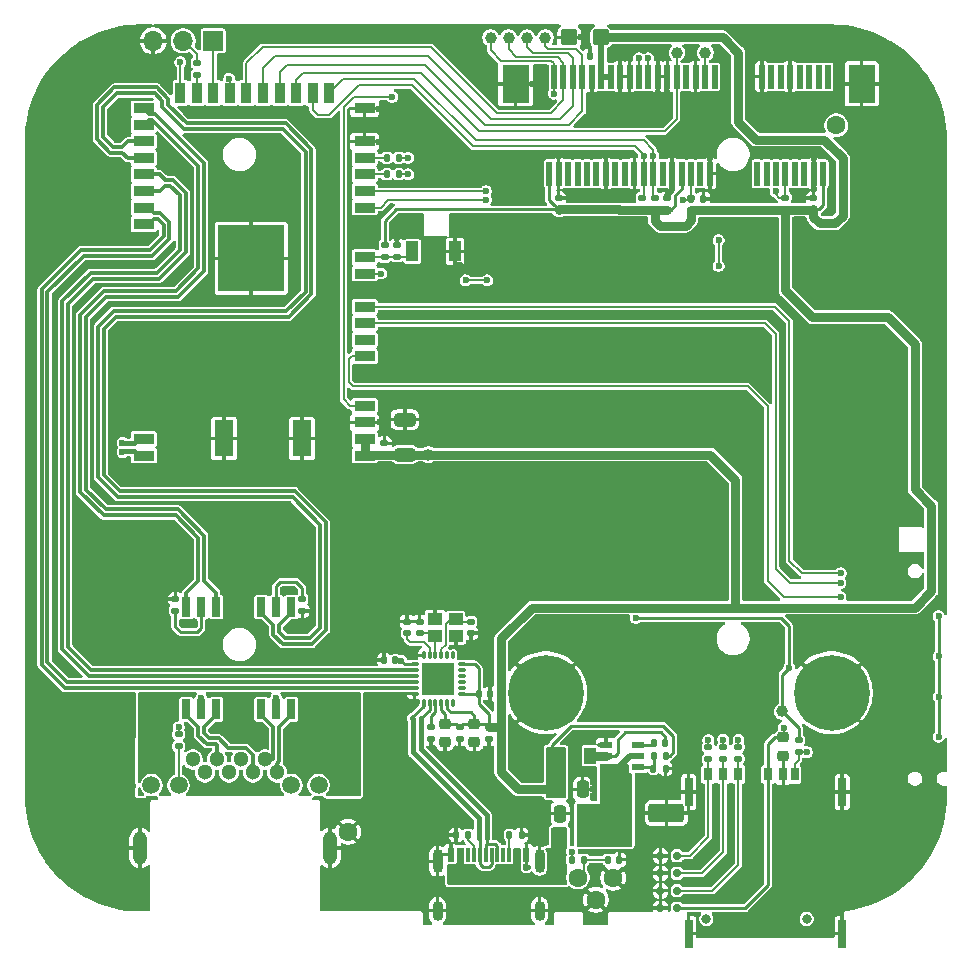
<source format=gbr>
%TF.GenerationSoftware,KiCad,Pcbnew,9.0.2*%
%TF.CreationDate,2025-06-30T16:53:13+07:00*%
%TF.ProjectId,GW11LR,47573131-4c52-42e6-9b69-6361645f7063,rev?*%
%TF.SameCoordinates,Original*%
%TF.FileFunction,Copper,L1,Top*%
%TF.FilePolarity,Positive*%
%FSLAX46Y46*%
G04 Gerber Fmt 4.6, Leading zero omitted, Abs format (unit mm)*
G04 Created by KiCad (PCBNEW 9.0.2) date 2025-06-30 16:53:13*
%MOMM*%
%LPD*%
G01*
G04 APERTURE LIST*
G04 Aperture macros list*
%AMRoundRect*
0 Rectangle with rounded corners*
0 $1 Rounding radius*
0 $2 $3 $4 $5 $6 $7 $8 $9 X,Y pos of 4 corners*
0 Add a 4 corners polygon primitive as box body*
4,1,4,$2,$3,$4,$5,$6,$7,$8,$9,$2,$3,0*
0 Add four circle primitives for the rounded corners*
1,1,$1+$1,$2,$3*
1,1,$1+$1,$4,$5*
1,1,$1+$1,$6,$7*
1,1,$1+$1,$8,$9*
0 Add four rect primitives between the rounded corners*
20,1,$1+$1,$2,$3,$4,$5,0*
20,1,$1+$1,$4,$5,$6,$7,0*
20,1,$1+$1,$6,$7,$8,$9,0*
20,1,$1+$1,$8,$9,$2,$3,0*%
G04 Aperture macros list end*
%TA.AperFunction,SMDPad,CuDef*%
%ADD10RoundRect,0.140000X0.170000X-0.140000X0.170000X0.140000X-0.170000X0.140000X-0.170000X-0.140000X0*%
%TD*%
%TA.AperFunction,SMDPad,CuDef*%
%ADD11RoundRect,0.135000X-0.135000X-0.185000X0.135000X-0.185000X0.135000X0.185000X-0.135000X0.185000X0*%
%TD*%
%TA.AperFunction,SMDPad,CuDef*%
%ADD12C,1.000000*%
%TD*%
%TA.AperFunction,SMDPad,CuDef*%
%ADD13RoundRect,0.250000X0.250000X0.475000X-0.250000X0.475000X-0.250000X-0.475000X0.250000X-0.475000X0*%
%TD*%
%TA.AperFunction,SMDPad,CuDef*%
%ADD14RoundRect,0.250000X0.450000X0.425000X-0.450000X0.425000X-0.450000X-0.425000X0.450000X-0.425000X0*%
%TD*%
%TA.AperFunction,SMDPad,CuDef*%
%ADD15RoundRect,0.140000X-0.170000X0.140000X-0.170000X-0.140000X0.170000X-0.140000X0.170000X0.140000X0*%
%TD*%
%TA.AperFunction,SMDPad,CuDef*%
%ADD16RoundRect,0.150000X0.150000X0.200000X-0.150000X0.200000X-0.150000X-0.200000X0.150000X-0.200000X0*%
%TD*%
%TA.AperFunction,SMDPad,CuDef*%
%ADD17RoundRect,0.135000X-0.185000X0.135000X-0.185000X-0.135000X0.185000X-0.135000X0.185000X0.135000X0*%
%TD*%
%TA.AperFunction,SMDPad,CuDef*%
%ADD18R,1.800000X0.900000*%
%TD*%
%TA.AperFunction,SMDPad,CuDef*%
%ADD19R,0.900000X1.800000*%
%TD*%
%TA.AperFunction,SMDPad,CuDef*%
%ADD20R,5.600000X5.600000*%
%TD*%
%TA.AperFunction,SMDPad,CuDef*%
%ADD21R,1.600000X3.100000*%
%TD*%
%TA.AperFunction,SMDPad,CuDef*%
%ADD22RoundRect,0.135000X0.135000X0.185000X-0.135000X0.185000X-0.135000X-0.185000X0.135000X-0.185000X0*%
%TD*%
%TA.AperFunction,SMDPad,CuDef*%
%ADD23RoundRect,0.250000X-1.250000X-0.550000X1.250000X-0.550000X1.250000X0.550000X-1.250000X0.550000X0*%
%TD*%
%TA.AperFunction,SMDPad,CuDef*%
%ADD24RoundRect,0.140000X-0.140000X-0.170000X0.140000X-0.170000X0.140000X0.170000X-0.140000X0.170000X0*%
%TD*%
%TA.AperFunction,ComponentPad*%
%ADD25C,1.300000*%
%TD*%
%TA.AperFunction,ComponentPad*%
%ADD26C,1.500000*%
%TD*%
%TA.AperFunction,ComponentPad*%
%ADD27O,1.200000X2.800000*%
%TD*%
%TA.AperFunction,ComponentPad*%
%ADD28C,1.600000*%
%TD*%
%TA.AperFunction,SMDPad,CuDef*%
%ADD29R,0.500000X2.000000*%
%TD*%
%TA.AperFunction,SMDPad,CuDef*%
%ADD30R,2.300000X3.200000*%
%TD*%
%TA.AperFunction,SMDPad,CuDef*%
%ADD31R,0.600000X1.160000*%
%TD*%
%TA.AperFunction,SMDPad,CuDef*%
%ADD32R,0.300000X1.160000*%
%TD*%
%TA.AperFunction,HeatsinkPad*%
%ADD33O,0.900000X2.000000*%
%TD*%
%TA.AperFunction,HeatsinkPad*%
%ADD34O,0.900000X1.700000*%
%TD*%
%TA.AperFunction,ComponentPad*%
%ADD35C,3.600000*%
%TD*%
%TA.AperFunction,ConnectorPad*%
%ADD36C,6.400000*%
%TD*%
%TA.AperFunction,SMDPad,CuDef*%
%ADD37RoundRect,0.225000X0.250000X-0.225000X0.250000X0.225000X-0.250000X0.225000X-0.250000X-0.225000X0*%
%TD*%
%TA.AperFunction,SMDPad,CuDef*%
%ADD38RoundRect,0.140000X0.140000X0.170000X-0.140000X0.170000X-0.140000X-0.170000X0.140000X-0.170000X0*%
%TD*%
%TA.AperFunction,SMDPad,CuDef*%
%ADD39R,1.000000X1.400000*%
%TD*%
%TA.AperFunction,SMDPad,CuDef*%
%ADD40R,1.100000X0.600000*%
%TD*%
%TA.AperFunction,SMDPad,CuDef*%
%ADD41RoundRect,0.135000X0.185000X-0.135000X0.185000X0.135000X-0.185000X0.135000X-0.185000X-0.135000X0*%
%TD*%
%TA.AperFunction,SMDPad,CuDef*%
%ADD42RoundRect,0.225000X0.225000X0.375000X-0.225000X0.375000X-0.225000X-0.375000X0.225000X-0.375000X0*%
%TD*%
%TA.AperFunction,SMDPad,CuDef*%
%ADD43RoundRect,0.250000X-0.650000X0.325000X-0.650000X-0.325000X0.650000X-0.325000X0.650000X0.325000X0*%
%TD*%
%TA.AperFunction,SMDPad,CuDef*%
%ADD44R,1.000000X1.700000*%
%TD*%
%TA.AperFunction,SMDPad,CuDef*%
%ADD45R,1.150000X1.000000*%
%TD*%
%TA.AperFunction,ComponentPad*%
%ADD46C,0.800000*%
%TD*%
%TA.AperFunction,SMDPad,CuDef*%
%ADD47R,0.800000X1.140000*%
%TD*%
%TA.AperFunction,SMDPad,CuDef*%
%ADD48R,0.700000X1.140000*%
%TD*%
%TA.AperFunction,SMDPad,CuDef*%
%ADD49R,0.700000X2.400000*%
%TD*%
%TA.AperFunction,SMDPad,CuDef*%
%ADD50RoundRect,0.250000X-0.250000X-0.475000X0.250000X-0.475000X0.250000X0.475000X-0.250000X0.475000X0*%
%TD*%
%TA.AperFunction,SMDPad,CuDef*%
%ADD51O,0.700000X0.280000*%
%TD*%
%TA.AperFunction,SMDPad,CuDef*%
%ADD52O,0.280000X0.700000*%
%TD*%
%TA.AperFunction,SMDPad,CuDef*%
%ADD53R,2.800000X2.800000*%
%TD*%
%TA.AperFunction,ComponentPad*%
%ADD54R,1.700000X1.700000*%
%TD*%
%TA.AperFunction,ComponentPad*%
%ADD55O,1.700000X1.700000*%
%TD*%
%TA.AperFunction,SMDPad,CuDef*%
%ADD56R,0.760000X1.660000*%
%TD*%
%TA.AperFunction,ViaPad*%
%ADD57C,0.600000*%
%TD*%
%TA.AperFunction,Conductor*%
%ADD58C,0.508000*%
%TD*%
%TA.AperFunction,Conductor*%
%ADD59C,0.762000*%
%TD*%
%TA.AperFunction,Conductor*%
%ADD60C,0.254000*%
%TD*%
%TA.AperFunction,Conductor*%
%ADD61C,0.200000*%
%TD*%
%TA.AperFunction,Conductor*%
%ADD62C,0.438404*%
%TD*%
%TA.AperFunction,Conductor*%
%ADD63C,0.296926*%
%TD*%
G04 APERTURE END LIST*
D10*
%TO.P,C39,1*%
%TO.N,GND*%
X150130000Y-122310000D03*
%TO.P,C39,2*%
%TO.N,Net-(U7-DVDDK)*%
X150130000Y-121350000D03*
%TD*%
D11*
%TO.P,R11,1*%
%TO.N,Net-(U4-VFB)*%
X168984000Y-124841000D03*
%TO.P,R11,2*%
%TO.N,GND*%
X170004000Y-124841000D03*
%TD*%
D12*
%TO.P,TP12,1,1*%
%TO.N,/HLK7628/HLK7628:SPI_MISO*%
X158275000Y-62950000D03*
%TD*%
D13*
%TO.P,C14,1*%
%TO.N,GND*%
X162975000Y-126600000D03*
%TO.P,C14,2*%
%TO.N,+3V3*%
X161075000Y-126600000D03*
%TD*%
D14*
%TO.P,C12,1*%
%TO.N,+3V3*%
X164550000Y-62925000D03*
%TO.P,C12,2*%
%TO.N,GND*%
X161850000Y-62925000D03*
%TD*%
D15*
%TO.P,C13,1*%
%TO.N,GND*%
X128500000Y-110495000D03*
%TO.P,C13,2*%
%TO.N,Net-(C13-Pad2)*%
X128500000Y-111455000D03*
%TD*%
D16*
%TO.P,D4,1,A1*%
%TO.N,GND*%
X169575000Y-132225000D03*
%TO.P,D4,2,A2*%
%TO.N,Net-(D4-A2)*%
X170975000Y-132225000D03*
%TD*%
D10*
%TO.P,C37,1*%
%TO.N,Net-(U7-AVDDK)*%
X148125000Y-113355000D03*
%TO.P,C37,2*%
%TO.N,GND*%
X148125000Y-112395000D03*
%TD*%
D12*
%TO.P,TP8,1,1*%
%TO.N,GND*%
X153650000Y-62950000D03*
%TD*%
D16*
%TO.P,D6,1,A1*%
%TO.N,GND*%
X169575000Y-135175000D03*
%TO.P,D6,2,A2*%
%TO.N,Net-(D6-A2)*%
X170975000Y-135175000D03*
%TD*%
D17*
%TO.P,R31,1*%
%TO.N,/HLK7628/HLK7628:I2S_SDO*%
X180150000Y-76490000D03*
%TO.P,R31,2*%
%TO.N,+3V3*%
X180150000Y-77510000D03*
%TD*%
D15*
%TO.P,C35,1*%
%TO.N,Net-(U7-XI)*%
X153550000Y-112395000D03*
%TO.P,C35,2*%
%TO.N,GND*%
X153550000Y-113355000D03*
%TD*%
D18*
%TO.P,U2,1,GND*%
%TO.N,GND*%
X144525063Y-99733919D03*
%TO.P,U2,2,3.3VD*%
%TO.N,+3V3*%
X144525063Y-98333919D03*
%TO.P,U2,3,3.3VD*%
X144525063Y-96933919D03*
%TO.P,U2,4,GND*%
%TO.N,GND*%
X144525063Y-95533919D03*
%TO.P,U2,5,SPI_CS0*%
%TO.N,/HLK7628/HLK7628:SPI_CS0*%
X144525063Y-94133919D03*
%TO.P,U2,8,WDT_RST_N*%
%TO.N,/HLK7628/HLK7628:WDT_RST_N*%
X144525063Y-89933919D03*
%TO.P,U2,9,EPHY_LED4*%
%TO.N,/HLK7628/HLK7628:EPHY_LED4*%
X144525063Y-88533919D03*
%TO.P,U2,10,EPHY_LED3*%
%TO.N,/HLK7628/HLK7628:EPHY_LED3*%
X144525063Y-87133919D03*
%TO.P,U2,11,EPHY_LED2*%
%TO.N,/HLK7628/HLK7628:EPHY_LED2*%
X144525063Y-85733919D03*
%TO.P,U2,13,EPHY_LED0*%
%TO.N,/Ethernet-Connector/Ethernet:LINK_0*%
X144525063Y-82933919D03*
%TO.P,U2,14,PORST_N*%
%TO.N,PORST_N*%
X144525063Y-81533919D03*
%TO.P,U2,17,I2S_SDI*%
%TO.N,/HLK7628/HLK7628:I2S_SDI*%
X144525063Y-77333919D03*
%TO.P,U2,18,I2S_SDO*%
%TO.N,/HLK7628/HLK7628:I2S_SDO*%
X144525063Y-75933919D03*
%TO.P,U2,19,I2S_WS*%
%TO.N,/HLK7628/HLK7628:I2S_WS*%
X144525063Y-74533919D03*
%TO.P,U2,20,I2S_CLK*%
%TO.N,/HLK7628/HLK7628:I2S_CLK*%
X144525063Y-73133919D03*
%TO.P,U2,21,GND*%
%TO.N,GND*%
X144525063Y-71733919D03*
%TO.P,U2,23,GND*%
X144525063Y-68933919D03*
D19*
%TO.P,U2,24,I2C_SCLK*%
%TO.N,/HLK7628/HLK7628:I2C_SCLK*%
X141525063Y-67633919D03*
%TO.P,U2,25,I2C_SD*%
%TO.N,/HLK7628/HLK7628:I2C_SD*%
X140125063Y-67633919D03*
%TO.P,U2,26,SPI_CS1*%
%TO.N,/HLK7628/HLK7628:SPI_CS1*%
X138725063Y-67633919D03*
%TO.P,U2,27,SPI_CLK*%
%TO.N,/HLK7628/HLK7628:SPI_CLK*%
X137325063Y-67633919D03*
%TO.P,U2,28,SPI_MISO*%
%TO.N,/HLK7628/HLK7628:SPI_MISO*%
X135925063Y-67633919D03*
%TO.P,U2,29,SPI_MOSI*%
%TO.N,/HLK7628/HLK7628:SPI_MOSI*%
X134525063Y-67633919D03*
%TO.P,U2,30,GPIO0*%
%TO.N,/GSM Module/GSM_MODULE:RESET*%
X133125063Y-67633919D03*
%TO.P,U2,31,UART_TXD0*%
%TO.N,/HLK7628/HLK7628:UART_TXD0*%
X131725063Y-67633919D03*
%TO.P,U2,32,UART_RXD0*%
%TO.N,Net-(U2-UART_RXD0)*%
X130325063Y-67633919D03*
%TO.P,U2,33,WLED_N*%
%TO.N,/HLK7628/HLK7628:WLED_N*%
X128925063Y-67633919D03*
D18*
%TO.P,U2,34,MDI_RP_P0*%
%TO.N,/Ethernet-Connector/Ethernet:RXP_0*%
X125825063Y-68933919D03*
%TO.P,U2,35,MDI_RN_P0*%
%TO.N,/Ethernet-Connector/Ethernet:RXN_0*%
X125825063Y-70333919D03*
%TO.P,U2,36,MDI_TP_P0*%
%TO.N,/Ethernet-Connector/Ethernet:TXP_0*%
X125825063Y-71733919D03*
%TO.P,U2,37,MDI_TN_P0*%
%TO.N,/Ethernet-Connector/Ethernet:TXN_0*%
X125825063Y-73133919D03*
%TO.P,U2,38,MDI_TP_P1*%
%TO.N,/Interface/TXP*%
X125825063Y-74533919D03*
%TO.P,U2,39,MDI_TN_P1*%
%TO.N,/Interface/TXN*%
X125825063Y-75933919D03*
%TO.P,U2,40,MDI_RP_P1*%
%TO.N,/Interface/RXP*%
X125825063Y-77333919D03*
%TO.P,U2,41,MDI_RN_P1*%
%TO.N,/Interface/RXN*%
X125825063Y-78733919D03*
%TO.P,U2,54,USB_DP*%
%TO.N,/GSM Module/GSM_MODULE:USB_D+*%
X125825063Y-96933919D03*
%TO.P,U2,55,USB_DM*%
%TO.N,/GSM Module/GSM_MODULE:USB_D-*%
X125825063Y-98333919D03*
%TO.P,U2,56,GND*%
%TO.N,GND*%
X125825063Y-99733919D03*
D20*
%TO.P,U2,57,GND*%
X134925063Y-81633919D03*
D21*
%TO.P,U2,58,GND*%
X132625063Y-96883919D03*
%TO.P,U2,59,GND*%
X139225063Y-96883919D03*
%TD*%
D22*
%TO.P,R18,1*%
%TO.N,/HLK7628/HLK7628:WDT_RST_N*%
X163085000Y-132550000D03*
%TO.P,R18,2*%
%TO.N,+3V3*%
X162065000Y-132550000D03*
%TD*%
%TO.P,R10,1*%
%TO.N,+3V3*%
X170019000Y-123766000D03*
%TO.P,R10,2*%
%TO.N,Net-(U4-VFB)*%
X168999000Y-123766000D03*
%TD*%
D16*
%TO.P,D5,1,A1*%
%TO.N,GND*%
X169575000Y-133700000D03*
%TO.P,D5,2,A2*%
%TO.N,Net-(D5-A2)*%
X170975000Y-133700000D03*
%TD*%
D23*
%TO.P,C1,1*%
%TO.N,+5V*%
X165675000Y-128600000D03*
%TO.P,C1,2*%
%TO.N,GND*%
X170075000Y-128600000D03*
%TD*%
D12*
%TO.P,TP14,1,1*%
%TO.N,/HLK7628/HLK7628:SPI_CS1*%
X170975000Y-64225000D03*
%TD*%
D24*
%TO.P,C25,1*%
%TO.N,/HLK7628/HLK7628:WDT_RST_N*%
X165145000Y-132540000D03*
%TO.P,C25,2*%
%TO.N,GND*%
X166105000Y-132540000D03*
%TD*%
D10*
%TO.P,C2,1*%
%TO.N,GND*%
X139250000Y-111475000D03*
%TO.P,C2,2*%
%TO.N,Net-(C2-Pad2)*%
X139250000Y-110515000D03*
%TD*%
D25*
%TO.P,RJ2,1,1*%
%TO.N,/Ethernet-Connector/TXP*%
X137120000Y-125167500D03*
%TO.P,RJ2,2,2*%
%TO.N,/Ethernet-Connector/TXN*%
X136100000Y-124067500D03*
%TO.P,RJ2,3,3*%
%TO.N,/Ethernet-Connector/RXP*%
X135080000Y-125167500D03*
%TO.P,RJ2,4,4*%
%TO.N,/Ethernet-Connector/VB1*%
X134060000Y-124067500D03*
%TO.P,RJ2,5,5*%
X133040000Y-125167500D03*
%TO.P,RJ2,6,6*%
%TO.N,/Ethernet-Connector/RXN*%
X132020000Y-124067500D03*
%TO.P,RJ2,7,7*%
%TO.N,/Ethernet-Connector/VB2*%
X131000000Y-125167500D03*
%TO.P,RJ2,8,8*%
X129980000Y-124067500D03*
D26*
%TO.P,RJ2,9,LED-R-*%
%TO.N,unconnected-(RJ2-LED-R--Pad9)*%
X140630000Y-126247500D03*
%TO.P,RJ2,10,LED-R+*%
%TO.N,unconnected-(RJ2-LED-R+-Pad10)*%
X138330000Y-126247500D03*
%TO.P,RJ2,11,LED-L-*%
%TO.N,Net-(RJ2-LED-L-)*%
X128770000Y-126247500D03*
%TO.P,RJ2,12,LED-L+*%
%TO.N,/Ethernet-Connector/Ethernet:LINK_0*%
X126480000Y-126247500D03*
D27*
%TO.P,RJ2,13,13*%
%TO.N,GND*%
X141590000Y-131567500D03*
%TO.P,RJ2,14,14*%
X125510000Y-131567500D03*
%TD*%
D28*
%TO.P,CN1,*%
%TO.N,*%
X184458000Y-70358000D03*
D29*
%TO.P,CN1,1,1*%
%TO.N,unconnected-(CN1-Pad1)*%
X183758000Y-66258000D03*
%TO.P,CN1,2,2*%
%TO.N,+3V3*%
X183358000Y-74458000D03*
%TO.P,CN1,3,3*%
%TO.N,unconnected-(CN1-Pad3)*%
X182958000Y-66258000D03*
%TO.P,CN1,4,4*%
%TO.N,GND*%
X182558000Y-74458000D03*
%TO.P,CN1,5,5*%
%TO.N,unconnected-(CN1-Pad5)*%
X182158000Y-66258000D03*
%TO.P,CN1,6,6*%
%TO.N,unconnected-(CN1-Pad6)*%
X181758000Y-74458000D03*
%TO.P,CN1,7,7*%
%TO.N,unconnected-(CN1-Pad7)*%
X181358000Y-66258000D03*
%TO.P,CN1,8,8*%
%TO.N,unconnected-(CN1-Pad8)*%
X180958000Y-74458000D03*
%TO.P,CN1,9,9*%
%TO.N,GND*%
X180558000Y-66258000D03*
%TO.P,CN1,10,10*%
%TO.N,/HLK7628/HLK7628:I2S_SDO*%
X180158000Y-74458000D03*
%TO.P,CN1,11,11*%
%TO.N,unconnected-(CN1-Pad11)*%
X179758000Y-66258000D03*
%TO.P,CN1,12,12*%
%TO.N,unconnected-(CN1-Pad12)*%
X179358000Y-74458000D03*
%TO.P,CN1,13,13*%
%TO.N,unconnected-(CN1-Pad13)*%
X178958000Y-66258000D03*
%TO.P,CN1,14,14*%
%TO.N,unconnected-(CN1-Pad14)*%
X178558000Y-74458000D03*
%TO.P,CN1,15,15*%
%TO.N,GND*%
X178158000Y-66258000D03*
%TO.P,CN1,16,16*%
%TO.N,unconnected-(CN1-Pad16)*%
X177758000Y-74458000D03*
%TO.P,CN1,17,17*%
%TO.N,unconnected-(CN1-Pad17)*%
X174158000Y-66258000D03*
%TO.P,CN1,18,18*%
%TO.N,GND*%
X173758000Y-74458000D03*
%TO.P,CN1,19,19*%
%TO.N,/MiniPCIE-Connector/MiniPCIE:1PPS*%
X173358000Y-66258000D03*
%TO.P,CN1,20,20*%
%TO.N,unconnected-(CN1-Pad20)*%
X172958000Y-74458000D03*
%TO.P,CN1,21,21*%
%TO.N,GND*%
X172558000Y-66258000D03*
%TO.P,CN1,22,22*%
%TO.N,/HLK7628/HLK7628:I2S_SDI*%
X172158000Y-74458000D03*
%TO.P,CN1,23,23*%
%TO.N,unconnected-(CN1-Pad23)*%
X171758000Y-66258000D03*
%TO.P,CN1,24,24*%
%TO.N,+3V3*%
X171358000Y-74458000D03*
%TO.P,CN1,25,25*%
%TO.N,/HLK7628/HLK7628:SPI_CS1*%
X170958000Y-66258000D03*
%TO.P,CN1,26,26*%
%TO.N,GND*%
X170558000Y-74458000D03*
%TO.P,CN1,27,27*%
X170158000Y-66258000D03*
%TO.P,CN1,28,28*%
%TO.N,unconnected-(CN1-Pad28)*%
X169758000Y-74458000D03*
%TO.P,CN1,29,29*%
%TO.N,GND*%
X169358000Y-66258000D03*
%TO.P,CN1,30,30*%
%TO.N,/HLK7628/HLK7628:I2C_SCLK*%
X168958000Y-74458000D03*
%TO.P,CN1,31,31*%
%TO.N,Net-(CN1-Pad31)*%
X168558000Y-66258000D03*
%TO.P,CN1,32,32*%
%TO.N,/HLK7628/HLK7628:I2C_SD*%
X168158000Y-74458000D03*
%TO.P,CN1,33,33*%
%TO.N,Net-(CN1-Pad33)*%
X167758000Y-66258000D03*
%TO.P,CN1,34,34*%
%TO.N,GND*%
X167358000Y-74458000D03*
%TO.P,CN1,35,35*%
X166958000Y-66258000D03*
%TO.P,CN1,36,36*%
%TO.N,unconnected-(CN1-Pad36)*%
X166558000Y-74458000D03*
%TO.P,CN1,37,37*%
%TO.N,GND*%
X166158000Y-66258000D03*
%TO.P,CN1,38,38*%
%TO.N,unconnected-(CN1-Pad38)*%
X165758000Y-74458000D03*
%TO.P,CN1,39,39*%
%TO.N,+3V3*%
X165358000Y-66258000D03*
%TO.P,CN1,40,40*%
%TO.N,GND*%
X164958000Y-74458000D03*
%TO.P,CN1,41,41*%
%TO.N,+3V3*%
X164558000Y-66258000D03*
%TO.P,CN1,42,42*%
%TO.N,unconnected-(CN1-Pad42)*%
X164158000Y-74458000D03*
%TO.P,CN1,43,43*%
%TO.N,GND*%
X163758000Y-66258000D03*
%TO.P,CN1,44,44*%
%TO.N,unconnected-(CN1-Pad44)*%
X163358000Y-74458000D03*
%TO.P,CN1,45,45*%
%TO.N,/HLK7628/HLK7628:SPI_CLK*%
X162958000Y-66258000D03*
%TO.P,CN1,46,46*%
%TO.N,unconnected-(CN1-Pad46)*%
X162558000Y-74458000D03*
%TO.P,CN1,47,47*%
%TO.N,/HLK7628/HLK7628:SPI_MISO*%
X162158000Y-66258000D03*
%TO.P,CN1,48,48*%
%TO.N,unconnected-(CN1-Pad48)*%
X161758000Y-74458000D03*
%TO.P,CN1,49,49*%
%TO.N,/HLK7628/HLK7628:SPI_MOSI*%
X161358000Y-66258000D03*
%TO.P,CN1,50,50*%
%TO.N,GND*%
X160958000Y-74458000D03*
%TO.P,CN1,51,51*%
%TO.N,/HLK7628/HLK7628:SPI_CS0*%
X160558000Y-66258000D03*
%TO.P,CN1,52,52*%
%TO.N,+3V3*%
X160158000Y-74458000D03*
D30*
%TO.P,CN1,53,53*%
%TO.N,GND*%
X157308000Y-66858000D03*
%TO.P,CN1,54,54*%
X186608000Y-66858000D03*
%TD*%
D31*
%TO.P,J3,A1,GND*%
%TO.N,GND*%
X151825000Y-132115000D03*
%TO.P,J3,A4,VBUS*%
%TO.N,+5V_DC*%
X152625000Y-132115000D03*
D32*
%TO.P,J3,A5,CC1*%
%TO.N,Net-(J3-CC1)*%
X153775000Y-132115000D03*
%TO.P,J3,A6,D+*%
%TO.N,/Interface/USB1_D+*%
X154775000Y-132115000D03*
%TO.P,J3,A7,D-*%
%TO.N,/Interface/USB1_D-*%
X155275000Y-132115000D03*
%TO.P,J3,A8,SBU1*%
%TO.N,unconnected-(J3-SBU1-PadA8)*%
X156275000Y-132115000D03*
D31*
%TO.P,J3,A9,VBUS*%
%TO.N,+5V_DC*%
X157425000Y-132115000D03*
%TO.P,J3,A12,GND*%
%TO.N,GND*%
X158225000Y-132115000D03*
%TO.P,J3,B1,GND*%
X158225000Y-132115000D03*
%TO.P,J3,B4,VBUS*%
%TO.N,+5V_DC*%
X157425000Y-132115000D03*
D32*
%TO.P,J3,B5,CC2*%
%TO.N,Net-(J3-CC2)*%
X156775000Y-132115000D03*
%TO.P,J3,B6,D+*%
%TO.N,/Interface/USB1_D+*%
X155775000Y-132115000D03*
%TO.P,J3,B7,D-*%
%TO.N,/Interface/USB1_D-*%
X154275000Y-132115000D03*
%TO.P,J3,B8,SBU2*%
%TO.N,unconnected-(J3-SBU2-PadB8)*%
X153275000Y-132115000D03*
D31*
%TO.P,J3,B9,VBUS*%
%TO.N,+5V_DC*%
X152625000Y-132115000D03*
%TO.P,J3,B12,GND*%
%TO.N,GND*%
X151825000Y-132115000D03*
D33*
%TO.P,J3,S1,SHIELD*%
X150705000Y-132695000D03*
D34*
X150705000Y-136865000D03*
D33*
X159345000Y-132695000D03*
D34*
X159345000Y-136865000D03*
%TD*%
D28*
%TO.P,SW1,1,1*%
%TO.N,/HLK7628/HLK7628:WDT_RST_N*%
X162584000Y-134070000D03*
%TO.P,SW1,2,2*%
%TO.N,GND*%
X165584000Y-134070000D03*
%TO.P,SW1,3,3*%
X164084000Y-135930000D03*
%TD*%
D35*
%TO.P,H5,1,1*%
%TO.N,GND*%
X159858000Y-118408000D03*
D36*
X159858000Y-118408000D03*
%TD*%
D11*
%TO.P,R39,1*%
%TO.N,/HLK7628/HLK7628:I2S_WS*%
X146390000Y-74525000D03*
%TO.P,R39,2*%
%TO.N,Net-(CN1-Pad33)*%
X147410000Y-74525000D03*
%TD*%
D37*
%TO.P,C29,1*%
%TO.N,GND*%
X179975000Y-123750000D03*
%TO.P,C29,2*%
%TO.N,Net-(D7-A2)*%
X179975000Y-122200000D03*
%TD*%
D24*
%TO.P,C41,1*%
%TO.N,+3V3*%
X154195000Y-118500000D03*
%TO.P,C41,2*%
%TO.N,GND*%
X155155000Y-118500000D03*
%TD*%
D38*
%TO.P,C19,1*%
%TO.N,Net-(U4-SW)*%
X169999000Y-122691000D03*
%TO.P,C19,2*%
%TO.N,Net-(U4-VBST)*%
X169039000Y-122691000D03*
%TD*%
D10*
%TO.P,C42,1*%
%TO.N,GND*%
X152575000Y-122310000D03*
%TO.P,C42,2*%
%TO.N,+3V3*%
X152575000Y-121350000D03*
%TD*%
D12*
%TO.P,TP4,1,1*%
%TO.N,+1V8*%
X179900000Y-120000000D03*
%TD*%
D35*
%TO.P,H6,1,1*%
%TO.N,GND*%
X184058000Y-118408000D03*
D36*
X184058000Y-118408000D03*
%TD*%
D39*
%TO.P,L1,1,1*%
%TO.N,Net-(U4-SW)*%
X163594000Y-123756000D03*
%TO.P,L1,2,2*%
%TO.N,+3V3*%
X160394000Y-123756000D03*
%TD*%
D12*
%TO.P,TP6,1,1*%
%TO.N,+3V3*%
X149925000Y-98250000D03*
%TD*%
D10*
%TO.P,C43,1*%
%TO.N,GND*%
X155075000Y-122310000D03*
%TO.P,C43,2*%
%TO.N,+3V3*%
X155075000Y-121350000D03*
%TD*%
D11*
%TO.P,R38,1*%
%TO.N,/HLK7628/HLK7628:I2S_CLK*%
X146390000Y-73125000D03*
%TO.P,R38,2*%
%TO.N,Net-(CN1-Pad31)*%
X147410000Y-73125000D03*
%TD*%
D22*
%TO.P,R7,1*%
%TO.N,Net-(J3-CC1)*%
X153280000Y-130450000D03*
%TO.P,R7,2*%
%TO.N,GND*%
X152260000Y-130450000D03*
%TD*%
D17*
%TO.P,R44,1*%
%TO.N,+3V3*%
X128778000Y-121918000D03*
%TO.P,R44,2*%
%TO.N,Net-(RJ2-LED-L-)*%
X128778000Y-122938000D03*
%TD*%
%TO.P,R22,1*%
%TO.N,/HLK7628/HLK7628:I2C_SCLK*%
X169100000Y-76490000D03*
%TO.P,R22,2*%
%TO.N,+3V3*%
X169100000Y-77510000D03*
%TD*%
D16*
%TO.P,D7,1,A1*%
%TO.N,GND*%
X169575000Y-136650000D03*
%TO.P,D7,2,A2*%
%TO.N,Net-(D7-A2)*%
X170975000Y-136650000D03*
%TD*%
D11*
%TO.P,R8,1*%
%TO.N,Net-(J3-CC2)*%
X156790000Y-130450000D03*
%TO.P,R8,2*%
%TO.N,GND*%
X157810000Y-130450000D03*
%TD*%
D40*
%TO.P,U4,1,GND*%
%TO.N,GND*%
X164969000Y-122831000D03*
%TO.P,U4,2,SW*%
%TO.N,Net-(U4-SW)*%
X164969000Y-123781000D03*
%TO.P,U4,3,VIN*%
%TO.N,+5V*%
X164969000Y-124731000D03*
%TO.P,U4,4,VFB*%
%TO.N,Net-(U4-VFB)*%
X167669000Y-124731000D03*
%TO.P,U4,5,EN*%
%TO.N,+5V*%
X167669000Y-123781000D03*
%TO.P,U4,6,VBST*%
%TO.N,Net-(U4-VBST)*%
X167669000Y-122831000D03*
%TD*%
D17*
%TO.P,R13,1*%
%TO.N,/HLK7628/HLK7628:UART_RXD0*%
X130325000Y-65065000D03*
%TO.P,R13,2*%
%TO.N,Net-(U2-UART_RXD0)*%
X130325000Y-66085000D03*
%TD*%
D10*
%TO.P,C6,1*%
%TO.N,PORST_N*%
X147275000Y-81505000D03*
%TO.P,C6,2*%
%TO.N,GND*%
X147275000Y-80545000D03*
%TD*%
D41*
%TO.P,R37,1*%
%TO.N,PORST_N*%
X146225000Y-81535000D03*
%TO.P,R37,2*%
%TO.N,+3V3*%
X146225000Y-80515000D03*
%TD*%
D12*
%TO.P,TP9,1,1*%
%TO.N,/HLK7628/HLK7628:SPI_MOSI*%
X156725000Y-62950000D03*
%TD*%
D17*
%TO.P,R21,1*%
%TO.N,/HLK7628/HLK7628:I2C_SD*%
X168000000Y-76490000D03*
%TO.P,R21,2*%
%TO.N,+3V3*%
X168000000Y-77510000D03*
%TD*%
D42*
%TO.P,D11,1,K*%
%TO.N,+5V*%
X164300000Y-130850000D03*
%TO.P,D11,2,A*%
%TO.N,+5V_DC*%
X161000000Y-130850000D03*
%TD*%
D43*
%TO.P,C15,1*%
%TO.N,GND*%
X147925000Y-95300000D03*
%TO.P,C15,2*%
%TO.N,+3V3*%
X147925000Y-98250000D03*
%TD*%
D17*
%TO.P,R25,1*%
%TO.N,+1V8*%
X181275000Y-122440000D03*
%TO.P,R25,2*%
%TO.N,SIM_DET*%
X181275000Y-123460000D03*
%TD*%
D28*
%TO.P,C7,1*%
%TO.N,Net-(C7-Pad1)*%
X143125000Y-125175000D03*
%TO.P,C7,2*%
%TO.N,GND*%
X143125000Y-130175000D03*
%TD*%
D41*
%TO.P,R27,1*%
%TO.N,Net-(D4-A2)*%
X173625000Y-124035000D03*
%TO.P,R27,2*%
%TO.N,Net-(U1-USIM_CLK)*%
X173625000Y-123015000D03*
%TD*%
D44*
%TO.P,SW5,1,1*%
%TO.N,PORST_N*%
X148575000Y-81050000D03*
%TO.P,SW5,2,2*%
%TO.N,GND*%
X152181800Y-81050000D03*
%TD*%
D45*
%TO.P,Y1,1,1*%
%TO.N,Net-(U7-XI)*%
X152250000Y-112175000D03*
%TO.P,Y1,2,2*%
%TO.N,GND*%
X150500000Y-112175000D03*
%TO.P,Y1,3,3*%
%TO.N,Net-(U7-XO)*%
X150500000Y-113575000D03*
%TO.P,Y1,4,4*%
%TO.N,GND*%
X152250000Y-113575000D03*
%TD*%
D12*
%TO.P,TP8,1,1*%
%TO.N,/HLK7628/HLK7628:SPI_CS0*%
X155200000Y-62950000D03*
%TD*%
D41*
%TO.P,R32,1*%
%TO.N,+3V3*%
X172200000Y-77555000D03*
%TO.P,R32,2*%
%TO.N,/HLK7628/HLK7628:I2S_SDI*%
X172200000Y-76535000D03*
%TD*%
D12*
%TO.P,TP3,1,1*%
%TO.N,/MiniPCIE-Connector/MiniPCIE:1PPS*%
X173375000Y-64225000D03*
%TD*%
D15*
%TO.P,C10,1*%
%TO.N,GND*%
X170150000Y-76545000D03*
%TO.P,C10,2*%
%TO.N,+3V3*%
X170150000Y-77505000D03*
%TD*%
D46*
%TO.P,SIM1,*%
%TO.N,*%
X173460400Y-137566400D03*
X181960400Y-137566400D03*
D47*
%TO.P,SIM1,1,VCC*%
%TO.N,Net-(D7-A2)*%
X178710400Y-125336400D03*
%TO.P,SIM1,2,RST*%
%TO.N,Net-(D6-A2)*%
X176170400Y-125336400D03*
%TO.P,SIM1,3,CLK*%
%TO.N,Net-(D4-A2)*%
X173630400Y-125336400D03*
D48*
%TO.P,SIM1,5,GND*%
%TO.N,GND*%
X179980400Y-125336400D03*
D47*
%TO.P,SIM1,7,I/O*%
%TO.N,Net-(D5-A2)*%
X174900400Y-125336400D03*
D48*
%TO.P,SIM1,8,CD*%
%TO.N,SIM_DET*%
X180930400Y-125336400D03*
D49*
%TO.P,SIM1,9,GND*%
%TO.N,GND*%
X171960400Y-126816400D03*
%TO.P,SIM1,10,GND*%
X171960400Y-138816400D03*
%TO.P,SIM1,11,GND*%
X184960400Y-138816400D03*
%TO.P,SIM1,12,GND*%
X184960400Y-126816400D03*
%TD*%
D15*
%TO.P,C36,1*%
%TO.N,GND*%
X149175000Y-112395000D03*
%TO.P,C36,2*%
%TO.N,Net-(U7-XO)*%
X149175000Y-113355000D03*
%TD*%
D38*
%TO.P,C45,1*%
%TO.N,+3V3*%
X147130000Y-115650000D03*
%TO.P,C45,2*%
%TO.N,GND*%
X146170000Y-115650000D03*
%TD*%
D37*
%TO.P,C38,1*%
%TO.N,GND*%
X151325000Y-122600000D03*
%TO.P,C38,2*%
%TO.N,+3V3*%
X151325000Y-121050000D03*
%TD*%
D15*
%TO.P,C9,1*%
%TO.N,GND*%
X160950000Y-76540000D03*
%TO.P,C9,2*%
%TO.N,+3V3*%
X160950000Y-77500000D03*
%TD*%
D50*
%TO.P,C3,1*%
%TO.N,GND*%
X161075000Y-128650000D03*
%TO.P,C3,2*%
%TO.N,+5V*%
X162975000Y-128650000D03*
%TD*%
D37*
%TO.P,C44,1*%
%TO.N,GND*%
X153825000Y-122600000D03*
%TO.P,C44,2*%
%TO.N,+3V3*%
X153825000Y-121050000D03*
%TD*%
D51*
%TO.P,U7,1,AVDD33*%
%TO.N,+3V3*%
X148775000Y-116000000D03*
%TO.P,U7,2,MDITP*%
%TO.N,/Interface/TXP*%
X148775000Y-116500000D03*
%TO.P,U7,3,MDITN*%
%TO.N,/Interface/TXN*%
X148775000Y-117000000D03*
%TO.P,U7,4,MDIRP*%
%TO.N,/Interface/RXP*%
X148775000Y-117500000D03*
%TO.P,U7,5,MDIRN*%
%TO.N,/Interface/RXN*%
X148775000Y-118000000D03*
%TO.P,U7,6,GND*%
%TO.N,GND*%
X148775000Y-118500000D03*
D52*
%TO.P,U7,7,UDM*%
%TO.N,/Interface/USB1_D-*%
X149525000Y-119250000D03*
%TO.P,U7,8,UDP*%
%TO.N,/Interface/USB1_D+*%
X150025000Y-119250000D03*
%TO.P,U7,9,DVDDK*%
%TO.N,Net-(U7-DVDDK)*%
X150525000Y-119250000D03*
%TO.P,U7,10,AVDD33*%
%TO.N,+3V3*%
X151025000Y-119250000D03*
%TO.P,U7,11,V5*%
X151525000Y-119250000D03*
%TO.P,U7,12,NC.*%
%TO.N,unconnected-(U7-NC.-Pad12)*%
X152025000Y-119250000D03*
D51*
%TO.P,U7,13,VDDIO*%
%TO.N,+3V3*%
X152775000Y-118500000D03*
%TO.P,U7,14,GPIO6*%
%TO.N,unconnected-(U7-GPIO6-Pad14)*%
X152775000Y-118000000D03*
%TO.P,U7,15,LED0*%
%TO.N,unconnected-(U7-LED0-Pad15)*%
X152775000Y-117500000D03*
%TO.P,U7,16,NC.*%
%TO.N,unconnected-(U7-NC.-Pad16)*%
X152775000Y-117000000D03*
%TO.P,U7,17,LED1*%
%TO.N,unconnected-(U7-LED1-Pad17)*%
X152775000Y-116500000D03*
%TO.P,U7,18,VDDIO*%
%TO.N,+3V3*%
X152775000Y-116000000D03*
D52*
%TO.P,U7,19,NC.*%
%TO.N,unconnected-(U7-NC.-Pad19)*%
X152025000Y-115250000D03*
%TO.P,U7,20,NC.*%
%TO.N,unconnected-(U7-NC.-Pad20)*%
X151525000Y-115250000D03*
%TO.P,U7,21,XI*%
%TO.N,Net-(U7-XI)*%
X151025000Y-115250000D03*
%TO.P,U7,22,XO*%
%TO.N,Net-(U7-XO)*%
X150525000Y-115250000D03*
%TO.P,U7,23,AVDDK*%
%TO.N,Net-(U7-AVDDK)*%
X150025000Y-115250000D03*
%TO.P,U7,24,GND*%
%TO.N,GND*%
X149525000Y-115250000D03*
D53*
%TO.P,U7,25,GND*%
X150775000Y-117260000D03*
%TD*%
D24*
%TO.P,C16,1*%
%TO.N,GND*%
X163595000Y-64500000D03*
%TO.P,C16,2*%
%TO.N,+3V3*%
X164555000Y-64500000D03*
%TD*%
D12*
%TO.P,TP13,1,1*%
%TO.N,/HLK7628/HLK7628:SPI_CLK*%
X159825000Y-62950000D03*
%TD*%
D15*
%TO.P,C11,1*%
%TO.N,GND*%
X182525000Y-76540000D03*
%TO.P,C11,2*%
%TO.N,+3V3*%
X182525000Y-77500000D03*
%TD*%
D41*
%TO.P,R28,1*%
%TO.N,Net-(D6-A2)*%
X176175000Y-124010000D03*
%TO.P,R28,2*%
%TO.N,Net-(U1-USIM_RST)*%
X176175000Y-122990000D03*
%TD*%
D15*
%TO.P,C22,1*%
%TO.N,GND*%
X146200000Y-97295000D03*
%TO.P,C22,2*%
%TO.N,+3V3*%
X146200000Y-98255000D03*
%TD*%
D41*
%TO.P,R26,1*%
%TO.N,Net-(D5-A2)*%
X174900000Y-124010000D03*
%TO.P,R26,2*%
%TO.N,Net-(U1-USIM_DATA)*%
X174900000Y-122990000D03*
%TD*%
D54*
%TO.P,J4,1,Pin_1*%
%TO.N,/HLK7628/HLK7628:UART_TXD0*%
X131700000Y-63225000D03*
D55*
%TO.P,J4,2,Pin_2*%
%TO.N,/HLK7628/HLK7628:UART_RXD0*%
X129160000Y-63225000D03*
%TO.P,J4,3,Pin_3*%
%TO.N,GND*%
X126620000Y-63225000D03*
%TD*%
D56*
%TO.P,T1,1,1*%
%TO.N,/Ethernet-Connector/Ethernet:TXP_0*%
X138325000Y-111180000D03*
%TO.P,T1,2,2*%
%TO.N,Net-(C2-Pad2)*%
X137045000Y-111180000D03*
%TO.P,T1,3,3*%
%TO.N,/Ethernet-Connector/Ethernet:TXN_0*%
X135785000Y-111180000D03*
%TO.P,T1,6,6*%
%TO.N,/Ethernet-Connector/Ethernet:RXP_0*%
X131965000Y-111180000D03*
%TO.P,T1,7,7*%
%TO.N,Net-(C13-Pad2)*%
X130705000Y-111180000D03*
%TO.P,T1,8,8*%
%TO.N,/Ethernet-Connector/Ethernet:RXN_0*%
X129435000Y-111180000D03*
%TO.P,T1,9,9*%
%TO.N,/Ethernet-Connector/RXN*%
X129435000Y-119820000D03*
%TO.P,T1,10,10*%
%TO.N,/Ethernet-Connector/VA2*%
X130705000Y-119820000D03*
%TO.P,T1,11,11*%
%TO.N,/Ethernet-Connector/RXP*%
X131965000Y-119820000D03*
%TO.P,T1,14,14*%
%TO.N,/Ethernet-Connector/TXN*%
X135785000Y-119820000D03*
%TO.P,T1,15,15*%
%TO.N,/Ethernet-Connector/VA1*%
X137045000Y-119820000D03*
%TO.P,T1,16,16*%
%TO.N,/Ethernet-Connector/TXP*%
X138325000Y-119820000D03*
%TD*%
D22*
%TO.P,R23,1*%
%TO.N,GND*%
X173210000Y-76600000D03*
%TO.P,R23,2*%
%TO.N,/HLK7628/HLK7628:I2S_SDI*%
X172190000Y-76600000D03*
%TD*%
D57*
%TO.N,GND*%
X124300000Y-70350000D03*
X164960000Y-72950000D03*
X159442000Y-120725000D03*
X166140000Y-67770000D03*
X158225000Y-133200000D03*
X139250000Y-112375000D03*
X158350000Y-84250000D03*
X135750000Y-109846798D03*
X150775000Y-116510000D03*
X178520000Y-80080000D03*
X172510000Y-107190000D03*
X164520000Y-80290000D03*
X127250000Y-71750000D03*
X150775000Y-117260000D03*
X145825000Y-95525000D03*
X124275000Y-74550000D03*
X124350000Y-78750000D03*
X128500000Y-109575000D03*
X162875000Y-62925000D03*
X150350000Y-95230000D03*
X152625000Y-82225000D03*
X155640000Y-66850000D03*
X169350000Y-67600000D03*
X181500000Y-80060000D03*
X162500000Y-80310000D03*
X170500000Y-110300000D03*
X127228265Y-98300000D03*
X147275000Y-79925000D03*
X149950000Y-116500000D03*
X188500000Y-100225000D03*
X151550000Y-116500000D03*
X188500000Y-101275000D03*
X180560000Y-67770000D03*
X177540000Y-107230000D03*
X173750000Y-73130000D03*
X169500000Y-110275000D03*
X163825000Y-126600000D03*
X124325000Y-75975000D03*
X151550000Y-117250000D03*
X170160000Y-67590000D03*
X127300000Y-73175000D03*
X127228265Y-96925000D03*
X145775000Y-68950000D03*
X163825000Y-127200000D03*
X193100000Y-86750000D03*
X151550000Y-118025000D03*
X188225000Y-105400000D03*
X138300000Y-109825000D03*
X160960000Y-72930000D03*
X190925000Y-113025000D03*
X158770000Y-66860000D03*
X149950000Y-117250000D03*
X182550000Y-73140000D03*
X163760000Y-67770000D03*
X129425000Y-112575000D03*
X149950000Y-118025000D03*
X150775000Y-118035000D03*
X124300000Y-77325000D03*
X182560000Y-75790000D03*
X131950000Y-112550000D03*
X124250000Y-68925000D03*
X177500000Y-110270000D03*
X163825000Y-126000000D03*
X145750000Y-71750000D03*
X172510000Y-110270000D03*
X166960000Y-67780000D03*
%TO.N,+5V*%
X164725000Y-127275000D03*
X166750000Y-127250000D03*
X166075000Y-127275000D03*
X165400000Y-127275000D03*
%TO.N,+3V3*%
X193125000Y-111925000D03*
X128800000Y-121325000D03*
X147637500Y-115687500D03*
X191100000Y-101175000D03*
X162075000Y-131875000D03*
X156076000Y-115650000D03*
X193125000Y-122150000D03*
X193125000Y-118750000D03*
X193125000Y-115325000D03*
X190750000Y-111200000D03*
X160100000Y-126600000D03*
%TO.N,/HLK7628/HLK7628:WDT_RST_N*%
X184825000Y-110319000D03*
%TO.N,Net-(D7-A2)*%
X180000000Y-121400000D03*
%TO.N,+1V8*%
X180475000Y-116325000D03*
X167500000Y-112081000D03*
%TO.N,/HLK7628/HLK7628:I2C_SCLK*%
X168958000Y-72950000D03*
%TO.N,/HLK7628/HLK7628:I2S_SDI*%
X171449000Y-76677003D03*
X154797997Y-76677003D03*
%TO.N,Net-(CN1-Pad31)*%
X148200000Y-73125000D03*
X168550000Y-64700000D03*
%TO.N,Net-(CN1-Pad33)*%
X148200000Y-74525000D03*
X167750000Y-64700000D03*
%TO.N,/HLK7628/HLK7628:SPI_CS0*%
X146850000Y-67970000D03*
X160558000Y-67700000D03*
%TO.N,/HLK7628/HLK7628:I2C_SD*%
X168158000Y-72975000D03*
%TO.N,/HLK7628/HLK7628:I2S_SDO*%
X154800000Y-75947997D03*
X179325000Y-75958002D03*
%TO.N,SIM_DET*%
X181975000Y-123450000D03*
X174500000Y-82281000D03*
X174500000Y-80100000D03*
%TO.N,Net-(U1-USIM_DATA)*%
X174875000Y-122375000D03*
%TO.N,Net-(U1-USIM_CLK)*%
X173625000Y-122425000D03*
%TO.N,Net-(U1-USIM_RST)*%
X176175000Y-122375000D03*
%TO.N,/GSM Module/GSM_MODULE:RESET*%
X133050000Y-66450000D03*
X154906000Y-83500000D03*
X153075000Y-83500000D03*
%TO.N,/HLK7628/HLK7628:WLED_N*%
X128925000Y-65025000D03*
%TO.N,/HLK7628/HLK7628:EPHY_LED3*%
X184825000Y-109118000D03*
%TO.N,/HLK7628/HLK7628:EPHY_LED2*%
X184847476Y-108291946D03*
%TO.N,/Ethernet-Connector/Ethernet:LINK_0*%
X145925000Y-82925000D03*
%TO.N,/GSM Module/GSM_MODULE:USB_D-*%
X124024458Y-98035519D03*
%TO.N,/GSM Module/GSM_MODULE:USB_D+*%
X124024458Y-97232319D03*
%TO.N,/Ethernet-Connector/VA1*%
X137025000Y-118875000D03*
%TO.N,/Ethernet-Connector/VA2*%
X130700000Y-118875000D03*
%TD*%
D58*
%TO.N,GND*%
X170150000Y-76255166D02*
X170558000Y-75847166D01*
X170150000Y-76545000D02*
X170150000Y-76255166D01*
D59*
X159442000Y-120725000D02*
X160967000Y-120725000D01*
D58*
X170558000Y-75847166D02*
X170558000Y-74458000D01*
%TO.N,+5V*%
X166977000Y-123781000D02*
X167669000Y-123781000D01*
X164969000Y-124731000D02*
X166027000Y-124731000D01*
X166027000Y-124731000D02*
X166977000Y-123781000D01*
D60*
%TO.N,Net-(C13-Pad2)*%
X130375000Y-113300000D02*
X130705000Y-112970000D01*
X130705000Y-112970000D02*
X130705000Y-111180000D01*
X128500000Y-111455000D02*
X128500000Y-112825000D01*
X128500000Y-112825000D02*
X128975000Y-113300000D01*
X128975000Y-113300000D02*
X130375000Y-113300000D01*
D61*
%TO.N,Net-(RJ2-LED-L-)*%
X128778000Y-122938000D02*
X128778000Y-126239500D01*
X128778000Y-126239500D02*
X128770000Y-126247500D01*
%TO.N,PORST_N*%
X144525063Y-81533919D02*
X148091081Y-81533919D01*
X148091081Y-81533919D02*
X148575000Y-81050000D01*
D58*
%TO.N,+3V3*%
X164558000Y-62858000D02*
X164550000Y-62850000D01*
D60*
X160175000Y-74475000D02*
X160158000Y-74458000D01*
X151325000Y-121050000D02*
X152275000Y-121050000D01*
D59*
X190725000Y-111200000D02*
X190775000Y-111200000D01*
X147925000Y-98250000D02*
X144608982Y-98250000D01*
X191100000Y-111200000D02*
X190750000Y-111200000D01*
D60*
X154195000Y-118500000D02*
X154195000Y-119345000D01*
X152875000Y-121050000D02*
X152575000Y-121350000D01*
D59*
X185000000Y-78025000D02*
X185000000Y-73150000D01*
X176150000Y-70075000D02*
X176150000Y-64225000D01*
X185000000Y-73150000D02*
X183425000Y-71575000D01*
D60*
X151825000Y-120050000D02*
X153500000Y-120050000D01*
X160582268Y-77148000D02*
X160598000Y-77148000D01*
D59*
X180150000Y-84350000D02*
X180150000Y-77510000D01*
X177650000Y-71575000D02*
X176150000Y-70075000D01*
D60*
X152275000Y-121050000D02*
X152575000Y-121350000D01*
X147637500Y-115687500D02*
X147950000Y-116000000D01*
D61*
X128778000Y-121347000D02*
X128800000Y-121325000D01*
D59*
X192500000Y-109800000D02*
X191100000Y-111200000D01*
D60*
X154195000Y-119345000D02*
X155075000Y-120225000D01*
D61*
X162065000Y-131885000D02*
X162075000Y-131875000D01*
D60*
X151600000Y-120775000D02*
X151325000Y-121050000D01*
X152775000Y-118500000D02*
X154195000Y-118500000D01*
D59*
X169100000Y-78450000D02*
X169525000Y-78875000D01*
X182515000Y-77510000D02*
X182525000Y-77500000D01*
X188850000Y-86625000D02*
X182425000Y-86625000D01*
X147950000Y-98275000D02*
X147925000Y-98250000D01*
X191100000Y-101175000D02*
X191100000Y-88875000D01*
D60*
X170445000Y-77505000D02*
X170822000Y-77128000D01*
D59*
X190775000Y-111200000D02*
X190750000Y-111200000D01*
D60*
X153850000Y-116000000D02*
X152775000Y-116000000D01*
D59*
X183050000Y-78675000D02*
X184350000Y-78675000D01*
D60*
X151525000Y-119750000D02*
X151825000Y-120050000D01*
X182525000Y-77500000D02*
X183000000Y-77500000D01*
X154105000Y-120770000D02*
X153825000Y-121050000D01*
X170150000Y-77505000D02*
X170445000Y-77505000D01*
D59*
X156076000Y-113799000D02*
X158675000Y-111200000D01*
X180150000Y-77510000D02*
X180185000Y-77510000D01*
X172200000Y-77555000D02*
X180105000Y-77555000D01*
D60*
X154195000Y-116345000D02*
X153850000Y-116000000D01*
D59*
X147925000Y-98250000D02*
X173800000Y-98250000D01*
D60*
X148300000Y-116000000D02*
X148775000Y-116000000D01*
D59*
X192500000Y-102575000D02*
X191100000Y-101175000D01*
D60*
X183000000Y-77500000D02*
X183358000Y-77142000D01*
X162030346Y-121225000D02*
X169800000Y-121225000D01*
D58*
X164558000Y-62933000D02*
X164550000Y-62925000D01*
D59*
X169100000Y-77510000D02*
X170145000Y-77510000D01*
D60*
X170384000Y-123766000D02*
X170019000Y-123766000D01*
D59*
X180105000Y-77555000D02*
X180150000Y-77510000D01*
D60*
X160312000Y-76862000D02*
X160312000Y-76877732D01*
D59*
X180150000Y-77510000D02*
X182515000Y-77510000D01*
X155996000Y-121350000D02*
X155075000Y-121350000D01*
X192500000Y-109800000D02*
X192500000Y-102575000D01*
X144525063Y-96933919D02*
X144525063Y-98333919D01*
D60*
X169800000Y-121225000D02*
X170675000Y-122100000D01*
X147950000Y-116000000D02*
X148300000Y-116000000D01*
X153550000Y-120775000D02*
X153825000Y-121050000D01*
X146225000Y-78450000D02*
X146225000Y-80515000D01*
X153825000Y-121050000D02*
X152875000Y-121050000D01*
X147175000Y-77500000D02*
X146225000Y-78450000D01*
X148175000Y-116000000D02*
X148300000Y-116000000D01*
D59*
X183425000Y-71575000D02*
X177650000Y-71575000D01*
X161075000Y-126600000D02*
X157550000Y-126600000D01*
X184350000Y-78675000D02*
X185000000Y-78025000D01*
D60*
X160950000Y-77500000D02*
X147175000Y-77500000D01*
X153825000Y-120375000D02*
X153825000Y-121050000D01*
X153500000Y-120050000D02*
X153825000Y-120375000D01*
X160158000Y-76708000D02*
X160312000Y-76862000D01*
D59*
X144608982Y-98250000D02*
X144525063Y-98333919D01*
D60*
X154195000Y-118500000D02*
X154195000Y-116345000D01*
X170822000Y-77128000D02*
X170822000Y-76303000D01*
D59*
X169100000Y-77510000D02*
X166090000Y-77510000D01*
X161009003Y-77559003D02*
X160950000Y-77500000D01*
D60*
X154775000Y-121050000D02*
X155075000Y-121350000D01*
D61*
X162065000Y-132550000D02*
X162065000Y-131885000D01*
D60*
X160394000Y-123756000D02*
X160394000Y-122861346D01*
X193125000Y-122150000D02*
X193125000Y-111925000D01*
X160312000Y-76877732D02*
X160582268Y-77148000D01*
D61*
X162075000Y-132540000D02*
X162065000Y-132550000D01*
D59*
X156076000Y-125126000D02*
X156076000Y-113799000D01*
D60*
X170675000Y-123475000D02*
X170384000Y-123766000D01*
D61*
X128778000Y-121918000D02*
X128778000Y-121347000D01*
D60*
X151325000Y-120175000D02*
X151325000Y-121050000D01*
X171358000Y-75767000D02*
X171358000Y-74458000D01*
X170675000Y-122100000D02*
X170675000Y-123475000D01*
X160158000Y-74458000D02*
X160158000Y-76708000D01*
D58*
X164558000Y-66258000D02*
X164558000Y-62933000D01*
D59*
X175925000Y-111200000D02*
X190725000Y-111200000D01*
X157550000Y-126600000D02*
X156076000Y-125126000D01*
D60*
X151025000Y-119250000D02*
X151025000Y-119875000D01*
X147600000Y-115650000D02*
X147130000Y-115650000D01*
D59*
X166080000Y-77500000D02*
X160950000Y-77500000D01*
X176150000Y-64225000D02*
X174850000Y-62925000D01*
X182425000Y-86625000D02*
X180150000Y-84350000D01*
D60*
X170822000Y-76303000D02*
X171358000Y-75767000D01*
D59*
X173800000Y-98250000D02*
X175925000Y-100375000D01*
D58*
X164558000Y-66258000D02*
X165358000Y-66258000D01*
D60*
X151525000Y-119250000D02*
X151525000Y-119750000D01*
X160394000Y-122861346D02*
X162030346Y-121225000D01*
X151025000Y-119875000D02*
X151325000Y-120175000D01*
D59*
X166090000Y-77510000D02*
X166080000Y-77500000D01*
X182525000Y-78150000D02*
X183050000Y-78675000D01*
X158675000Y-111200000D02*
X175925000Y-111200000D01*
X169100000Y-77510000D02*
X169100000Y-78450000D01*
X175925000Y-100375000D02*
X175925000Y-111200000D01*
X171700000Y-78875000D02*
X172200000Y-78375000D01*
X169525000Y-78875000D02*
X171700000Y-78875000D01*
D60*
X155075000Y-120225000D02*
X155075000Y-121350000D01*
X153825000Y-121050000D02*
X154775000Y-121050000D01*
D59*
X182525000Y-77500000D02*
X182525000Y-78150000D01*
D60*
X147637500Y-115687500D02*
X147600000Y-115650000D01*
D59*
X172200000Y-78375000D02*
X172200000Y-77555000D01*
X191100000Y-88875000D02*
X188850000Y-86625000D01*
X170145000Y-77510000D02*
X170150000Y-77505000D01*
X174850000Y-62925000D02*
X164550000Y-62925000D01*
D60*
X183358000Y-77142000D02*
X183358000Y-74458000D01*
X160598000Y-77148000D02*
X160950000Y-77500000D01*
%TO.N,Net-(U4-VBST)*%
X168899000Y-122831000D02*
X169039000Y-122691000D01*
X167669000Y-122831000D02*
X168899000Y-122831000D01*
%TO.N,Net-(U4-SW)*%
X165719000Y-123781000D02*
X165975000Y-123525000D01*
X165975000Y-123525000D02*
X165975000Y-122375000D01*
X169600000Y-121775000D02*
X169999000Y-122174000D01*
X169999000Y-122174000D02*
X169999000Y-122691000D01*
D59*
X163619000Y-123781000D02*
X163594000Y-123756000D01*
D60*
X166575000Y-121775000D02*
X169600000Y-121775000D01*
X165975000Y-122375000D02*
X166575000Y-121775000D01*
X164969000Y-123781000D02*
X165719000Y-123781000D01*
D59*
X164969000Y-123781000D02*
X163619000Y-123781000D01*
D61*
%TO.N,/HLK7628/HLK7628:WDT_RST_N*%
X143416081Y-89933919D02*
X144525063Y-89933919D01*
X143175000Y-92100000D02*
X143175000Y-90175000D01*
X179994000Y-110294000D02*
X178650000Y-108950000D01*
X165135000Y-132550000D02*
X165145000Y-132540000D01*
X176950000Y-92475000D02*
X143550000Y-92475000D01*
X184825000Y-110319000D02*
X184850000Y-110294000D01*
X184850000Y-110294000D02*
X179994000Y-110294000D01*
X178650000Y-94175000D02*
X176950000Y-92475000D01*
X143550000Y-92475000D02*
X143175000Y-92100000D01*
X163085000Y-132550000D02*
X163085000Y-133569000D01*
X178650000Y-108950000D02*
X178650000Y-94175000D01*
X163085000Y-132550000D02*
X165135000Y-132550000D01*
X143175000Y-90175000D02*
X143416081Y-89933919D01*
X163085000Y-133569000D02*
X162584000Y-134070000D01*
D60*
%TO.N,Net-(D7-A2)*%
X178710400Y-125336400D02*
X178710400Y-134689600D01*
X176750000Y-136650000D02*
X170975000Y-136650000D01*
X179975000Y-122200000D02*
X179250000Y-122200000D01*
X179250000Y-122200000D02*
X178710400Y-122739600D01*
X178710400Y-122739600D02*
X178710400Y-125336400D01*
D61*
X180000000Y-122175000D02*
X179975000Y-122200000D01*
X180000000Y-121400000D02*
X180000000Y-122175000D01*
D60*
X178710400Y-134689600D02*
X176750000Y-136650000D01*
%TO.N,+1V8*%
X179781000Y-112081000D02*
X180475000Y-112775000D01*
X180475000Y-116325000D02*
X179900000Y-116900000D01*
X181275000Y-121375000D02*
X181275000Y-122440000D01*
X179900000Y-120000000D02*
X181275000Y-121375000D01*
X180475000Y-112775000D02*
X180475000Y-116325000D01*
X167500000Y-112081000D02*
X179781000Y-112081000D01*
X179900000Y-116900000D02*
X179900000Y-120000000D01*
D61*
%TO.N,Net-(U7-XI)*%
X151375000Y-114350000D02*
X151375000Y-112625000D01*
X151825000Y-112175000D02*
X152250000Y-112175000D01*
X151375000Y-112625000D02*
X151825000Y-112175000D01*
X151025000Y-114700000D02*
X151375000Y-114350000D01*
X152250000Y-112175000D02*
X152470000Y-112395000D01*
X152470000Y-112395000D02*
X153550000Y-112395000D01*
X151025000Y-115250000D02*
X151025000Y-114700000D01*
%TO.N,Net-(U7-XO)*%
X150500000Y-113575000D02*
X150280000Y-113355000D01*
X150525000Y-115250000D02*
X150525000Y-113600000D01*
X150280000Y-113355000D02*
X149175000Y-113355000D01*
X150525000Y-113600000D02*
X150500000Y-113575000D01*
%TO.N,Net-(U7-AVDDK)*%
X150025000Y-114625000D02*
X150025000Y-115250000D01*
X149525000Y-114125000D02*
X150025000Y-114625000D01*
X148125000Y-113850000D02*
X148400000Y-114125000D01*
X148400000Y-114125000D02*
X149525000Y-114125000D01*
X148125000Y-113355000D02*
X148125000Y-113850000D01*
D60*
%TO.N,Net-(U7-DVDDK)*%
X150525000Y-120005000D02*
X150130000Y-120400000D01*
X150525000Y-119250000D02*
X150525000Y-120005000D01*
X150130000Y-120400000D02*
X150130000Y-121350000D01*
D61*
%TO.N,/HLK7628/HLK7628:SPI_CLK*%
X154686000Y-70358000D02*
X161798000Y-70358000D01*
X137922000Y-65278000D02*
X149606000Y-65278000D01*
X162958000Y-64433000D02*
X162958000Y-66258000D01*
X162958000Y-69198000D02*
X162958000Y-66258000D01*
X149606000Y-65278000D02*
X154686000Y-70358000D01*
X162425000Y-63900000D02*
X162958000Y-64433000D01*
X161798000Y-70358000D02*
X162958000Y-69198000D01*
X160050000Y-63900000D02*
X162425000Y-63900000D01*
X137325063Y-65874937D02*
X137922000Y-65278000D01*
X159825000Y-62950000D02*
X159825000Y-63675000D01*
X159825000Y-63675000D02*
X160050000Y-63900000D01*
X137325063Y-67633919D02*
X137325063Y-65874937D01*
%TO.N,/HLK7628/HLK7628:SPI_MOSI*%
X160878000Y-64578000D02*
X161358000Y-65058000D01*
X135890000Y-63754000D02*
X150114000Y-63754000D01*
X134525063Y-67633919D02*
X134525063Y-65118937D01*
X161358000Y-65058000D02*
X161358000Y-66258000D01*
X161358000Y-68258000D02*
X161358000Y-66258000D01*
X155702000Y-69342000D02*
X160274000Y-69342000D01*
X160274000Y-69342000D02*
X161358000Y-68258000D01*
X156725000Y-62950000D02*
X156725000Y-63950000D01*
X156725000Y-63950000D02*
X157353000Y-64578000D01*
X157353000Y-64578000D02*
X160878000Y-64578000D01*
X150114000Y-63754000D02*
X155702000Y-69342000D01*
X134525063Y-65118937D02*
X135890000Y-63754000D01*
%TO.N,/HLK7628/HLK7628:I2C_SCLK*%
X142733982Y-66425000D02*
X148721000Y-66425000D01*
X141525063Y-67633919D02*
X142733982Y-66425000D01*
X168958000Y-72438000D02*
X168958000Y-72950000D01*
X153924000Y-71628000D02*
X168148000Y-71628000D01*
X168958000Y-72950000D02*
X168958000Y-74458000D01*
X148721000Y-66425000D02*
X153924000Y-71628000D01*
X168958000Y-76348000D02*
X169100000Y-76490000D01*
X168958000Y-74458000D02*
X168958000Y-76348000D01*
X168148000Y-71628000D02*
X168958000Y-72438000D01*
%TO.N,/HLK7628/HLK7628:I2S_SDI*%
X172112997Y-76677003D02*
X172190000Y-76600000D01*
X145875000Y-77350000D02*
X144541144Y-77350000D01*
X172158000Y-76568000D02*
X172190000Y-76600000D01*
X172158000Y-74458000D02*
X172158000Y-76568000D01*
X146547997Y-76677003D02*
X145875000Y-77350000D01*
X154797997Y-76677003D02*
X146547997Y-76677003D01*
X171449000Y-76677003D02*
X172112997Y-76677003D01*
X144541144Y-77350000D02*
X144525063Y-77333919D01*
%TO.N,Net-(CN1-Pad31)*%
X168550000Y-66250000D02*
X168558000Y-66258000D01*
X148200000Y-73125000D02*
X147410000Y-73125000D01*
X168550000Y-64700000D02*
X168550000Y-66250000D01*
%TO.N,/MiniPCIE-Connector/MiniPCIE:1PPS*%
X173358000Y-64242000D02*
X173375000Y-64225000D01*
X173358000Y-66258000D02*
X173375000Y-66241000D01*
X173358000Y-66258000D02*
X173358000Y-64242000D01*
%TO.N,Net-(CN1-Pad33)*%
X148200000Y-74525000D02*
X147410000Y-74525000D01*
X167750000Y-66250000D02*
X167758000Y-66258000D01*
X167750000Y-64700000D02*
X167750000Y-66250000D01*
%TO.N,/HLK7628/HLK7628:SPI_MISO*%
X162158000Y-64633000D02*
X162158000Y-66258000D01*
X135925063Y-67633919D02*
X135925063Y-65496937D01*
X155194000Y-69850000D02*
X161036000Y-69850000D01*
X136906000Y-64516000D02*
X149860000Y-64516000D01*
X135925063Y-65496937D02*
X136906000Y-64516000D01*
X158275000Y-62950000D02*
X158275000Y-63725000D01*
X149860000Y-64516000D02*
X155194000Y-69850000D01*
X161775000Y-64250000D02*
X162158000Y-64633000D01*
X158275000Y-63725000D02*
X158800000Y-64250000D01*
X162158000Y-68728000D02*
X162158000Y-66258000D01*
X161036000Y-69850000D02*
X162158000Y-68728000D01*
X158800000Y-64250000D02*
X161775000Y-64250000D01*
%TO.N,/HLK7628/HLK7628:SPI_CS0*%
X160558000Y-65133000D02*
X160558000Y-66258000D01*
X160558000Y-66258000D02*
X160558000Y-67700000D01*
X145755000Y-67970000D02*
X145750000Y-67975000D01*
X142750000Y-68850000D02*
X142750000Y-93575000D01*
X143308919Y-94133919D02*
X144525063Y-94133919D01*
X160331000Y-64906000D02*
X160558000Y-65133000D01*
X146850000Y-67970000D02*
X145755000Y-67970000D01*
X142750000Y-93575000D02*
X143308919Y-94133919D01*
X156081000Y-64906000D02*
X160331000Y-64906000D01*
X143625000Y-67975000D02*
X142750000Y-68850000D01*
X155200000Y-62950000D02*
X155200000Y-64025000D01*
X155200000Y-64025000D02*
X156081000Y-64906000D01*
X145750000Y-67975000D02*
X143625000Y-67975000D01*
%TO.N,/HLK7628/HLK7628:I2C_SD*%
X140550000Y-69475000D02*
X141525000Y-69475000D01*
X140125063Y-67633919D02*
X140125063Y-69050063D01*
X153670000Y-72136000D02*
X167386000Y-72136000D01*
X141525000Y-69475000D02*
X144025000Y-66975000D01*
X168158000Y-72975000D02*
X168158000Y-74458000D01*
X167386000Y-72136000D02*
X168158000Y-72908000D01*
X168158000Y-74458000D02*
X168158000Y-76332000D01*
X168158000Y-76332000D02*
X168000000Y-76490000D01*
X168158000Y-72908000D02*
X168158000Y-72975000D01*
X148509000Y-66975000D02*
X153670000Y-72136000D01*
X140125063Y-69050063D02*
X140550000Y-69475000D01*
X144025000Y-66975000D02*
X148509000Y-66975000D01*
%TO.N,/HLK7628/HLK7628:I2S_SDO*%
X179325000Y-75958002D02*
X179325000Y-76175000D01*
X179650000Y-76500000D02*
X180140000Y-76500000D01*
X144541144Y-75950000D02*
X144525063Y-75933919D01*
X154797997Y-75950000D02*
X144541144Y-75950000D01*
X154800000Y-75947997D02*
X154797997Y-75950000D01*
X180140000Y-76500000D02*
X180150000Y-76490000D01*
X180158000Y-76482000D02*
X180150000Y-76490000D01*
X180158000Y-74458000D02*
X180158000Y-76482000D01*
X179325000Y-76175000D02*
X179650000Y-76500000D01*
%TO.N,/HLK7628/HLK7628:SPI_CS1*%
X138725063Y-67633919D02*
X138725063Y-66506937D01*
X170975000Y-66241000D02*
X170958000Y-66258000D01*
X149275800Y-65963800D02*
X154178000Y-70866000D01*
X169926000Y-70866000D02*
X170958000Y-69834000D01*
X170958000Y-69834000D02*
X170958000Y-66258000D01*
X139268200Y-65963800D02*
X149275800Y-65963800D01*
X170958000Y-66258000D02*
X170958000Y-64242000D01*
X170958000Y-64242000D02*
X170975000Y-64225000D01*
X154178000Y-70866000D02*
X169926000Y-70866000D01*
X138725063Y-66506937D02*
X139268200Y-65963800D01*
%TO.N,Net-(D4-A2)*%
X173630400Y-130644600D02*
X172050000Y-132225000D01*
X173630400Y-125336400D02*
X173630400Y-130644600D01*
X172050000Y-132225000D02*
X170975000Y-132225000D01*
X173625000Y-124035000D02*
X173625000Y-125331000D01*
X173625000Y-125331000D02*
X173630400Y-125336400D01*
%TO.N,Net-(D5-A2)*%
X174900400Y-131874600D02*
X173075000Y-133700000D01*
X173075000Y-133700000D02*
X170975000Y-133700000D01*
X174900400Y-125336400D02*
X174900400Y-131874600D01*
X174900000Y-124010000D02*
X174900000Y-125336000D01*
X174900000Y-125336000D02*
X174900400Y-125336400D01*
%TO.N,Net-(D6-A2)*%
X176175000Y-124010000D02*
X176175000Y-125331800D01*
X173975000Y-135175000D02*
X170975000Y-135175000D01*
X176175000Y-125331800D02*
X176170400Y-125336400D01*
X176170400Y-132979600D02*
X173975000Y-135175000D01*
X176170400Y-125336400D02*
X176170400Y-132979600D01*
%TO.N,Net-(J3-CC2)*%
X156775000Y-132115000D02*
X156775000Y-130465000D01*
D62*
%TO.N,/Interface/USB1_D-*%
X148619198Y-123472882D02*
X148619198Y-120660798D01*
X154206744Y-129060428D02*
X148619198Y-123472882D01*
D60*
X154275000Y-132925000D02*
X154550000Y-133200000D01*
X149525000Y-119503948D02*
X148538400Y-120490548D01*
X154275000Y-132115000D02*
X154275000Y-132925000D01*
D62*
X154174526Y-130437742D02*
X154206744Y-130405524D01*
X154171058Y-130723491D02*
X154174526Y-130720023D01*
X154174526Y-130720023D02*
X154174526Y-130437742D01*
D60*
X154550000Y-133200000D02*
X155025000Y-133200000D01*
D62*
X154206744Y-130405524D02*
X154206744Y-129060428D01*
D60*
X148538400Y-120461600D02*
X148538400Y-120580000D01*
X154275000Y-130827433D02*
X154171058Y-130723491D01*
X149525000Y-119250000D02*
X149525000Y-119503948D01*
X155275000Y-132950000D02*
X155275000Y-132115000D01*
X155025000Y-133200000D02*
X155275000Y-132950000D01*
X148538400Y-120490548D02*
X148538400Y-120580000D01*
D62*
X148619198Y-120660798D02*
X148538400Y-120580000D01*
D60*
X154275000Y-132115000D02*
X154275000Y-130827433D01*
D62*
%TO.N,/Interface/USB1_D+*%
X154848348Y-128794664D02*
X149260802Y-123207118D01*
D60*
X154775000Y-131225000D02*
X154775000Y-132115000D01*
X154897928Y-130737385D02*
X154897928Y-131102072D01*
D62*
X149260802Y-120660798D02*
X149341600Y-120580000D01*
X154848348Y-130377736D02*
X154848348Y-128794664D01*
D60*
X154897928Y-131102072D02*
X154775000Y-131225000D01*
D62*
X154894460Y-130423848D02*
X154848348Y-130377736D01*
D60*
X150025000Y-119896600D02*
X149341600Y-120580000D01*
D62*
X154894460Y-130733917D02*
X154894460Y-130423848D01*
D60*
X154775000Y-131229000D02*
X154797000Y-131207000D01*
X155600000Y-131207000D02*
X155775000Y-131382000D01*
X150025000Y-119250000D02*
X150025000Y-119896600D01*
D62*
X149260802Y-123207118D02*
X149260802Y-120660798D01*
D60*
X154775000Y-132115000D02*
X154775000Y-131229000D01*
X154797000Y-131207000D02*
X155600000Y-131207000D01*
X155775000Y-131382000D02*
X155775000Y-132115000D01*
D62*
X154897928Y-130737385D02*
X154894460Y-130733917D01*
D61*
%TO.N,Net-(J3-CC1)*%
X153280000Y-130450000D02*
X153280000Y-130920000D01*
X153280000Y-130920000D02*
X153775000Y-131415000D01*
X153775000Y-131415000D02*
X153775000Y-132115000D01*
%TO.N,/HLK7628/HLK7628:UART_RXD0*%
X129160000Y-63150000D02*
X130325000Y-64315000D01*
X130325000Y-64315000D02*
X130325000Y-65065000D01*
%TO.N,/HLK7628/HLK7628:UART_TXD0*%
X131700000Y-67608856D02*
X131725063Y-67633919D01*
X131700000Y-63150000D02*
X131700000Y-67608856D01*
D60*
%TO.N,Net-(U4-VFB)*%
X168999000Y-124826000D02*
X168984000Y-124841000D01*
X168999000Y-123766000D02*
X168999000Y-124826000D01*
X168874000Y-124731000D02*
X168984000Y-124841000D01*
X167669000Y-124731000D02*
X168874000Y-124731000D01*
D61*
%TO.N,Net-(U2-UART_RXD0)*%
X130325000Y-67633856D02*
X130325063Y-67633919D01*
X130325000Y-66085000D02*
X130325000Y-67633856D01*
%TO.N,SIM_DET*%
X181275000Y-124125000D02*
X181275000Y-123460000D01*
X181285000Y-123450000D02*
X181275000Y-123460000D01*
X180930400Y-124469600D02*
X181275000Y-124125000D01*
X181975000Y-123450000D02*
X181285000Y-123450000D01*
X180930400Y-125336400D02*
X180930400Y-124469600D01*
X174500000Y-80100000D02*
X174500000Y-82281000D01*
%TO.N,Net-(U1-USIM_DATA)*%
X174875000Y-122375000D02*
X174875000Y-122965000D01*
X174875000Y-122965000D02*
X174900000Y-122990000D01*
%TO.N,Net-(U1-USIM_CLK)*%
X173625000Y-122425000D02*
X173625000Y-123015000D01*
%TO.N,Net-(U1-USIM_RST)*%
X176175000Y-122375000D02*
X176175000Y-122990000D01*
%TO.N,/GSM Module/GSM_MODULE:RESET*%
X133125000Y-67633856D02*
X133125063Y-67633919D01*
X133050000Y-66575000D02*
X133125000Y-66650000D01*
X153075000Y-83500000D02*
X154906000Y-83500000D01*
X133050000Y-66450000D02*
X133050000Y-66575000D01*
X133125000Y-66650000D02*
X133125000Y-67633856D01*
%TO.N,/HLK7628/HLK7628:WLED_N*%
X128925063Y-65025063D02*
X128925063Y-67633919D01*
X128925000Y-65025000D02*
X128925063Y-65025063D01*
%TO.N,/HLK7628/HLK7628:I2S_CLK*%
X146390000Y-73125000D02*
X144533982Y-73125000D01*
X144533982Y-73125000D02*
X144525063Y-73133919D01*
%TO.N,/HLK7628/HLK7628:I2S_WS*%
X144533982Y-74525000D02*
X144525063Y-74533919D01*
X146390000Y-74525000D02*
X144533982Y-74525000D01*
%TO.N,/HLK7628/HLK7628:EPHY_LED3*%
X178408919Y-87133919D02*
X144525063Y-87133919D01*
X184825000Y-109118000D02*
X180518000Y-109118000D01*
X180518000Y-109118000D02*
X179350000Y-107950000D01*
X179350000Y-107950000D02*
X179350000Y-88075000D01*
X179350000Y-88075000D02*
X178408919Y-87133919D01*
%TO.N,/HLK7628/HLK7628:EPHY_LED2*%
X180475000Y-107225000D02*
X181541946Y-108291946D01*
X181541946Y-108291946D02*
X184847476Y-108291946D01*
X144525063Y-85733919D02*
X179258919Y-85733919D01*
X180475000Y-86950000D02*
X180475000Y-107225000D01*
X179258919Y-85733919D02*
X180475000Y-86950000D01*
D63*
%TO.N,/Ethernet-Connector/Ethernet:TXN_0*%
X140025063Y-84653581D02*
X138103581Y-86575063D01*
X137828581Y-70199937D02*
X140025063Y-72396419D01*
X123008982Y-72683982D02*
X121875000Y-71550000D01*
X123503581Y-86575063D02*
X122450063Y-87628581D01*
X123828581Y-101349937D02*
X138628581Y-101349937D01*
X124025125Y-72683982D02*
X123008982Y-72683982D01*
X121875000Y-71550000D02*
X121875000Y-68617838D01*
X124475062Y-73133919D02*
X124025125Y-72683982D01*
X140025063Y-72396419D02*
X140025063Y-84653581D01*
X126953644Y-67171356D02*
X127904694Y-68122406D01*
X136804937Y-113486648D02*
X136804937Y-112649937D01*
X129457225Y-70199937D02*
X137828581Y-70199937D01*
X138103581Y-86575063D02*
X123503581Y-86575063D01*
X123321482Y-67171356D02*
X126953644Y-67171356D01*
X138628581Y-101349937D02*
X141250063Y-103971419D01*
X135785000Y-111630000D02*
X135785000Y-111180000D01*
X141250063Y-113103581D02*
X140068189Y-114285455D01*
X125825063Y-73133919D02*
X124475062Y-73133919D01*
X127904694Y-68647406D02*
X129457225Y-70199937D01*
X136804937Y-112649937D02*
X135785000Y-111630000D01*
X141250063Y-103971419D02*
X141250063Y-113103581D01*
X122450063Y-99971419D02*
X123828581Y-101349937D01*
X122450063Y-87628581D02*
X122450063Y-99971419D01*
X137603744Y-114285455D02*
X136804937Y-113486648D01*
X140068189Y-114285455D02*
X137603744Y-114285455D01*
X127904694Y-68122406D02*
X127904694Y-68647406D01*
X121875000Y-68617838D02*
X123321482Y-67171356D01*
%TO.N,/Ethernet-Connector/Ethernet:TXP_0*%
X124025125Y-72183856D02*
X123216144Y-72183856D01*
X123216144Y-72183856D02*
X122375126Y-71342838D01*
X124475062Y-71733919D02*
X124025125Y-72183856D01*
X122375126Y-68825000D02*
X123528644Y-67671482D01*
X125825063Y-71733919D02*
X124475062Y-71733919D01*
X127404568Y-68854568D02*
X129250063Y-70700063D01*
X123621419Y-101850063D02*
X138421419Y-101850063D01*
X140749937Y-104178581D02*
X140749937Y-112896419D01*
X121949937Y-100178581D02*
X123621419Y-101850063D01*
X127404568Y-68329568D02*
X127404568Y-68854568D01*
X138421419Y-101850063D02*
X140749937Y-104178581D01*
X123296419Y-86074937D02*
X121949937Y-87421419D01*
X126746482Y-67671482D02*
X127404568Y-68329568D01*
X137305063Y-112649937D02*
X138325000Y-111630000D01*
X122375126Y-71342838D02*
X122375126Y-68825000D01*
X139524937Y-84446419D02*
X137896419Y-86074937D01*
X140749937Y-112896419D02*
X139861027Y-113785329D01*
X137621419Y-70700063D02*
X139524937Y-72603581D01*
X137896419Y-86074937D02*
X123296419Y-86074937D01*
X137305063Y-113279486D02*
X137305063Y-112649937D01*
X139861027Y-113785329D02*
X137810906Y-113785329D01*
X139524937Y-72603581D02*
X139524937Y-84446419D01*
X129250063Y-70700063D02*
X137621419Y-70700063D01*
X138325000Y-111630000D02*
X138325000Y-111180000D01*
X123528644Y-67671482D02*
X126746482Y-67671482D01*
X121949937Y-87421419D02*
X121949937Y-100178581D01*
X137810906Y-113785329D02*
X137305063Y-113279486D01*
%TO.N,/Ethernet-Connector/Ethernet:RXP_0*%
X130950063Y-82703581D02*
X128728581Y-84925063D01*
X128728581Y-102899937D02*
X130950063Y-105121419D01*
X125825063Y-68933919D02*
X126275000Y-69383856D01*
X130950063Y-105121419D02*
X130950063Y-108920062D01*
X130950063Y-73571419D02*
X130950063Y-82703581D01*
X130950063Y-108920062D02*
X131965000Y-109934999D01*
X122628581Y-84925063D02*
X120950063Y-86603581D01*
X120950063Y-86603581D02*
X120950063Y-101221419D01*
X131965000Y-109934999D02*
X131965000Y-111180000D01*
X126275000Y-69383856D02*
X126762500Y-69383856D01*
X128728581Y-84925063D02*
X122628581Y-84925063D01*
X122628581Y-102899937D02*
X128728581Y-102899937D01*
X126762500Y-69383856D02*
X130950063Y-73571419D01*
X120950063Y-101221419D02*
X122628581Y-102899937D01*
D61*
%TO.N,/Ethernet-Connector/Ethernet:LINK_0*%
X145916081Y-82933919D02*
X145925000Y-82925000D01*
X144525063Y-82933919D02*
X145916081Y-82933919D01*
D63*
%TO.N,/Ethernet-Connector/Ethernet:RXN_0*%
X125825063Y-70333919D02*
X126275000Y-69883982D01*
X130449937Y-108920062D02*
X129435000Y-109934999D01*
X122421419Y-84424937D02*
X120449937Y-86396419D01*
X120449937Y-86396419D02*
X120449937Y-101428581D01*
X120449937Y-101428581D02*
X122421419Y-103400063D01*
X129435000Y-109934999D02*
X129435000Y-111180000D01*
X122421419Y-103400063D02*
X128521419Y-103400063D01*
X128521419Y-103400063D02*
X130449937Y-105328581D01*
X130449937Y-82496419D02*
X128521419Y-84424937D01*
X126555338Y-69883982D02*
X130449937Y-73778581D01*
X128521419Y-84424937D02*
X122421419Y-84424937D01*
X130449937Y-105328581D02*
X130449937Y-108920062D01*
X130449937Y-73778581D02*
X130449937Y-82496419D01*
X126275000Y-69883982D02*
X126555338Y-69883982D01*
%TO.N,/Ethernet-Connector/RXN*%
X129435000Y-120270000D02*
X130449937Y-121284937D01*
X129435000Y-119820000D02*
X129435000Y-120270000D01*
X130449937Y-122053581D02*
X131146419Y-122750063D01*
X130449937Y-121284937D02*
X130449937Y-122053581D01*
X131955278Y-122750063D02*
X132020000Y-122814785D01*
X131146419Y-122750063D02*
X131955278Y-122750063D01*
X132020000Y-122814785D02*
X132020000Y-124067500D01*
%TO.N,/Ethernet-Connector/TXP*%
X137305063Y-124236080D02*
X137305063Y-121289937D01*
X138325000Y-120270000D02*
X138325000Y-119820000D01*
X137120000Y-124421143D02*
X137305063Y-124236080D01*
X137120000Y-125167500D02*
X137120000Y-124421143D01*
X137305063Y-121289937D02*
X138325000Y-120270000D01*
%TO.N,/Ethernet-Connector/TXN*%
X135785000Y-120270000D02*
X135785000Y-119820000D01*
X136100000Y-124067500D02*
X136766357Y-124067500D01*
X136804937Y-121289937D02*
X135785000Y-120270000D01*
X136804937Y-124028920D02*
X136804937Y-121289937D01*
X136766357Y-124067500D02*
X136804937Y-124028920D01*
%TO.N,/Ethernet-Connector/RXP*%
X131353581Y-122249937D02*
X132162437Y-122249937D01*
X135059463Y-123653508D02*
X135059463Y-124481492D01*
X131965000Y-120270000D02*
X130950063Y-121284937D01*
X135059463Y-124481492D02*
X134726727Y-124814227D01*
X134726727Y-124814227D02*
X135080000Y-125167500D01*
X132980537Y-123068037D02*
X134473992Y-123068037D01*
X131965000Y-119820000D02*
X131965000Y-120270000D01*
X132162437Y-122249937D02*
X132980537Y-123068037D01*
X134473992Y-123068037D02*
X135059463Y-123653508D01*
X130950063Y-121284937D02*
X130950063Y-121846419D01*
X130950063Y-121846419D02*
X131353581Y-122249937D01*
D62*
%TO.N,/GSM Module/GSM_MODULE:USB_D-*%
X125825063Y-98333919D02*
X125375063Y-98333919D01*
X124105256Y-97954721D02*
X124024458Y-98035519D01*
X125375063Y-98333919D02*
X124995865Y-97954721D01*
X124995865Y-97954721D02*
X124105256Y-97954721D01*
%TO.N,/GSM Module/GSM_MODULE:USB_D+*%
X124105256Y-97313117D02*
X124024458Y-97232319D01*
X125375063Y-96933919D02*
X124995865Y-97313117D01*
X125825063Y-96933919D02*
X125375063Y-96933919D01*
X124995865Y-97313117D02*
X124105256Y-97313117D01*
D63*
%TO.N,/Interface/RXP*%
X126275063Y-77333919D02*
X126725000Y-77783856D01*
X119328581Y-117499937D02*
X148774937Y-117499937D01*
X126553581Y-81425063D02*
X120728581Y-81425063D01*
X117675063Y-115846419D02*
X119328581Y-117499937D01*
X148774937Y-117499937D02*
X148775000Y-117500000D01*
X128000063Y-79978581D02*
X126553581Y-81425063D01*
X120728581Y-81425063D02*
X117675063Y-84478581D01*
X125825063Y-77333919D02*
X126275063Y-77333919D01*
X126725000Y-77783856D02*
X127212500Y-77783856D01*
X128000063Y-78571419D02*
X128000063Y-79978581D01*
X127212500Y-77783856D02*
X128000063Y-78571419D01*
X117675063Y-84478581D02*
X117675063Y-115846419D01*
%TO.N,/Interface/RXN*%
X117174937Y-116053581D02*
X119121419Y-118000063D01*
X148774937Y-118000063D02*
X148775000Y-118000000D01*
X126346419Y-80924937D02*
X120521419Y-80924937D01*
X127499937Y-79771419D02*
X126346419Y-80924937D01*
X127499937Y-78778581D02*
X127499937Y-79771419D01*
X126725000Y-78283982D02*
X127005338Y-78283982D01*
X127005338Y-78283982D02*
X127499937Y-78778581D01*
X117174937Y-84271419D02*
X117174937Y-116053581D01*
X119121419Y-118000063D02*
X148774937Y-118000063D01*
X126275063Y-78733919D02*
X126725000Y-78283982D01*
X120521419Y-80924937D02*
X117174937Y-84271419D01*
X125825063Y-78733919D02*
X126275063Y-78733919D01*
%TO.N,/Interface/TXP*%
X128287500Y-74983856D02*
X129375063Y-76071419D01*
X121553581Y-83350063D02*
X119425063Y-85478581D01*
X127625001Y-74983856D02*
X128287500Y-74983856D01*
X127153581Y-83350063D02*
X121553581Y-83350063D01*
X127175064Y-74533919D02*
X127625001Y-74983856D01*
X148774937Y-116499937D02*
X148775000Y-116500000D01*
X129375063Y-76071419D02*
X129375063Y-81128581D01*
X125825063Y-74533919D02*
X127175064Y-74533919D01*
X121378581Y-116499937D02*
X148774937Y-116499937D01*
X129375063Y-81128581D02*
X127153581Y-83350063D01*
X119425063Y-85478581D02*
X119425063Y-114546419D01*
X119425063Y-114546419D02*
X121378581Y-116499937D01*
%TO.N,/Interface/TXN*%
X128080338Y-75483982D02*
X128874937Y-76278581D01*
X118924937Y-85271419D02*
X118924937Y-114753581D01*
X127175064Y-75933919D02*
X127625001Y-75483982D01*
X128874937Y-80921419D02*
X126946419Y-82849937D01*
X121171419Y-117000063D02*
X148774937Y-117000063D01*
X128874937Y-76278581D02*
X128874937Y-80921419D01*
X148774937Y-117000063D02*
X148775000Y-117000000D01*
X121346419Y-82849937D02*
X118924937Y-85271419D01*
X126946419Y-82849937D02*
X121346419Y-82849937D01*
X125825063Y-75933919D02*
X127175064Y-75933919D01*
X118924937Y-114753581D02*
X121171419Y-117000063D01*
X127625001Y-75483982D02*
X128080338Y-75483982D01*
D60*
%TO.N,Net-(C2-Pad2)*%
X139250000Y-109525000D02*
X139250000Y-110515000D01*
X137400000Y-109025000D02*
X138750000Y-109025000D01*
X137045000Y-109380000D02*
X137400000Y-109025000D01*
X137045000Y-111180000D02*
X137045000Y-109380000D01*
X138750000Y-109025000D02*
X139250000Y-109525000D01*
%TO.N,/Ethernet-Connector/VA1*%
X137025000Y-118950000D02*
X137045000Y-118970000D01*
X137045000Y-118970000D02*
X137045000Y-119820000D01*
%TO.N,/Ethernet-Connector/VA2*%
X130705000Y-118880000D02*
X130700000Y-118875000D01*
X130705000Y-119820000D02*
X130705000Y-118880000D01*
%TD*%
%TA.AperFunction,Conductor*%
%TO.N,+3V3*%
G36*
X161518039Y-123044685D02*
G01*
X161563794Y-123097489D01*
X161575000Y-123149000D01*
X161575000Y-127201000D01*
X161555315Y-127268039D01*
X161502511Y-127313794D01*
X161451000Y-127325000D01*
X160024000Y-127325000D01*
X159956961Y-127305315D01*
X159911206Y-127252511D01*
X159900000Y-127201000D01*
X159900000Y-123149000D01*
X159919685Y-123081961D01*
X159972489Y-123036206D01*
X160024000Y-123025000D01*
X161451000Y-123025000D01*
X161518039Y-123044685D01*
G37*
%TD.AperFunction*%
%TD*%
%TA.AperFunction,Conductor*%
%TO.N,+5V_DC*%
G36*
X161618039Y-129844685D02*
G01*
X161663794Y-129897489D01*
X161675000Y-129949000D01*
X161675000Y-131533594D01*
X161658387Y-131595594D01*
X161608609Y-131681810D01*
X161608609Y-131681811D01*
X161574500Y-131809108D01*
X161574500Y-131940891D01*
X161608608Y-132068185D01*
X161608610Y-132068190D01*
X161625908Y-132098152D01*
X161642379Y-132166052D01*
X161630903Y-132212554D01*
X161600931Y-132276830D01*
X161594500Y-132325683D01*
X161594500Y-132774316D01*
X161600931Y-132823171D01*
X161637742Y-132902113D01*
X161650935Y-132930404D01*
X161650937Y-132930406D01*
X161652572Y-132932740D01*
X161654003Y-132936983D01*
X161655520Y-132940236D01*
X161655157Y-132940405D01*
X161674902Y-132998945D01*
X161675000Y-133003868D01*
X161675000Y-133625423D01*
X161665561Y-133672875D01*
X161621949Y-133778163D01*
X161621947Y-133778171D01*
X161583500Y-133971456D01*
X161583500Y-133971459D01*
X161583500Y-134168541D01*
X161583500Y-134168543D01*
X161583499Y-134168543D01*
X161621947Y-134361829D01*
X161621950Y-134361839D01*
X161665561Y-134467125D01*
X161667187Y-134475301D01*
X161669977Y-134479642D01*
X161675000Y-134514577D01*
X161675000Y-134546000D01*
X161655315Y-134613039D01*
X161602511Y-134658794D01*
X161551000Y-134670000D01*
X151649000Y-134670000D01*
X151581961Y-134650315D01*
X151536206Y-134597511D01*
X151525000Y-134546000D01*
X151525000Y-133019500D01*
X151544685Y-132952461D01*
X151597489Y-132906706D01*
X151649000Y-132895500D01*
X152144750Y-132895500D01*
X152144751Y-132895499D01*
X152159568Y-132892552D01*
X152203229Y-132883868D01*
X152203229Y-132883867D01*
X152203231Y-132883867D01*
X152269552Y-132839552D01*
X152313867Y-132773231D01*
X152313867Y-132773229D01*
X152313868Y-132773229D01*
X152325499Y-132714752D01*
X152325500Y-132714750D01*
X152325500Y-131652301D01*
X152345185Y-131585262D01*
X152397989Y-131539507D01*
X152449936Y-131528303D01*
X152800946Y-131529556D01*
X152867912Y-131549480D01*
X152913478Y-131602447D01*
X152924500Y-131653555D01*
X152924500Y-132714752D01*
X152936131Y-132773229D01*
X152936132Y-132773230D01*
X152980447Y-132839552D01*
X153046769Y-132883867D01*
X153046770Y-132883868D01*
X153105247Y-132895499D01*
X153105250Y-132895500D01*
X153105252Y-132895500D01*
X153444750Y-132895500D01*
X153500808Y-132884349D01*
X153549192Y-132884349D01*
X153605249Y-132895500D01*
X153605252Y-132895500D01*
X153829581Y-132895500D01*
X153896620Y-132915185D01*
X153942375Y-132967989D01*
X153949355Y-132987404D01*
X153966836Y-133052646D01*
X154010374Y-133128055D01*
X154010376Y-133128057D01*
X154079010Y-133196691D01*
X154079016Y-133196696D01*
X154281033Y-133398713D01*
X154281043Y-133398724D01*
X154285373Y-133403054D01*
X154285374Y-133403055D01*
X154346945Y-133464626D01*
X154422354Y-133508164D01*
X154444891Y-133514202D01*
X154506463Y-133530701D01*
X154593537Y-133530701D01*
X154593541Y-133530700D01*
X154981463Y-133530700D01*
X155068537Y-133530700D01*
X155068538Y-133530700D01*
X155152646Y-133508164D01*
X155228055Y-133464626D01*
X155289626Y-133403055D01*
X155289626Y-133403053D01*
X155299829Y-133392851D01*
X155299833Y-133392845D01*
X155467845Y-133224834D01*
X155467850Y-133224830D01*
X155478053Y-133214626D01*
X155478055Y-133214626D01*
X155539626Y-133153055D01*
X155583164Y-133077646D01*
X155605700Y-132993538D01*
X155605700Y-132993536D01*
X155606485Y-132990607D01*
X155642849Y-132930947D01*
X155705696Y-132900417D01*
X155726260Y-132898700D01*
X155945064Y-132898700D01*
X156004480Y-132886881D01*
X156004481Y-132886879D01*
X156009005Y-132885980D01*
X156057391Y-132885980D01*
X156105249Y-132895500D01*
X156105252Y-132895500D01*
X156444750Y-132895500D01*
X156500808Y-132884349D01*
X156549192Y-132884349D01*
X156605249Y-132895500D01*
X156605252Y-132895500D01*
X156944750Y-132895500D01*
X156944751Y-132895499D01*
X156959568Y-132892552D01*
X157003229Y-132883868D01*
X157003229Y-132883867D01*
X157003231Y-132883867D01*
X157069552Y-132839552D01*
X157113867Y-132773231D01*
X157113867Y-132773229D01*
X157113868Y-132773229D01*
X157125499Y-132714752D01*
X157125500Y-132714750D01*
X157125500Y-131669444D01*
X157145185Y-131602405D01*
X157197989Y-131556650D01*
X157249937Y-131545446D01*
X157600945Y-131546699D01*
X157667912Y-131566623D01*
X157713478Y-131619590D01*
X157724500Y-131670698D01*
X157724500Y-132714752D01*
X157736131Y-132773229D01*
X157736132Y-132773230D01*
X157777697Y-132835436D01*
X157798575Y-132902113D01*
X157781983Y-132966326D01*
X157758608Y-133006811D01*
X157724500Y-133134108D01*
X157724500Y-133265891D01*
X157758608Y-133393187D01*
X157791554Y-133450250D01*
X157824500Y-133507314D01*
X157917686Y-133600500D01*
X158031814Y-133666392D01*
X158159108Y-133700500D01*
X158159110Y-133700500D01*
X158290890Y-133700500D01*
X158290892Y-133700500D01*
X158418186Y-133666392D01*
X158532314Y-133600500D01*
X158586055Y-133546758D01*
X158647374Y-133513276D01*
X158717066Y-133518260D01*
X158772999Y-133560131D01*
X158776835Y-133565551D01*
X158839723Y-133659668D01*
X158839726Y-133659672D01*
X158930327Y-133750273D01*
X158930331Y-133750276D01*
X159036866Y-133821461D01*
X159036872Y-133821464D01*
X159036873Y-133821465D01*
X159155256Y-133870501D01*
X159155260Y-133870501D01*
X159155261Y-133870502D01*
X159280928Y-133895500D01*
X159280931Y-133895500D01*
X159409071Y-133895500D01*
X159493615Y-133878682D01*
X159534744Y-133870501D01*
X159653127Y-133821465D01*
X159759669Y-133750276D01*
X159850276Y-133659669D01*
X159921465Y-133553127D01*
X159970501Y-133434744D01*
X159995500Y-133309069D01*
X159995500Y-132080931D01*
X159995500Y-132080928D01*
X159970502Y-131955261D01*
X159970501Y-131955260D01*
X159970501Y-131955256D01*
X159921465Y-131836873D01*
X159921464Y-131836872D01*
X159921461Y-131836866D01*
X159858669Y-131742891D01*
X159837791Y-131676213D01*
X159856276Y-131608833D01*
X159908255Y-131562143D01*
X159961771Y-131550000D01*
X160325000Y-131550000D01*
X160325000Y-129949000D01*
X160344685Y-129881961D01*
X160397489Y-129836206D01*
X160449000Y-129825000D01*
X161551000Y-129825000D01*
X161618039Y-129844685D01*
G37*
%TD.AperFunction*%
%TD*%
%TA.AperFunction,Conductor*%
%TO.N,+5V*%
G36*
X166861539Y-124444685D02*
G01*
X166907294Y-124497489D01*
X166918500Y-124549000D01*
X166918500Y-125050752D01*
X166930131Y-125109229D01*
X166930132Y-125109230D01*
X166974447Y-125175552D01*
X167018762Y-125205162D01*
X167040769Y-125219867D01*
X167075190Y-125226713D01*
X167137101Y-125259097D01*
X167171676Y-125319813D01*
X167175000Y-125348331D01*
X167175000Y-131326000D01*
X167155315Y-131393039D01*
X167102511Y-131438794D01*
X167051000Y-131450000D01*
X164750000Y-131450000D01*
X162599000Y-131450000D01*
X162531961Y-131430315D01*
X162486206Y-131377511D01*
X162475000Y-131326000D01*
X162475000Y-127924000D01*
X162494685Y-127856961D01*
X162547489Y-127811206D01*
X162599000Y-127800000D01*
X164425000Y-127800000D01*
X164425000Y-124549000D01*
X164444685Y-124481961D01*
X164497489Y-124436206D01*
X164549000Y-124425000D01*
X166794500Y-124425000D01*
X166861539Y-124444685D01*
G37*
%TD.AperFunction*%
%TD*%
%TA.AperFunction,Conductor*%
%TO.N,GND*%
G36*
X184043420Y-61831142D02*
G01*
X184629486Y-61848853D01*
X184636916Y-61849302D01*
X185171583Y-61897890D01*
X185219000Y-61902199D01*
X185226436Y-61903102D01*
X185322732Y-61917758D01*
X185804246Y-61991044D01*
X185811584Y-61992389D01*
X186383038Y-62115061D01*
X186390300Y-62116850D01*
X186953321Y-62273805D01*
X186960448Y-62276027D01*
X187345853Y-62409023D01*
X187512930Y-62466678D01*
X187519934Y-62469334D01*
X187535617Y-62475830D01*
X188059916Y-62693003D01*
X188066724Y-62696067D01*
X188592223Y-62951935D01*
X188598822Y-62955398D01*
X189030720Y-63198991D01*
X189107911Y-63242527D01*
X189114319Y-63246401D01*
X189603811Y-63562882D01*
X189605128Y-63563733D01*
X189611288Y-63567985D01*
X190082050Y-63914379D01*
X190087924Y-63918981D01*
X190332184Y-64122547D01*
X190536915Y-64293170D01*
X190542521Y-64298137D01*
X190782990Y-64524500D01*
X190939194Y-64671542D01*
X190968081Y-64698734D01*
X190973377Y-64704030D01*
X191373983Y-65129600D01*
X191378933Y-65135187D01*
X191753133Y-65584195D01*
X191757732Y-65590065D01*
X192104131Y-66060835D01*
X192108377Y-66066987D01*
X192425712Y-66557803D01*
X192429587Y-66564212D01*
X192716697Y-67073271D01*
X192720178Y-67079904D01*
X192976035Y-67605382D01*
X192979109Y-67612212D01*
X193202771Y-68152183D01*
X193205427Y-68159187D01*
X193396074Y-68711657D01*
X193398303Y-68718808D01*
X193555253Y-69281816D01*
X193557045Y-69289089D01*
X193679709Y-69860516D01*
X193681059Y-69867883D01*
X193768999Y-70445682D01*
X193769902Y-70453118D01*
X193822797Y-71035180D01*
X193823249Y-71042657D01*
X193840978Y-71629369D01*
X193841035Y-71633109D01*
X193841035Y-71670467D01*
X193841036Y-71670470D01*
X193841037Y-71682298D01*
X193841037Y-71682304D01*
X193843604Y-111731202D01*
X193823924Y-111798243D01*
X193771123Y-111844001D01*
X193701965Y-111853949D01*
X193638407Y-111824928D01*
X193600629Y-111766152D01*
X193599829Y-111763303D01*
X193591391Y-111731812D01*
X193582069Y-111715666D01*
X193525500Y-111617686D01*
X193432314Y-111524500D01*
X193345712Y-111474500D01*
X193318187Y-111458608D01*
X193254539Y-111441554D01*
X193190892Y-111424500D01*
X193059108Y-111424500D01*
X192931812Y-111458608D01*
X192817686Y-111524500D01*
X192817683Y-111524502D01*
X192724502Y-111617683D01*
X192724500Y-111617686D01*
X192658608Y-111731812D01*
X192631015Y-111834792D01*
X192624500Y-111859108D01*
X192624500Y-111990892D01*
X192628202Y-112004707D01*
X192658608Y-112118187D01*
X192684940Y-112163794D01*
X192724500Y-112232314D01*
X192724502Y-112232316D01*
X192761181Y-112268995D01*
X192794666Y-112330318D01*
X192797500Y-112356676D01*
X192797500Y-114893324D01*
X192777815Y-114960363D01*
X192761181Y-114981005D01*
X192724502Y-115017683D01*
X192724500Y-115017686D01*
X192658608Y-115131812D01*
X192626225Y-115252670D01*
X192624500Y-115259108D01*
X192624500Y-115390892D01*
X192633942Y-115426131D01*
X192658608Y-115518187D01*
X192687187Y-115567687D01*
X192724500Y-115632314D01*
X192724502Y-115632316D01*
X192761181Y-115668995D01*
X192794666Y-115730318D01*
X192797500Y-115756676D01*
X192797500Y-118318324D01*
X192777815Y-118385363D01*
X192761181Y-118406005D01*
X192724502Y-118442683D01*
X192724500Y-118442686D01*
X192658608Y-118556812D01*
X192633221Y-118651561D01*
X192624500Y-118684108D01*
X192624500Y-118815892D01*
X192634198Y-118852085D01*
X192658608Y-118943187D01*
X192663118Y-118950998D01*
X192724500Y-119057314D01*
X192724502Y-119057316D01*
X192761181Y-119093995D01*
X192794666Y-119155318D01*
X192797500Y-119181676D01*
X192797500Y-121718324D01*
X192777815Y-121785363D01*
X192761181Y-121806005D01*
X192724502Y-121842683D01*
X192724500Y-121842686D01*
X192658608Y-121956812D01*
X192631794Y-122056885D01*
X192624500Y-122084108D01*
X192624500Y-122215892D01*
X192630364Y-122237776D01*
X192658608Y-122343187D01*
X192683585Y-122386447D01*
X192724500Y-122457314D01*
X192817686Y-122550500D01*
X192907004Y-122602068D01*
X192922831Y-122611206D01*
X192931814Y-122616392D01*
X193059108Y-122650500D01*
X193059110Y-122650500D01*
X193190890Y-122650500D01*
X193190892Y-122650500D01*
X193318186Y-122616392D01*
X193432314Y-122550500D01*
X193525500Y-122457314D01*
X193591392Y-122343186D01*
X193600509Y-122309157D01*
X193636873Y-122249498D01*
X193699720Y-122218968D01*
X193769095Y-122227262D01*
X193822974Y-122271747D01*
X193844249Y-122338299D01*
X193844284Y-122341243D01*
X193844453Y-124988909D01*
X193824773Y-125055950D01*
X193771972Y-125101708D01*
X193702814Y-125111656D01*
X193688372Y-125108694D01*
X193654057Y-125099500D01*
X193495943Y-125099500D01*
X193343216Y-125140423D01*
X193343209Y-125140426D01*
X193206290Y-125219475D01*
X193206282Y-125219481D01*
X193094481Y-125331282D01*
X193094475Y-125331290D01*
X193015426Y-125468209D01*
X193015423Y-125468216D01*
X192974500Y-125620943D01*
X192974500Y-125661079D01*
X192974500Y-125779057D01*
X193013914Y-125926150D01*
X193015423Y-125931783D01*
X193015426Y-125931790D01*
X193094475Y-126068709D01*
X193094479Y-126068714D01*
X193094480Y-126068716D01*
X193206284Y-126180520D01*
X193206286Y-126180521D01*
X193206290Y-126180524D01*
X193305464Y-126237781D01*
X193343216Y-126259577D01*
X193495943Y-126300500D01*
X193495945Y-126300500D01*
X193654055Y-126300500D01*
X193654057Y-126300500D01*
X193688451Y-126291284D01*
X193758300Y-126292946D01*
X193816163Y-126332107D01*
X193843668Y-126396336D01*
X193844545Y-126411050D01*
X193844592Y-127123017D01*
X193844592Y-127134959D01*
X193844536Y-127138672D01*
X193827078Y-127721453D01*
X193826634Y-127728865D01*
X193774490Y-128307732D01*
X193773603Y-128315104D01*
X193686905Y-128889812D01*
X193685578Y-128897118D01*
X193564636Y-129465605D01*
X193562874Y-129472818D01*
X193408120Y-130033048D01*
X193405929Y-130040143D01*
X193217926Y-130590091D01*
X193215315Y-130597042D01*
X192994723Y-131134772D01*
X192991700Y-131141555D01*
X192739330Y-131665092D01*
X192735907Y-131671681D01*
X192452641Y-132179194D01*
X192448830Y-132185566D01*
X192135698Y-132675209D01*
X192131512Y-132681342D01*
X191789635Y-133151364D01*
X191785089Y-133157236D01*
X191415691Y-133605951D01*
X191410802Y-133611540D01*
X191015211Y-134037339D01*
X191009997Y-134042625D01*
X190589614Y-134443995D01*
X190584092Y-134448959D01*
X190140468Y-134824423D01*
X190134659Y-134829049D01*
X189669332Y-135177305D01*
X189663257Y-135181574D01*
X189177928Y-135501349D01*
X189171608Y-135505247D01*
X188667998Y-135795404D01*
X188661456Y-135798916D01*
X188141400Y-136058400D01*
X188134659Y-136061515D01*
X187599999Y-136289408D01*
X187593084Y-136292114D01*
X187045738Y-136487597D01*
X187038674Y-136489884D01*
X186480604Y-136652256D01*
X186473415Y-136654116D01*
X185906627Y-136782795D01*
X185899340Y-136784221D01*
X185342932Y-136875930D01*
X185340471Y-136876310D01*
X185331660Y-136877581D01*
X185308870Y-136877581D01*
X185296688Y-136882625D01*
X185282795Y-136884630D01*
X185282687Y-136884667D01*
X185267269Y-136893620D01*
X185252463Y-136900944D01*
X185235179Y-136908104D01*
X185235171Y-136908109D01*
X185225269Y-136918010D01*
X185213711Y-136924723D01*
X185198078Y-136945200D01*
X185192217Y-136951062D01*
X185192218Y-136951062D01*
X185178779Y-136964501D01*
X185178771Y-136964514D01*
X185173355Y-136977588D01*
X185165313Y-136988125D01*
X185158762Y-137012820D01*
X185155591Y-137020476D01*
X185155590Y-137020481D01*
X185148252Y-137038198D01*
X185148252Y-137038199D01*
X185148252Y-137052443D01*
X185144862Y-137065223D01*
X185148252Y-137090484D01*
X185148252Y-137227186D01*
X185128567Y-137294225D01*
X185111933Y-137314867D01*
X185110400Y-137316400D01*
X185110400Y-138692400D01*
X185107849Y-138701085D01*
X185109138Y-138710047D01*
X185098159Y-138734087D01*
X185090715Y-138759439D01*
X185083874Y-138765366D01*
X185080113Y-138773603D01*
X185057878Y-138787892D01*
X185037911Y-138805194D01*
X185027396Y-138807481D01*
X185021335Y-138811377D01*
X184986400Y-138816400D01*
X184960400Y-138816400D01*
X184960400Y-138842400D01*
X184940715Y-138909439D01*
X184887911Y-138955194D01*
X184836400Y-138966400D01*
X184310400Y-138966400D01*
X184310400Y-139062171D01*
X184290715Y-139129210D01*
X184237911Y-139174965D01*
X184186400Y-139186171D01*
X172734399Y-139186151D01*
X172667359Y-139166466D01*
X172621605Y-139113662D01*
X172610399Y-139062151D01*
X172610399Y-138966400D01*
X172084400Y-138966400D01*
X172075714Y-138963849D01*
X172066753Y-138965138D01*
X172042712Y-138954159D01*
X172017361Y-138946715D01*
X172011433Y-138939874D01*
X172003197Y-138936113D01*
X171988907Y-138913878D01*
X171971606Y-138893911D01*
X171969318Y-138883396D01*
X171965423Y-138877335D01*
X171960400Y-138842400D01*
X171960400Y-138816400D01*
X171934400Y-138816400D01*
X171867361Y-138796715D01*
X171821606Y-138743911D01*
X171810400Y-138692400D01*
X171810400Y-138666400D01*
X172110400Y-138666400D01*
X172610399Y-138666400D01*
X172610399Y-137571614D01*
X172610397Y-137571591D01*
X172607491Y-137546530D01*
X172607490Y-137546526D01*
X172562188Y-137443925D01*
X172562185Y-137443920D01*
X172482879Y-137364614D01*
X172482874Y-137364611D01*
X172380276Y-137319310D01*
X172355194Y-137316400D01*
X172110400Y-137316400D01*
X172110400Y-138666400D01*
X171810400Y-138666400D01*
X171810400Y-137306906D01*
X171788334Y-137266496D01*
X171785500Y-137240138D01*
X171785500Y-137104555D01*
X171789168Y-137104555D01*
X171793498Y-137056111D01*
X171836355Y-137000930D01*
X171902242Y-136977678D01*
X171908892Y-136977500D01*
X172900702Y-136977500D01*
X172967741Y-136997185D01*
X173013496Y-137049989D01*
X173023440Y-137119147D01*
X172994415Y-137182703D01*
X172988383Y-137189181D01*
X172979881Y-137197682D01*
X172979875Y-137197690D01*
X172900826Y-137334609D01*
X172900823Y-137334616D01*
X172859900Y-137487343D01*
X172859900Y-137645457D01*
X172886064Y-137743100D01*
X172900823Y-137798183D01*
X172900826Y-137798190D01*
X172979875Y-137935109D01*
X172979879Y-137935114D01*
X172979880Y-137935116D01*
X173091684Y-138046920D01*
X173091686Y-138046921D01*
X173091690Y-138046924D01*
X173228609Y-138125973D01*
X173228616Y-138125977D01*
X173381343Y-138166900D01*
X173381345Y-138166900D01*
X173539455Y-138166900D01*
X173539457Y-138166900D01*
X173692184Y-138125977D01*
X173829116Y-138046920D01*
X173940920Y-137935116D01*
X174019977Y-137798184D01*
X174060900Y-137645457D01*
X174060900Y-137487343D01*
X181359900Y-137487343D01*
X181359900Y-137645457D01*
X181386064Y-137743100D01*
X181400823Y-137798183D01*
X181400826Y-137798190D01*
X181479875Y-137935109D01*
X181479879Y-137935114D01*
X181479880Y-137935116D01*
X181591684Y-138046920D01*
X181591686Y-138046921D01*
X181591690Y-138046924D01*
X181728609Y-138125973D01*
X181728616Y-138125977D01*
X181881343Y-138166900D01*
X181881345Y-138166900D01*
X182039455Y-138166900D01*
X182039457Y-138166900D01*
X182192184Y-138125977D01*
X182329116Y-138046920D01*
X182440920Y-137935116D01*
X182519977Y-137798184D01*
X182560900Y-137645457D01*
X182560900Y-137571605D01*
X184310400Y-137571605D01*
X184310400Y-138666400D01*
X184810400Y-138666400D01*
X184810400Y-137316400D01*
X184565614Y-137316400D01*
X184565591Y-137316402D01*
X184540530Y-137319308D01*
X184540526Y-137319309D01*
X184437925Y-137364611D01*
X184437920Y-137364614D01*
X184358614Y-137443920D01*
X184358611Y-137443925D01*
X184313310Y-137546522D01*
X184313310Y-137546524D01*
X184310400Y-137571605D01*
X182560900Y-137571605D01*
X182560900Y-137487343D01*
X182519977Y-137334616D01*
X182503979Y-137306906D01*
X182440924Y-137197690D01*
X182440918Y-137197682D01*
X182329117Y-137085881D01*
X182329109Y-137085875D01*
X182192190Y-137006826D01*
X182192186Y-137006824D01*
X182192184Y-137006823D01*
X182039457Y-136965900D01*
X181881343Y-136965900D01*
X181728616Y-137006823D01*
X181728609Y-137006826D01*
X181591690Y-137085875D01*
X181591682Y-137085881D01*
X181479881Y-137197682D01*
X181479875Y-137197690D01*
X181400826Y-137334609D01*
X181400823Y-137334616D01*
X181359900Y-137487343D01*
X174060900Y-137487343D01*
X174019977Y-137334616D01*
X174003979Y-137306906D01*
X173940924Y-137197690D01*
X173940918Y-137197682D01*
X173932417Y-137189181D01*
X173898932Y-137127858D01*
X173903916Y-137058166D01*
X173945788Y-137002233D01*
X174011252Y-136977816D01*
X174020098Y-136977500D01*
X176793114Y-136977500D01*
X176793116Y-136977500D01*
X176876410Y-136955181D01*
X176951090Y-136912065D01*
X178972465Y-134890690D01*
X179015581Y-134816010D01*
X179037900Y-134732716D01*
X179037900Y-134646484D01*
X179037900Y-128061185D01*
X184310401Y-128061185D01*
X184310402Y-128061208D01*
X184313308Y-128086269D01*
X184313309Y-128086273D01*
X184358611Y-128188874D01*
X184358614Y-128188879D01*
X184437920Y-128268185D01*
X184437925Y-128268188D01*
X184540523Y-128313489D01*
X184565606Y-128316399D01*
X184810399Y-128316399D01*
X185110400Y-128316399D01*
X185355186Y-128316399D01*
X185355208Y-128316397D01*
X185380269Y-128313491D01*
X185380273Y-128313490D01*
X185482874Y-128268188D01*
X185482879Y-128268185D01*
X185562185Y-128188879D01*
X185562188Y-128188874D01*
X185607489Y-128086277D01*
X185607489Y-128086275D01*
X185610399Y-128061194D01*
X185610400Y-128061191D01*
X185610400Y-126966400D01*
X185110400Y-126966400D01*
X185110400Y-128316399D01*
X184810399Y-128316399D01*
X184810400Y-128316398D01*
X184810400Y-126966400D01*
X184310401Y-126966400D01*
X184310401Y-128061185D01*
X179037900Y-128061185D01*
X179037900Y-126227013D01*
X179057585Y-126159974D01*
X179110389Y-126114219D01*
X179115201Y-126112143D01*
X179128098Y-126106900D01*
X179130148Y-126106900D01*
X179188631Y-126095267D01*
X179238224Y-126062129D01*
X179249919Y-126057375D01*
X179272625Y-126055084D01*
X179294403Y-126048265D01*
X179306723Y-126051644D01*
X179319436Y-126050362D01*
X179339775Y-126060711D01*
X179361783Y-126066748D01*
X179380055Y-126081205D01*
X179381708Y-126082047D01*
X179382215Y-126082915D01*
X179384299Y-126084564D01*
X179457920Y-126158185D01*
X179457925Y-126158188D01*
X179560523Y-126203489D01*
X179585606Y-126206399D01*
X179830399Y-126206399D01*
X179830400Y-126206398D01*
X179830400Y-124604295D01*
X179827834Y-124599596D01*
X179828492Y-124585657D01*
X179825000Y-124573238D01*
X179825000Y-123874000D01*
X179844685Y-123806961D01*
X179897489Y-123761206D01*
X179949000Y-123750000D01*
X180001000Y-123750000D01*
X180068039Y-123769685D01*
X180113794Y-123822489D01*
X180125000Y-123874000D01*
X180125000Y-124362104D01*
X180127566Y-124366804D01*
X180130400Y-124393162D01*
X180130400Y-126206399D01*
X180375186Y-126206399D01*
X180375208Y-126206397D01*
X180400269Y-126203491D01*
X180400270Y-126203491D01*
X180502880Y-126158184D01*
X180502881Y-126158184D01*
X180517844Y-126143221D01*
X180579166Y-126109734D01*
X180605527Y-126106900D01*
X181300150Y-126106900D01*
X181300151Y-126106899D01*
X181314968Y-126103952D01*
X181358629Y-126095268D01*
X181358629Y-126095267D01*
X181358631Y-126095267D01*
X181424952Y-126050952D01*
X181469267Y-125984631D01*
X181469267Y-125984629D01*
X181469268Y-125984629D01*
X181480899Y-125926152D01*
X181480900Y-125926150D01*
X181480900Y-125571605D01*
X184310400Y-125571605D01*
X184310400Y-126666400D01*
X184810400Y-126666400D01*
X185110400Y-126666400D01*
X185610399Y-126666400D01*
X185610399Y-125620943D01*
X190524500Y-125620943D01*
X190524500Y-125661079D01*
X190524500Y-125779057D01*
X190563914Y-125926150D01*
X190565423Y-125931783D01*
X190565426Y-125931790D01*
X190644475Y-126068709D01*
X190644479Y-126068714D01*
X190644480Y-126068716D01*
X190756284Y-126180520D01*
X190756286Y-126180521D01*
X190756290Y-126180524D01*
X190855464Y-126237781D01*
X190893216Y-126259577D01*
X191045943Y-126300500D01*
X191045945Y-126300500D01*
X191204055Y-126300500D01*
X191204057Y-126300500D01*
X191356784Y-126259577D01*
X191493716Y-126180520D01*
X191605520Y-126068716D01*
X191684577Y-125931784D01*
X191725500Y-125779057D01*
X191725500Y-125620943D01*
X191684577Y-125468216D01*
X191653815Y-125414934D01*
X191605524Y-125331290D01*
X191605518Y-125331282D01*
X191493717Y-125219481D01*
X191493709Y-125219475D01*
X191356790Y-125140426D01*
X191356786Y-125140424D01*
X191356784Y-125140423D01*
X191204057Y-125099500D01*
X191045943Y-125099500D01*
X190893216Y-125140423D01*
X190893209Y-125140426D01*
X190756290Y-125219475D01*
X190756282Y-125219481D01*
X190644481Y-125331282D01*
X190644475Y-125331290D01*
X190565426Y-125468209D01*
X190565423Y-125468216D01*
X190524500Y-125620943D01*
X185610399Y-125620943D01*
X185610399Y-125571614D01*
X185610397Y-125571591D01*
X185607491Y-125546530D01*
X185607490Y-125546526D01*
X185562188Y-125443925D01*
X185562185Y-125443920D01*
X185482879Y-125364614D01*
X185482874Y-125364611D01*
X185380276Y-125319310D01*
X185355194Y-125316400D01*
X185110400Y-125316400D01*
X185110400Y-126666400D01*
X184810400Y-126666400D01*
X184810400Y-125316400D01*
X184565614Y-125316400D01*
X184565591Y-125316402D01*
X184540530Y-125319308D01*
X184540526Y-125319309D01*
X184437925Y-125364611D01*
X184437920Y-125364614D01*
X184358614Y-125443920D01*
X184358611Y-125443925D01*
X184313310Y-125546522D01*
X184313310Y-125546524D01*
X184310400Y-125571605D01*
X181480900Y-125571605D01*
X181480900Y-124746649D01*
X181480899Y-124746647D01*
X181469268Y-124688170D01*
X181469267Y-124688169D01*
X181424952Y-124621847D01*
X181417603Y-124616937D01*
X181405599Y-124602573D01*
X181390194Y-124591950D01*
X181383662Y-124576323D01*
X181372799Y-124563324D01*
X181370466Y-124544753D01*
X181363249Y-124527485D01*
X181366203Y-124510804D01*
X181364093Y-124493998D01*
X181372170Y-124477115D01*
X181375435Y-124458686D01*
X181392051Y-124435565D01*
X181394249Y-124430972D01*
X181395472Y-124429631D01*
X181397101Y-124427869D01*
X181515460Y-124309511D01*
X181523243Y-124296030D01*
X181555021Y-124240989D01*
X181575500Y-124164562D01*
X181575500Y-124012051D01*
X181595185Y-123945012D01*
X181647989Y-123899257D01*
X181717147Y-123889313D01*
X181761500Y-123904663D01*
X181781814Y-123916392D01*
X181909108Y-123950500D01*
X181909110Y-123950500D01*
X182040890Y-123950500D01*
X182040892Y-123950500D01*
X182168186Y-123916392D01*
X182282314Y-123850500D01*
X182375500Y-123757314D01*
X182441392Y-123643186D01*
X182475500Y-123515892D01*
X182475500Y-123384108D01*
X182441392Y-123256814D01*
X182434614Y-123245075D01*
X182416196Y-123213173D01*
X182375500Y-123142686D01*
X182282314Y-123049500D01*
X182189532Y-122995932D01*
X182168187Y-122983608D01*
X182104539Y-122966554D01*
X182040892Y-122949500D01*
X181909108Y-122949500D01*
X181909106Y-122949500D01*
X181874503Y-122958772D01*
X181804653Y-122957109D01*
X181746791Y-122917945D01*
X181719288Y-122853717D01*
X181730875Y-122784815D01*
X181737976Y-122772737D01*
X181739062Y-122770406D01*
X181739065Y-122770404D01*
X181789068Y-122663173D01*
X181795500Y-122614316D01*
X181795500Y-122265684D01*
X181789068Y-122216827D01*
X181739065Y-122109596D01*
X181655404Y-122025935D01*
X181655374Y-122025914D01*
X181655338Y-122025869D01*
X181647733Y-122018264D01*
X181648581Y-122017415D01*
X181611750Y-121971336D01*
X181602500Y-121924341D01*
X181602500Y-121331885D01*
X181602500Y-121331884D01*
X181580181Y-121248590D01*
X181540910Y-121180571D01*
X181524439Y-121112672D01*
X181547292Y-121046645D01*
X181602214Y-121003455D01*
X181671767Y-120996814D01*
X181726964Y-121022720D01*
X181970532Y-121222612D01*
X181970546Y-121222622D01*
X182256463Y-121413666D01*
X182256481Y-121413677D01*
X182559744Y-121575773D01*
X182559758Y-121575780D01*
X182877459Y-121707376D01*
X183206556Y-121807207D01*
X183206562Y-121807208D01*
X183543817Y-121874291D01*
X183543834Y-121874294D01*
X183886059Y-121908000D01*
X184229941Y-121908000D01*
X184572165Y-121874294D01*
X184572182Y-121874291D01*
X184909437Y-121807208D01*
X184909443Y-121807207D01*
X185238540Y-121707376D01*
X185556241Y-121575780D01*
X185556255Y-121575773D01*
X185859518Y-121413677D01*
X185859536Y-121413666D01*
X186145453Y-121222622D01*
X186145467Y-121222612D01*
X186411296Y-121004451D01*
X186426807Y-120988939D01*
X185080608Y-119642740D01*
X185100330Y-119628412D01*
X185278412Y-119450330D01*
X185292740Y-119430608D01*
X186638939Y-120776807D01*
X186654451Y-120761296D01*
X186872612Y-120495467D01*
X186872622Y-120495453D01*
X187063666Y-120209536D01*
X187063677Y-120209518D01*
X187225773Y-119906255D01*
X187225780Y-119906241D01*
X187357376Y-119588540D01*
X187457207Y-119259443D01*
X187457208Y-119259437D01*
X187524291Y-118922182D01*
X187524294Y-118922165D01*
X187558000Y-118579940D01*
X187558000Y-118236059D01*
X187524294Y-117893834D01*
X187524291Y-117893817D01*
X187457208Y-117556562D01*
X187457207Y-117556556D01*
X187357376Y-117227459D01*
X187225780Y-116909758D01*
X187225773Y-116909744D01*
X187063677Y-116606481D01*
X187063666Y-116606463D01*
X186872622Y-116320546D01*
X186872612Y-116320532D01*
X186654451Y-116054703D01*
X186638940Y-116039192D01*
X186638938Y-116039192D01*
X185292739Y-117385390D01*
X185278412Y-117365670D01*
X185100330Y-117187588D01*
X185080608Y-117173259D01*
X186426807Y-115827060D01*
X186426807Y-115827059D01*
X186411296Y-115811548D01*
X186145467Y-115593387D01*
X186145453Y-115593377D01*
X185859536Y-115402333D01*
X185859518Y-115402322D01*
X185556255Y-115240226D01*
X185556241Y-115240219D01*
X185238540Y-115108623D01*
X184909443Y-115008792D01*
X184909437Y-115008791D01*
X184572182Y-114941708D01*
X184572165Y-114941705D01*
X184229941Y-114908000D01*
X183886059Y-114908000D01*
X183543834Y-114941705D01*
X183543817Y-114941708D01*
X183206562Y-115008791D01*
X183206556Y-115008792D01*
X182877459Y-115108623D01*
X182559758Y-115240219D01*
X182559744Y-115240226D01*
X182256481Y-115402322D01*
X182256463Y-115402333D01*
X181970546Y-115593377D01*
X181970532Y-115593387D01*
X181704709Y-115811543D01*
X181689191Y-115827060D01*
X183035391Y-117173259D01*
X183015670Y-117187588D01*
X182837588Y-117365670D01*
X182823259Y-117385391D01*
X181477060Y-116039191D01*
X181461543Y-116054709D01*
X181243387Y-116320532D01*
X181243376Y-116320546D01*
X181202602Y-116381570D01*
X181148989Y-116426375D01*
X181079664Y-116435082D01*
X181016637Y-116404927D01*
X180979918Y-116345484D01*
X180975500Y-116312679D01*
X180975500Y-116259110D01*
X180975500Y-116259108D01*
X180941392Y-116131814D01*
X180875500Y-116017686D01*
X180838819Y-115981005D01*
X180824115Y-115954077D01*
X180807523Y-115928259D01*
X180806631Y-115922058D01*
X180805334Y-115919682D01*
X180802500Y-115893324D01*
X180802500Y-112731885D01*
X180793738Y-112699186D01*
X180780181Y-112648590D01*
X180737065Y-112573910D01*
X180676090Y-112512935D01*
X180156336Y-111993181D01*
X180122851Y-111931858D01*
X180127835Y-111862166D01*
X180169707Y-111806233D01*
X180235171Y-111781816D01*
X180244017Y-111781500D01*
X190648444Y-111781500D01*
X190673444Y-111781500D01*
X190851556Y-111781500D01*
X191015832Y-111781500D01*
X191015848Y-111781501D01*
X191023444Y-111781501D01*
X191176553Y-111781501D01*
X191176556Y-111781501D01*
X191324451Y-111741872D01*
X191396109Y-111700500D01*
X191457050Y-111665316D01*
X191565316Y-111557050D01*
X191565316Y-111557048D01*
X191575520Y-111546845D01*
X191575524Y-111546840D01*
X192846840Y-110275524D01*
X192846845Y-110275520D01*
X192857048Y-110265316D01*
X192857050Y-110265316D01*
X192965316Y-110157050D01*
X193041872Y-110024451D01*
X193042839Y-110020844D01*
X193050465Y-109992385D01*
X193070261Y-109918502D01*
X193081501Y-109876556D01*
X193081501Y-109723444D01*
X193081501Y-109715849D01*
X193081500Y-109715831D01*
X193081500Y-102661558D01*
X193081501Y-102661545D01*
X193081501Y-102498446D01*
X193081501Y-102498444D01*
X193041872Y-102350549D01*
X192965316Y-102217950D01*
X192857050Y-102109684D01*
X192857049Y-102109683D01*
X192852719Y-102105353D01*
X192852708Y-102105343D01*
X191717819Y-100970454D01*
X191684334Y-100909131D01*
X191681500Y-100882773D01*
X191681500Y-88961558D01*
X191681501Y-88961545D01*
X191681501Y-88798447D01*
X191681501Y-88798445D01*
X191641873Y-88650550D01*
X191609516Y-88594507D01*
X191565316Y-88517950D01*
X191457050Y-88409684D01*
X191452719Y-88405353D01*
X191452708Y-88405343D01*
X189322386Y-86275021D01*
X189322384Y-86275018D01*
X189207052Y-86159686D01*
X189207050Y-86159684D01*
X189074451Y-86083128D01*
X188926556Y-86043499D01*
X188773444Y-86043499D01*
X188765848Y-86043499D01*
X188765832Y-86043500D01*
X182717227Y-86043500D01*
X182650188Y-86023815D01*
X182629546Y-86007181D01*
X180767819Y-84145454D01*
X180734334Y-84084131D01*
X180731500Y-84057773D01*
X180731500Y-78215500D01*
X180751185Y-78148461D01*
X180803989Y-78102706D01*
X180855500Y-78091500D01*
X181819499Y-78091500D01*
X181886538Y-78111185D01*
X181932293Y-78163989D01*
X181943499Y-78215500D01*
X181943499Y-78226556D01*
X181956162Y-78273815D01*
X181969499Y-78323590D01*
X181977966Y-78355186D01*
X181983128Y-78374451D01*
X182050023Y-78490317D01*
X182059685Y-78507051D01*
X182175015Y-78622381D01*
X182175021Y-78622386D01*
X182580343Y-79027708D01*
X182580353Y-79027719D01*
X182584683Y-79032049D01*
X182584684Y-79032050D01*
X182692950Y-79140316D01*
X182803225Y-79203983D01*
X182825545Y-79216870D01*
X182825549Y-79216872D01*
X182973444Y-79256500D01*
X183126556Y-79256500D01*
X184265832Y-79256500D01*
X184265848Y-79256501D01*
X184273444Y-79256501D01*
X184426553Y-79256501D01*
X184426556Y-79256501D01*
X184574451Y-79216872D01*
X184596775Y-79203983D01*
X184707050Y-79140316D01*
X184815316Y-79032050D01*
X184815316Y-79032048D01*
X184825520Y-79021845D01*
X184825524Y-79021840D01*
X185346840Y-78500524D01*
X185346845Y-78500520D01*
X185357048Y-78490316D01*
X185357050Y-78490316D01*
X185465316Y-78382050D01*
X185541872Y-78249451D01*
X185558355Y-78187935D01*
X185581501Y-78101555D01*
X185581501Y-77948444D01*
X185581501Y-77940849D01*
X185581500Y-77940831D01*
X185581500Y-73073446D01*
X185581500Y-73073444D01*
X185541872Y-72925549D01*
X185465316Y-72792950D01*
X185357050Y-72684684D01*
X185357049Y-72684683D01*
X184238319Y-71565954D01*
X184204835Y-71504632D01*
X184209819Y-71434940D01*
X184251691Y-71379007D01*
X184317155Y-71354590D01*
X184350193Y-71356656D01*
X184359459Y-71358500D01*
X184556543Y-71358500D01*
X184687527Y-71332445D01*
X184749835Y-71320051D01*
X184931914Y-71244632D01*
X185095782Y-71135139D01*
X185235139Y-70995782D01*
X185344632Y-70831914D01*
X185356201Y-70803985D01*
X185420049Y-70649839D01*
X185420051Y-70649835D01*
X185432632Y-70586582D01*
X185458500Y-70456543D01*
X185458500Y-70259456D01*
X185420052Y-70066170D01*
X185420051Y-70066169D01*
X185420051Y-70066165D01*
X185400312Y-70018511D01*
X185344635Y-69884092D01*
X185344628Y-69884079D01*
X185235139Y-69720218D01*
X185235136Y-69720214D01*
X185095785Y-69580863D01*
X185095781Y-69580860D01*
X184931920Y-69471371D01*
X184931907Y-69471364D01*
X184749839Y-69395950D01*
X184749829Y-69395947D01*
X184556543Y-69357500D01*
X184556541Y-69357500D01*
X184359459Y-69357500D01*
X184359457Y-69357500D01*
X184166170Y-69395947D01*
X184166160Y-69395950D01*
X183984092Y-69471364D01*
X183984079Y-69471371D01*
X183820218Y-69580860D01*
X183820214Y-69580863D01*
X183680863Y-69720214D01*
X183680860Y-69720218D01*
X183571371Y-69884079D01*
X183571364Y-69884092D01*
X183495950Y-70066160D01*
X183495947Y-70066170D01*
X183457500Y-70259456D01*
X183457500Y-70259459D01*
X183457500Y-70456541D01*
X183457500Y-70456543D01*
X183457499Y-70456543D01*
X183495947Y-70649829D01*
X183495950Y-70649839D01*
X183567280Y-70822047D01*
X183570787Y-70854668D01*
X183575457Y-70887145D01*
X183574503Y-70889232D01*
X183574749Y-70891516D01*
X183560066Y-70920846D01*
X183546433Y-70950701D01*
X183544500Y-70951943D01*
X183543473Y-70953995D01*
X183515274Y-70970726D01*
X183487655Y-70988476D01*
X183484622Y-70988911D01*
X183483384Y-70989647D01*
X183452720Y-70993499D01*
X183348444Y-70993499D01*
X183348440Y-70993499D01*
X183340833Y-70993500D01*
X183340832Y-70993499D01*
X183340832Y-70993500D01*
X177942228Y-70993500D01*
X177875189Y-70973815D01*
X177854547Y-70957181D01*
X176767819Y-69870453D01*
X176734334Y-69809130D01*
X176731500Y-69782772D01*
X176731500Y-68502785D01*
X185158001Y-68502785D01*
X185158002Y-68502808D01*
X185160908Y-68527869D01*
X185160909Y-68527873D01*
X185206211Y-68630474D01*
X185206214Y-68630479D01*
X185285520Y-68709785D01*
X185285525Y-68709788D01*
X185388123Y-68755089D01*
X185413206Y-68757999D01*
X186457999Y-68757999D01*
X186758000Y-68757999D01*
X187802786Y-68757999D01*
X187802808Y-68757997D01*
X187827869Y-68755091D01*
X187827873Y-68755090D01*
X187930474Y-68709788D01*
X187930479Y-68709785D01*
X188009785Y-68630479D01*
X188009788Y-68630474D01*
X188055089Y-68527877D01*
X188055089Y-68527875D01*
X188057999Y-68502794D01*
X188058000Y-68502791D01*
X188058000Y-67008000D01*
X186758000Y-67008000D01*
X186758000Y-68757999D01*
X186457999Y-68757999D01*
X186458000Y-68757998D01*
X186458000Y-67008000D01*
X185158001Y-67008000D01*
X185158001Y-68502785D01*
X176731500Y-68502785D01*
X176731500Y-67302785D01*
X177608001Y-67302785D01*
X177608002Y-67302808D01*
X177610908Y-67327869D01*
X177610909Y-67327873D01*
X177656211Y-67430474D01*
X177656214Y-67430479D01*
X177735520Y-67509785D01*
X177735525Y-67509788D01*
X177838123Y-67555089D01*
X177863206Y-67557999D01*
X178007999Y-67557999D01*
X178308000Y-67557999D01*
X178452786Y-67557999D01*
X178452808Y-67557997D01*
X178477869Y-67555091D01*
X178477870Y-67555091D01*
X178580480Y-67509784D01*
X178580482Y-67509783D01*
X178595447Y-67494819D01*
X178656770Y-67461334D01*
X178683128Y-67458500D01*
X179227750Y-67458500D01*
X179227751Y-67458499D01*
X179242568Y-67455552D01*
X179286229Y-67446868D01*
X179286231Y-67446867D01*
X179289108Y-67444945D01*
X179296335Y-67442681D01*
X179297513Y-67442194D01*
X179297556Y-67442299D01*
X179355785Y-67424066D01*
X179423165Y-67442550D01*
X179426892Y-67444945D01*
X179429768Y-67446867D01*
X179429770Y-67446868D01*
X179488247Y-67458499D01*
X179488250Y-67458500D01*
X180032873Y-67458500D01*
X180099912Y-67478185D01*
X180120554Y-67494819D01*
X180135520Y-67509785D01*
X180135525Y-67509788D01*
X180238123Y-67555089D01*
X180263206Y-67557999D01*
X180407999Y-67557999D01*
X180708000Y-67557999D01*
X180852786Y-67557999D01*
X180852808Y-67557997D01*
X180877869Y-67555091D01*
X180877870Y-67555091D01*
X180980480Y-67509784D01*
X180980482Y-67509783D01*
X180995447Y-67494819D01*
X181056770Y-67461334D01*
X181083128Y-67458500D01*
X181627750Y-67458500D01*
X181627751Y-67458499D01*
X181642568Y-67455552D01*
X181686229Y-67446868D01*
X181686231Y-67446867D01*
X181689108Y-67444945D01*
X181696335Y-67442681D01*
X181697513Y-67442194D01*
X181697556Y-67442299D01*
X181755785Y-67424066D01*
X181823165Y-67442550D01*
X181826892Y-67444945D01*
X181829768Y-67446867D01*
X181829770Y-67446868D01*
X181888247Y-67458499D01*
X181888250Y-67458500D01*
X181888252Y-67458500D01*
X182427750Y-67458500D01*
X182427751Y-67458499D01*
X182442568Y-67455552D01*
X182486229Y-67446868D01*
X182486231Y-67446867D01*
X182489108Y-67444945D01*
X182496335Y-67442681D01*
X182497513Y-67442194D01*
X182497556Y-67442299D01*
X182555785Y-67424066D01*
X182623165Y-67442550D01*
X182626892Y-67444945D01*
X182629768Y-67446867D01*
X182629770Y-67446868D01*
X182688247Y-67458499D01*
X182688250Y-67458500D01*
X182688252Y-67458500D01*
X183227750Y-67458500D01*
X183227751Y-67458499D01*
X183242568Y-67455552D01*
X183286229Y-67446868D01*
X183286231Y-67446867D01*
X183289108Y-67444945D01*
X183296335Y-67442681D01*
X183297513Y-67442194D01*
X183297556Y-67442299D01*
X183355785Y-67424066D01*
X183423165Y-67442550D01*
X183426892Y-67444945D01*
X183429768Y-67446867D01*
X183429770Y-67446868D01*
X183488247Y-67458499D01*
X183488250Y-67458500D01*
X183488252Y-67458500D01*
X184027750Y-67458500D01*
X184027751Y-67458499D01*
X184042568Y-67455552D01*
X184086229Y-67446868D01*
X184086229Y-67446867D01*
X184086231Y-67446867D01*
X184152552Y-67402552D01*
X184196867Y-67336231D01*
X184196867Y-67336229D01*
X184196868Y-67336229D01*
X184205552Y-67292568D01*
X184208500Y-67277748D01*
X184208500Y-65238252D01*
X184203518Y-65213205D01*
X185158000Y-65213205D01*
X185158000Y-66708000D01*
X186458000Y-66708000D01*
X186758000Y-66708000D01*
X188057999Y-66708000D01*
X188057999Y-65213214D01*
X188057997Y-65213191D01*
X188055091Y-65188130D01*
X188055090Y-65188126D01*
X188009788Y-65085525D01*
X188009785Y-65085520D01*
X187930479Y-65006214D01*
X187930474Y-65006211D01*
X187827876Y-64960910D01*
X187802794Y-64958000D01*
X186758000Y-64958000D01*
X186758000Y-66708000D01*
X186458000Y-66708000D01*
X186458000Y-64958000D01*
X185413214Y-64958000D01*
X185413191Y-64958002D01*
X185388130Y-64960908D01*
X185388126Y-64960909D01*
X185285525Y-65006211D01*
X185285520Y-65006214D01*
X185206214Y-65085520D01*
X185206211Y-65085525D01*
X185160910Y-65188122D01*
X185160910Y-65188124D01*
X185158000Y-65213205D01*
X184203518Y-65213205D01*
X184196867Y-65179769D01*
X184196032Y-65178519D01*
X184152552Y-65113447D01*
X184086230Y-65069132D01*
X184086229Y-65069131D01*
X184027752Y-65057500D01*
X184027748Y-65057500D01*
X183488252Y-65057500D01*
X183488247Y-65057500D01*
X183429770Y-65069131D01*
X183429768Y-65069132D01*
X183426887Y-65071058D01*
X183419655Y-65073322D01*
X183418487Y-65073806D01*
X183418443Y-65073701D01*
X183360209Y-65091933D01*
X183292829Y-65073446D01*
X183289113Y-65071058D01*
X183286231Y-65069132D01*
X183286229Y-65069131D01*
X183227752Y-65057500D01*
X183227748Y-65057500D01*
X182688252Y-65057500D01*
X182688247Y-65057500D01*
X182629770Y-65069131D01*
X182629768Y-65069132D01*
X182626887Y-65071058D01*
X182619655Y-65073322D01*
X182618487Y-65073806D01*
X182618443Y-65073701D01*
X182560209Y-65091933D01*
X182492829Y-65073446D01*
X182489113Y-65071058D01*
X182486231Y-65069132D01*
X182486229Y-65069131D01*
X182427752Y-65057500D01*
X182427748Y-65057500D01*
X181888252Y-65057500D01*
X181888247Y-65057500D01*
X181829770Y-65069131D01*
X181829768Y-65069132D01*
X181826887Y-65071058D01*
X181819655Y-65073322D01*
X181818487Y-65073806D01*
X181818443Y-65073701D01*
X181760209Y-65091933D01*
X181692829Y-65073446D01*
X181689113Y-65071058D01*
X181686231Y-65069132D01*
X181686229Y-65069131D01*
X181627752Y-65057500D01*
X181627748Y-65057500D01*
X181088252Y-65057500D01*
X181083127Y-65057500D01*
X181016088Y-65037815D01*
X180995446Y-65021181D01*
X180980479Y-65006214D01*
X180980474Y-65006211D01*
X180877876Y-64960910D01*
X180852794Y-64958000D01*
X180708000Y-64958000D01*
X180708000Y-67557999D01*
X180407999Y-67557999D01*
X180408000Y-67557998D01*
X180408000Y-64958000D01*
X180263214Y-64958000D01*
X180263191Y-64958002D01*
X180238130Y-64960908D01*
X180238126Y-64960909D01*
X180135520Y-65006213D01*
X180120553Y-65021181D01*
X180059230Y-65054666D01*
X180032872Y-65057500D01*
X179488247Y-65057500D01*
X179429770Y-65069131D01*
X179429768Y-65069132D01*
X179426887Y-65071058D01*
X179419655Y-65073322D01*
X179418487Y-65073806D01*
X179418443Y-65073701D01*
X179360209Y-65091933D01*
X179292829Y-65073446D01*
X179289113Y-65071058D01*
X179286231Y-65069132D01*
X179286229Y-65069131D01*
X179227752Y-65057500D01*
X179227748Y-65057500D01*
X178688252Y-65057500D01*
X178683127Y-65057500D01*
X178616088Y-65037815D01*
X178595446Y-65021181D01*
X178580479Y-65006214D01*
X178580474Y-65006211D01*
X178477876Y-64960910D01*
X178452794Y-64958000D01*
X178308000Y-64958000D01*
X178308000Y-67557999D01*
X178007999Y-67557999D01*
X178008000Y-67557998D01*
X178008000Y-66408000D01*
X177608001Y-66408000D01*
X177608001Y-67302785D01*
X176731500Y-67302785D01*
X176731500Y-65213205D01*
X177608000Y-65213205D01*
X177608000Y-66108000D01*
X178008000Y-66108000D01*
X178008000Y-64958000D01*
X177863214Y-64958000D01*
X177863191Y-64958002D01*
X177838130Y-64960908D01*
X177838126Y-64960909D01*
X177735525Y-65006211D01*
X177735520Y-65006214D01*
X177656214Y-65085520D01*
X177656211Y-65085525D01*
X177610910Y-65188122D01*
X177610910Y-65188124D01*
X177608000Y-65213205D01*
X176731500Y-65213205D01*
X176731500Y-64311558D01*
X176731501Y-64311545D01*
X176731501Y-64148447D01*
X176731501Y-64148445D01*
X176702705Y-64040977D01*
X176700841Y-64034020D01*
X176700841Y-64034019D01*
X176691873Y-64000552D01*
X176691872Y-64000549D01*
X176685529Y-63989562D01*
X176615316Y-63867950D01*
X176507050Y-63759684D01*
X176507049Y-63759683D01*
X176502719Y-63755353D01*
X176502708Y-63755343D01*
X175322386Y-62575021D01*
X175322384Y-62575018D01*
X175207052Y-62459686D01*
X175207050Y-62459684D01*
X175074451Y-62383128D01*
X174926556Y-62343499D01*
X174773444Y-62343499D01*
X174765848Y-62343499D01*
X174765832Y-62343500D01*
X165507003Y-62343500D01*
X165439964Y-62323815D01*
X165407233Y-62293134D01*
X165394898Y-62276421D01*
X165322150Y-62177850D01*
X165212882Y-62097207D01*
X165212880Y-62097206D01*
X165141205Y-62072126D01*
X165084429Y-62031404D01*
X165058682Y-61966452D01*
X165072138Y-61897890D01*
X165120526Y-61847487D01*
X165182160Y-61831085D01*
X184039674Y-61831085D01*
X184043420Y-61831142D01*
G37*
%TD.AperFunction*%
%TA.AperFunction,Conductor*%
G36*
X166967534Y-111801185D02*
G01*
X167013289Y-111853989D01*
X167023233Y-111923147D01*
X167020270Y-111937591D01*
X166999500Y-112015108D01*
X166999500Y-112146892D01*
X167013427Y-112198867D01*
X167033608Y-112274187D01*
X167066016Y-112330318D01*
X167099500Y-112388314D01*
X167192686Y-112481500D01*
X167306814Y-112547392D01*
X167434108Y-112581500D01*
X167434110Y-112581500D01*
X167565890Y-112581500D01*
X167565892Y-112581500D01*
X167693186Y-112547392D01*
X167807314Y-112481500D01*
X167843995Y-112444819D01*
X167905318Y-112411334D01*
X167931676Y-112408500D01*
X174957068Y-112408500D01*
X175024107Y-112428185D01*
X175069862Y-112480989D01*
X175079806Y-112550147D01*
X175050781Y-112613703D01*
X175013363Y-112642985D01*
X174991044Y-112654357D01*
X174812711Y-112783922D01*
X174812706Y-112783926D01*
X174656826Y-112939806D01*
X174656822Y-112939811D01*
X174527257Y-113118144D01*
X174427174Y-113314563D01*
X174427173Y-113314566D01*
X174359055Y-113524217D01*
X174324570Y-113741948D01*
X174324570Y-113962391D01*
X174359055Y-114180122D01*
X174427173Y-114389773D01*
X174427174Y-114389776D01*
X174527257Y-114586195D01*
X174656822Y-114764528D01*
X174656826Y-114764533D01*
X174812706Y-114920413D01*
X174812711Y-114920417D01*
X174915604Y-114995172D01*
X174991048Y-115049985D01*
X175119445Y-115115407D01*
X175187463Y-115150065D01*
X175187466Y-115150066D01*
X175253980Y-115171677D01*
X175397119Y-115218185D01*
X175614848Y-115252670D01*
X175614849Y-115252670D01*
X175835291Y-115252670D01*
X175835292Y-115252670D01*
X176053021Y-115218185D01*
X176262676Y-115150065D01*
X176459092Y-115049985D01*
X176637435Y-114920412D01*
X176793312Y-114764535D01*
X176922885Y-114586192D01*
X177022965Y-114389776D01*
X177091085Y-114180121D01*
X177125570Y-113962392D01*
X177125570Y-113741948D01*
X177091085Y-113524219D01*
X177036103Y-113355000D01*
X177022966Y-113314566D01*
X177022965Y-113314563D01*
X176984723Y-113239510D01*
X176922885Y-113118148D01*
X176865319Y-113038915D01*
X176793317Y-112939811D01*
X176793313Y-112939806D01*
X176637433Y-112783926D01*
X176637428Y-112783922D01*
X176459095Y-112654357D01*
X176459094Y-112654356D01*
X176459092Y-112654355D01*
X176436776Y-112642984D01*
X176385981Y-112595010D01*
X176369186Y-112527189D01*
X176391724Y-112461054D01*
X176446439Y-112417603D01*
X176493072Y-112408500D01*
X179593983Y-112408500D01*
X179661022Y-112428185D01*
X179681664Y-112444819D01*
X180111181Y-112874336D01*
X180144666Y-112935659D01*
X180147500Y-112962017D01*
X180147500Y-115893324D01*
X180127815Y-115960363D01*
X180111181Y-115981005D01*
X180074502Y-116017683D01*
X180074500Y-116017686D01*
X180008608Y-116131812D01*
X179974500Y-116259108D01*
X179974500Y-116310983D01*
X179954815Y-116378022D01*
X179938181Y-116398664D01*
X179637936Y-116698908D01*
X179637934Y-116698911D01*
X179594819Y-116773589D01*
X179590700Y-116788963D01*
X179580910Y-116825500D01*
X179572500Y-116856885D01*
X179572500Y-119310065D01*
X179552815Y-119377104D01*
X179517391Y-119413167D01*
X179453458Y-119455885D01*
X179453454Y-119455888D01*
X179355888Y-119553454D01*
X179355885Y-119553458D01*
X179279228Y-119668182D01*
X179279221Y-119668195D01*
X179226421Y-119795667D01*
X179226418Y-119795677D01*
X179199500Y-119931004D01*
X179199500Y-119931007D01*
X179199500Y-120068993D01*
X179199500Y-120068995D01*
X179199499Y-120068995D01*
X179226418Y-120204322D01*
X179226421Y-120204332D01*
X179279221Y-120331804D01*
X179279228Y-120331817D01*
X179355885Y-120446541D01*
X179355888Y-120446545D01*
X179453454Y-120544111D01*
X179453458Y-120544114D01*
X179568182Y-120620771D01*
X179568195Y-120620778D01*
X179652807Y-120655825D01*
X179695672Y-120673580D01*
X179794841Y-120693306D01*
X179856752Y-120725690D01*
X179891326Y-120786406D01*
X179887587Y-120856175D01*
X179846721Y-120912848D01*
X179813786Y-120929217D01*
X179814318Y-120930500D01*
X179806814Y-120933607D01*
X179692686Y-120999500D01*
X179692683Y-120999502D01*
X179599502Y-121092683D01*
X179599500Y-121092686D01*
X179533608Y-121206812D01*
X179499500Y-121334108D01*
X179499500Y-121465893D01*
X179509047Y-121501524D01*
X179507383Y-121571374D01*
X179476954Y-121621297D01*
X179376473Y-121721778D01*
X179376473Y-121721779D01*
X179376472Y-121721780D01*
X179354868Y-121764181D01*
X179334174Y-121804795D01*
X179286199Y-121855591D01*
X179223689Y-121872500D01*
X179206884Y-121872500D01*
X179151354Y-121887379D01*
X179123589Y-121894819D01*
X179048911Y-121937934D01*
X179048908Y-121937936D01*
X178448336Y-122538508D01*
X178448334Y-122538511D01*
X178405219Y-122613189D01*
X178401115Y-122628507D01*
X178383263Y-122695132D01*
X178382900Y-122696485D01*
X178382900Y-124445786D01*
X178363215Y-124512825D01*
X178310411Y-124558580D01*
X178283092Y-124567403D01*
X178232170Y-124577532D01*
X178232169Y-124577532D01*
X178165847Y-124621847D01*
X178121532Y-124688169D01*
X178121531Y-124688170D01*
X178109900Y-124746647D01*
X178109900Y-125926152D01*
X178121531Y-125984629D01*
X178121532Y-125984630D01*
X178165847Y-126050952D01*
X178210162Y-126080562D01*
X178232169Y-126095267D01*
X178283092Y-126105396D01*
X178345001Y-126137780D01*
X178379576Y-126198495D01*
X178382900Y-126227013D01*
X178382900Y-134502583D01*
X178363215Y-134569622D01*
X178346581Y-134590264D01*
X176650664Y-136286181D01*
X176589341Y-136319666D01*
X176562983Y-136322500D01*
X171530215Y-136322500D01*
X171463176Y-136302815D01*
X171418814Y-136252960D01*
X171415525Y-136246232D01*
X171414198Y-136243517D01*
X171414196Y-136243515D01*
X171414196Y-136243514D01*
X171331485Y-136160803D01*
X171226391Y-136109426D01*
X171158261Y-136099500D01*
X171158260Y-136099500D01*
X170791740Y-136099500D01*
X170791739Y-136099500D01*
X170723608Y-136109426D01*
X170618514Y-136160803D01*
X170535803Y-136243514D01*
X170484426Y-136348608D01*
X170474500Y-136416739D01*
X170474500Y-136832150D01*
X170471949Y-136840835D01*
X170473238Y-136849797D01*
X170462259Y-136873837D01*
X170454815Y-136899189D01*
X170447974Y-136905116D01*
X170444213Y-136913353D01*
X170421978Y-136927642D01*
X170402011Y-136944944D01*
X170391496Y-136947231D01*
X170385435Y-136951127D01*
X170350500Y-136956150D01*
X170299000Y-136956150D01*
X170231961Y-136936465D01*
X170186206Y-136883661D01*
X170175000Y-136832150D01*
X170175000Y-136800000D01*
X168975001Y-136800000D01*
X168975001Y-136832150D01*
X168955316Y-136899189D01*
X168902512Y-136944944D01*
X168851001Y-136956150D01*
X165295116Y-136956150D01*
X165221425Y-136986674D01*
X165165024Y-137043075D01*
X165134500Y-137116766D01*
X165134500Y-137947150D01*
X165114815Y-138014189D01*
X165062011Y-138059944D01*
X165010500Y-138071150D01*
X163139500Y-138071150D01*
X163072461Y-138051465D01*
X163026706Y-137998661D01*
X163015500Y-137947150D01*
X163015500Y-137116768D01*
X163015499Y-137116766D01*
X163007285Y-137096935D01*
X162984976Y-137043076D01*
X162928574Y-136986674D01*
X162906426Y-136977500D01*
X162854883Y-136956150D01*
X162854882Y-136956150D01*
X160794882Y-136956150D01*
X160715118Y-136956150D01*
X160715116Y-136956150D01*
X160641425Y-136986674D01*
X160585024Y-137043075D01*
X160554500Y-137116766D01*
X160554500Y-137947150D01*
X160534815Y-138014189D01*
X160482011Y-138059944D01*
X160430500Y-138071150D01*
X159897213Y-138071150D01*
X159830174Y-138051465D01*
X159784419Y-137998661D01*
X159774475Y-137929503D01*
X159803500Y-137865947D01*
X159818547Y-137851297D01*
X159823103Y-137847557D01*
X159927560Y-137743100D01*
X159927563Y-137743096D01*
X160009637Y-137620264D01*
X160009642Y-137620254D01*
X160066177Y-137483767D01*
X160066179Y-137483759D01*
X160094999Y-137338873D01*
X160095000Y-137338871D01*
X160095000Y-137015000D01*
X159645000Y-137015000D01*
X159645000Y-136715000D01*
X160095000Y-136715000D01*
X160095000Y-136391128D01*
X160094999Y-136391126D01*
X160066179Y-136246240D01*
X160066177Y-136246232D01*
X160009642Y-136109745D01*
X160009637Y-136109735D01*
X159927563Y-135986903D01*
X159927560Y-135986899D01*
X159823100Y-135882439D01*
X159823096Y-135882436D01*
X159700264Y-135800362D01*
X159700254Y-135800357D01*
X159563767Y-135743822D01*
X159563761Y-135743820D01*
X159495000Y-135730142D01*
X159495000Y-136205191D01*
X159460796Y-136185444D01*
X159384496Y-136165000D01*
X159305504Y-136165000D01*
X159229204Y-136185444D01*
X159195000Y-136205191D01*
X159195000Y-135730143D01*
X159194999Y-135730142D01*
X159126238Y-135743820D01*
X159126232Y-135743822D01*
X158989745Y-135800357D01*
X158989735Y-135800362D01*
X158866903Y-135882436D01*
X158866899Y-135882439D01*
X158762439Y-135986899D01*
X158762436Y-135986903D01*
X158680362Y-136109735D01*
X158680357Y-136109745D01*
X158623822Y-136246232D01*
X158623820Y-136246240D01*
X158595000Y-136391126D01*
X158595000Y-136715000D01*
X159045000Y-136715000D01*
X159045000Y-137015000D01*
X158595000Y-137015000D01*
X158595000Y-137338873D01*
X158623820Y-137483759D01*
X158623822Y-137483767D01*
X158680357Y-137620254D01*
X158680362Y-137620264D01*
X158762436Y-137743096D01*
X158762439Y-137743100D01*
X158866896Y-137847557D01*
X158871453Y-137851297D01*
X158910787Y-137909044D01*
X158912656Y-137978888D01*
X158876469Y-138038656D01*
X158813712Y-138069372D01*
X158792787Y-138071150D01*
X151257213Y-138071150D01*
X151190174Y-138051465D01*
X151144419Y-137998661D01*
X151134475Y-137929503D01*
X151163500Y-137865947D01*
X151178547Y-137851297D01*
X151183103Y-137847557D01*
X151287560Y-137743100D01*
X151287563Y-137743096D01*
X151369637Y-137620264D01*
X151369642Y-137620254D01*
X151426177Y-137483767D01*
X151426179Y-137483759D01*
X151454999Y-137338873D01*
X151455000Y-137338871D01*
X151455000Y-137015000D01*
X151005000Y-137015000D01*
X151005000Y-136715000D01*
X151455000Y-136715000D01*
X151455000Y-136391128D01*
X151454999Y-136391126D01*
X151426179Y-136246240D01*
X151426177Y-136246232D01*
X151369642Y-136109745D01*
X151369637Y-136109735D01*
X151287563Y-135986903D01*
X151287560Y-135986899D01*
X151183100Y-135882439D01*
X151183096Y-135882436D01*
X151060264Y-135800362D01*
X151060254Y-135800357D01*
X150923767Y-135743822D01*
X150923761Y-135743820D01*
X150855000Y-135730142D01*
X150855000Y-136205191D01*
X150820796Y-136185444D01*
X150744496Y-136165000D01*
X150665504Y-136165000D01*
X150589204Y-136185444D01*
X150555000Y-136205191D01*
X150555000Y-135730143D01*
X150554999Y-135730142D01*
X150486238Y-135743820D01*
X150486232Y-135743822D01*
X150349745Y-135800357D01*
X150349735Y-135800362D01*
X150226903Y-135882436D01*
X150226899Y-135882439D01*
X150122439Y-135986899D01*
X150122436Y-135986903D01*
X150040362Y-136109735D01*
X150040357Y-136109745D01*
X149983822Y-136246232D01*
X149983820Y-136246240D01*
X149955000Y-136391126D01*
X149955000Y-136715000D01*
X150405000Y-136715000D01*
X150405000Y-137015000D01*
X149955000Y-137015000D01*
X149955000Y-137338873D01*
X149983820Y-137483759D01*
X149983822Y-137483767D01*
X150040357Y-137620254D01*
X150040362Y-137620264D01*
X150122436Y-137743096D01*
X150122439Y-137743100D01*
X150226896Y-137847557D01*
X150231453Y-137851297D01*
X150270787Y-137909044D01*
X150272656Y-137978888D01*
X150236469Y-138038656D01*
X150173712Y-138069372D01*
X150152787Y-138071150D01*
X149599500Y-138071150D01*
X149532461Y-138051465D01*
X149486706Y-137998661D01*
X149475500Y-137947150D01*
X149475500Y-137176530D01*
X149475501Y-137176528D01*
X149475500Y-137116768D01*
X149475500Y-137096768D01*
X149475499Y-137096765D01*
X149475499Y-137096764D01*
X149461321Y-137062537D01*
X149444976Y-137023076D01*
X149444974Y-137023074D01*
X149444974Y-137023073D01*
X149408574Y-136986674D01*
X149388574Y-136966674D01*
X149388572Y-136966673D01*
X149388571Y-136966672D01*
X149388569Y-136966671D01*
X149388568Y-136966670D01*
X149349104Y-136950324D01*
X149318937Y-136937828D01*
X149318937Y-136937829D01*
X149314881Y-136936149D01*
X149314878Y-136936149D01*
X149261667Y-136936150D01*
X149235118Y-136936150D01*
X149235116Y-136936150D01*
X149234882Y-136936150D01*
X140899502Y-136936306D01*
X140832462Y-136916623D01*
X140786707Y-136863820D01*
X140775500Y-136812306D01*
X140775500Y-133125156D01*
X140795185Y-133058117D01*
X140847989Y-133012362D01*
X140917147Y-133002418D01*
X140980703Y-133031443D01*
X140987181Y-133037475D01*
X141016279Y-133066573D01*
X141016283Y-133066576D01*
X141163683Y-133165066D01*
X141163692Y-133165071D01*
X141327477Y-133232912D01*
X141327487Y-133232915D01*
X141439999Y-133255295D01*
X141440000Y-133255295D01*
X141440000Y-132635054D01*
X141454901Y-132643658D01*
X141543920Y-132667511D01*
X141636080Y-132667511D01*
X141725099Y-132643658D01*
X141740000Y-132635054D01*
X141740000Y-133255295D01*
X141852512Y-133232915D01*
X141852522Y-133232912D01*
X142016307Y-133165071D01*
X142016316Y-133165066D01*
X142163716Y-133066576D01*
X142163720Y-133066573D01*
X142289073Y-132941220D01*
X142289076Y-132941216D01*
X142387566Y-132793816D01*
X142387571Y-132793807D01*
X142407297Y-132746185D01*
X142407297Y-132746183D01*
X142455412Y-132630024D01*
X142455415Y-132630012D01*
X142489999Y-132456146D01*
X142490000Y-132456143D01*
X142490000Y-131717500D01*
X141940012Y-131717500D01*
X141940012Y-131417500D01*
X142490000Y-131417500D01*
X142490000Y-131288359D01*
X142509685Y-131221320D01*
X142562489Y-131175565D01*
X142631647Y-131165621D01*
X142670297Y-131177875D01*
X142702743Y-131194408D01*
X142867415Y-131247914D01*
X143038429Y-131275000D01*
X143211571Y-131275000D01*
X143382584Y-131247914D01*
X143547257Y-131194408D01*
X143701525Y-131115803D01*
X143789646Y-131051778D01*
X143789647Y-131051778D01*
X143283334Y-130545466D01*
X143370606Y-130495080D01*
X143445080Y-130420606D01*
X143495465Y-130333334D01*
X144001778Y-130839647D01*
X144001778Y-130839646D01*
X144065803Y-130751525D01*
X144144408Y-130597257D01*
X144197914Y-130432584D01*
X144225000Y-130261571D01*
X144225000Y-130212601D01*
X151690000Y-130212601D01*
X151690000Y-130300000D01*
X152110000Y-130300000D01*
X152110000Y-129830000D01*
X152072602Y-129830000D01*
X152043219Y-129832755D01*
X152043207Y-129832757D01*
X151919442Y-129876065D01*
X151919440Y-129876066D01*
X151813934Y-129953934D01*
X151736066Y-130059440D01*
X151736065Y-130059442D01*
X151692757Y-130183207D01*
X151692755Y-130183219D01*
X151690000Y-130212601D01*
X144225000Y-130212601D01*
X144225000Y-130088428D01*
X144197914Y-129917415D01*
X144144408Y-129752742D01*
X144065801Y-129598471D01*
X144001780Y-129510352D01*
X144001778Y-129510351D01*
X143495465Y-130016664D01*
X143445080Y-129929394D01*
X143370606Y-129854920D01*
X143283334Y-129804534D01*
X143789647Y-129298220D01*
X143789646Y-129298219D01*
X143701528Y-129234198D01*
X143547257Y-129155591D01*
X143382584Y-129102085D01*
X143211571Y-129075000D01*
X143038429Y-129075000D01*
X142867415Y-129102085D01*
X142702742Y-129155591D01*
X142548478Y-129234194D01*
X142460352Y-129298220D01*
X142966665Y-129804533D01*
X142879394Y-129854920D01*
X142804920Y-129929394D01*
X142754533Y-130016665D01*
X142248220Y-129510352D01*
X142184194Y-129598478D01*
X142105591Y-129752743D01*
X142074255Y-129849185D01*
X142034817Y-129906860D01*
X141970458Y-129934058D01*
X141908872Y-129925427D01*
X141852524Y-129902087D01*
X141852512Y-129902084D01*
X141740000Y-129879703D01*
X141740000Y-130499945D01*
X141725099Y-130491342D01*
X141636080Y-130467489D01*
X141543920Y-130467489D01*
X141454901Y-130491342D01*
X141440000Y-130499945D01*
X141440000Y-129879704D01*
X141439999Y-129879703D01*
X141327487Y-129902084D01*
X141327479Y-129902086D01*
X141163692Y-129969928D01*
X141163683Y-129969933D01*
X141016283Y-130068423D01*
X141016279Y-130068426D01*
X140987181Y-130097525D01*
X140925858Y-130131010D01*
X140856166Y-130126026D01*
X140800233Y-130084154D01*
X140775816Y-130018690D01*
X140775500Y-130009844D01*
X140775500Y-127660119D01*
X140775499Y-127660116D01*
X140744976Y-127586426D01*
X140688574Y-127530024D01*
X140651330Y-127514597D01*
X140614883Y-127499500D01*
X140614882Y-127499500D01*
X140220187Y-127499500D01*
X140153148Y-127479815D01*
X140107393Y-127427011D01*
X140097449Y-127357853D01*
X140124113Y-127297106D01*
X140131293Y-127288306D01*
X140150949Y-127271623D01*
X140192821Y-127215690D01*
X140202230Y-127201370D01*
X140206272Y-127196418D01*
X140230020Y-127180143D01*
X140251980Y-127161501D01*
X140258490Y-127160632D01*
X140263906Y-127156921D01*
X140292687Y-127156068D01*
X140321236Y-127152259D01*
X140330817Y-127154939D01*
X140333745Y-127154853D01*
X140336559Y-127156546D01*
X140349795Y-127160249D01*
X140352749Y-127161473D01*
X140533031Y-127197333D01*
X140536379Y-127197999D01*
X140536383Y-127198000D01*
X140536384Y-127198000D01*
X140723617Y-127198000D01*
X140723618Y-127197999D01*
X140907251Y-127161473D01*
X140909808Y-127160413D01*
X140911254Y-127160258D01*
X140913078Y-127159705D01*
X140913182Y-127160050D01*
X140979275Y-127152939D01*
X141041757Y-127184209D01*
X141066783Y-127216813D01*
X141077469Y-127236936D01*
X141077471Y-127236938D01*
X141077472Y-127236940D01*
X141092203Y-127253989D01*
X141123151Y-127289808D01*
X141123158Y-127289817D01*
X141140714Y-127307786D01*
X141140716Y-127307787D01*
X141140718Y-127307789D01*
X141220472Y-127352549D01*
X141220478Y-127352550D01*
X141220481Y-127352552D01*
X141252002Y-127361856D01*
X141287483Y-127372329D01*
X141345369Y-127380736D01*
X142722951Y-127382690D01*
X144100528Y-127384644D01*
X144100528Y-127384643D01*
X144100533Y-127384644D01*
X144144366Y-127379978D01*
X144196053Y-127368772D01*
X144206373Y-127366254D01*
X144287085Y-127323244D01*
X144339889Y-127277489D01*
X144357843Y-127259898D01*
X144402490Y-127180081D01*
X144422175Y-127113042D01*
X144430500Y-127055144D01*
X144430500Y-118640000D01*
X148146991Y-118640000D01*
X148154985Y-118669835D01*
X148212912Y-118770165D01*
X148212914Y-118770168D01*
X148294831Y-118852085D01*
X148294834Y-118852087D01*
X148395164Y-118910014D01*
X148507073Y-118939999D01*
X148507075Y-118940000D01*
X148635000Y-118940000D01*
X148635000Y-118640000D01*
X148146991Y-118640000D01*
X144430500Y-118640000D01*
X144430500Y-118476226D01*
X144450185Y-118409187D01*
X144502989Y-118363432D01*
X144554500Y-118352226D01*
X148079876Y-118352226D01*
X148106351Y-118360000D01*
X148651000Y-118360000D01*
X148659685Y-118362550D01*
X148668647Y-118361262D01*
X148692687Y-118372240D01*
X148718039Y-118379685D01*
X148723966Y-118386525D01*
X148732203Y-118390287D01*
X148746492Y-118412521D01*
X148763794Y-118432489D01*
X148766081Y-118443003D01*
X148769977Y-118449065D01*
X148775000Y-118484000D01*
X148775000Y-118500000D01*
X148791000Y-118500000D01*
X148858039Y-118519685D01*
X148903794Y-118572489D01*
X148915000Y-118624000D01*
X148915000Y-118940000D01*
X149051054Y-118940000D01*
X149051054Y-118941790D01*
X149110138Y-118950998D01*
X149162399Y-118997372D01*
X149181300Y-119063177D01*
X149181300Y-119328605D01*
X149161615Y-119395644D01*
X149144981Y-119416286D01*
X148415383Y-120145883D01*
X148398861Y-120159752D01*
X148394404Y-120162874D01*
X148335345Y-120196974D01*
X148310995Y-120221322D01*
X148302127Y-120227537D01*
X148299357Y-120228472D01*
X148292973Y-120233371D01*
X148278732Y-120241593D01*
X148199992Y-120320334D01*
X148199991Y-120320335D01*
X148144319Y-120416763D01*
X148144318Y-120416766D01*
X148115498Y-120524324D01*
X148115498Y-120635676D01*
X148139617Y-120725690D01*
X148144319Y-120743236D01*
X148144320Y-120743239D01*
X148179682Y-120804486D01*
X148196296Y-120866487D01*
X148196296Y-123417206D01*
X148196296Y-123528558D01*
X148221049Y-123620935D01*
X148225116Y-123636115D01*
X148225117Y-123636118D01*
X148280789Y-123732546D01*
X148280793Y-123732551D01*
X153747523Y-129199281D01*
X153781008Y-129260604D01*
X153783842Y-129286962D01*
X153783842Y-129872169D01*
X153764157Y-129939208D01*
X153711353Y-129984963D01*
X153642195Y-129994907D01*
X153607438Y-129984551D01*
X153503172Y-129935931D01*
X153454317Y-129929500D01*
X153454316Y-129929500D01*
X153105684Y-129929500D01*
X153105683Y-129929500D01*
X153056828Y-129935931D01*
X152949596Y-129985934D01*
X152924952Y-130010579D01*
X152863628Y-130044063D01*
X152793937Y-130039077D01*
X152738004Y-129997205D01*
X152737502Y-129996530D01*
X152706065Y-129953934D01*
X152600559Y-129876066D01*
X152600557Y-129876065D01*
X152476792Y-129832757D01*
X152476780Y-129832755D01*
X152447398Y-129830000D01*
X152410000Y-129830000D01*
X152410000Y-131065921D01*
X152417023Y-131070000D01*
X152447398Y-131070000D01*
X152476780Y-131067244D01*
X152476792Y-131067242D01*
X152600557Y-131023934D01*
X152600559Y-131023933D01*
X152706064Y-130946065D01*
X152737501Y-130903470D01*
X152793149Y-130861219D01*
X152862805Y-130855760D01*
X152924354Y-130888827D01*
X152924834Y-130889303D01*
X152937850Y-130902319D01*
X152950300Y-130914769D01*
X152982391Y-130970354D01*
X152999977Y-131035985D01*
X152999981Y-131035994D01*
X153021828Y-131073834D01*
X153021830Y-131073836D01*
X153039539Y-131104509D01*
X153039541Y-131104512D01*
X153061126Y-131126097D01*
X153094611Y-131187420D01*
X153089627Y-131257112D01*
X153047755Y-131313045D01*
X152982291Y-131337462D01*
X152949261Y-131335397D01*
X152944750Y-131334500D01*
X152944748Y-131334500D01*
X152881602Y-131334500D01*
X152863515Y-131333174D01*
X152859548Y-131332589D01*
X152801680Y-131324057D01*
X152450669Y-131322803D01*
X152450660Y-131322804D01*
X152410045Y-131327061D01*
X152406648Y-131327417D01*
X152337922Y-131314830D01*
X152309975Y-131294620D01*
X152267668Y-131270050D01*
X152186344Y-131234143D01*
X152187639Y-131231209D01*
X152141922Y-131203099D01*
X152111638Y-131140133D01*
X152110000Y-131120047D01*
X152110000Y-130600000D01*
X151690000Y-130600000D01*
X151690000Y-130687398D01*
X151692755Y-130716780D01*
X151692757Y-130716792D01*
X151736065Y-130840557D01*
X151736066Y-130840559D01*
X151813934Y-130946065D01*
X151919439Y-131023932D01*
X151930679Y-131027865D01*
X151987457Y-131068584D01*
X152013206Y-131133536D01*
X151999753Y-131202098D01*
X151977411Y-131232588D01*
X151975000Y-131234999D01*
X151975000Y-132566000D01*
X151972449Y-132574685D01*
X151973738Y-132583647D01*
X151962759Y-132607687D01*
X151955315Y-132633039D01*
X151948474Y-132638966D01*
X151944713Y-132647203D01*
X151922478Y-132661492D01*
X151902511Y-132678794D01*
X151891996Y-132681081D01*
X151885935Y-132684977D01*
X151851000Y-132690000D01*
X151799000Y-132690000D01*
X151731961Y-132670315D01*
X151686206Y-132617511D01*
X151675000Y-132566000D01*
X151675000Y-132265000D01*
X151219000Y-132265000D01*
X151210314Y-132262449D01*
X151201353Y-132263738D01*
X151177312Y-132252759D01*
X151151961Y-132245315D01*
X151146033Y-132238474D01*
X151137797Y-132234713D01*
X151123507Y-132212478D01*
X151106206Y-132192511D01*
X151103918Y-132181996D01*
X151100023Y-132175935D01*
X151095000Y-132141000D01*
X151095000Y-132089000D01*
X151114685Y-132021961D01*
X151167489Y-131976206D01*
X151219000Y-131965000D01*
X151675000Y-131965000D01*
X151675000Y-131235000D01*
X151480214Y-131235000D01*
X151480191Y-131235002D01*
X151455130Y-131237908D01*
X151455126Y-131237909D01*
X151352525Y-131283211D01*
X151352520Y-131283214D01*
X151273214Y-131362520D01*
X151273210Y-131362526D01*
X151244133Y-131428379D01*
X151199047Y-131481755D01*
X151132260Y-131502282D01*
X151064978Y-131483443D01*
X151061808Y-131481394D01*
X151060264Y-131480362D01*
X151060254Y-131480357D01*
X150923767Y-131423822D01*
X150923761Y-131423820D01*
X150855000Y-131410142D01*
X150855000Y-131885191D01*
X150820796Y-131865444D01*
X150744496Y-131845000D01*
X150665504Y-131845000D01*
X150589204Y-131865444D01*
X150555000Y-131885191D01*
X150555000Y-131410143D01*
X150554999Y-131410142D01*
X150486238Y-131423820D01*
X150486232Y-131423822D01*
X150349745Y-131480357D01*
X150349735Y-131480362D01*
X150226903Y-131562436D01*
X150226899Y-131562439D01*
X150122439Y-131666899D01*
X150122436Y-131666903D01*
X150040362Y-131789735D01*
X150040357Y-131789745D01*
X149983822Y-131926232D01*
X149983820Y-131926240D01*
X149955000Y-132071126D01*
X149955000Y-132545000D01*
X150405000Y-132545000D01*
X150405000Y-132845000D01*
X149955000Y-132845000D01*
X149955000Y-133318873D01*
X149983820Y-133463759D01*
X149983822Y-133463767D01*
X150040357Y-133600254D01*
X150040362Y-133600264D01*
X150122436Y-133723096D01*
X150122439Y-133723100D01*
X150226899Y-133827560D01*
X150226903Y-133827563D01*
X150349735Y-133909637D01*
X150349745Y-133909642D01*
X150486230Y-133966176D01*
X150486240Y-133966179D01*
X150554999Y-133979856D01*
X150555000Y-133979856D01*
X150555000Y-133504808D01*
X150589204Y-133524556D01*
X150665504Y-133545000D01*
X150744496Y-133545000D01*
X150820796Y-133524556D01*
X150855000Y-133504808D01*
X150855000Y-133979856D01*
X150923759Y-133966179D01*
X150923769Y-133966176D01*
X151060254Y-133909642D01*
X151060264Y-133909637D01*
X151126609Y-133865307D01*
X151193286Y-133844429D01*
X151260666Y-133862913D01*
X151307357Y-133914892D01*
X151319500Y-133968409D01*
X151319500Y-134546007D01*
X151324197Y-134589686D01*
X151335397Y-134641174D01*
X151337890Y-134651372D01*
X151337891Y-134651375D01*
X151380899Y-134732083D01*
X151380901Y-134732086D01*
X151426660Y-134784895D01*
X151444242Y-134802839D01*
X151444246Y-134802843D01*
X151444247Y-134802844D01*
X151444249Y-134802845D01*
X151524059Y-134847488D01*
X151524063Y-134847490D01*
X151591102Y-134867175D01*
X151649000Y-134875500D01*
X151649004Y-134875500D01*
X161550991Y-134875500D01*
X161551000Y-134875500D01*
X161594684Y-134870803D01*
X161623875Y-134864452D01*
X161646174Y-134859602D01*
X161646190Y-134859598D01*
X161646195Y-134859597D01*
X161656373Y-134857110D01*
X161737085Y-134814100D01*
X161744174Y-134807956D01*
X161807726Y-134778928D01*
X161876885Y-134788867D01*
X161913062Y-134813984D01*
X161946214Y-134847136D01*
X161946218Y-134847139D01*
X162110079Y-134956628D01*
X162110092Y-134956635D01*
X162240867Y-135010803D01*
X162292165Y-135032051D01*
X162292169Y-135032051D01*
X162292170Y-135032052D01*
X162485456Y-135070500D01*
X162485459Y-135070500D01*
X162682543Y-135070500D01*
X162812582Y-135044632D01*
X162875835Y-135032051D01*
X162927133Y-135010803D01*
X162987212Y-134985918D01*
X163057907Y-134956635D01*
X163057907Y-134956634D01*
X163057914Y-134956632D01*
X163221782Y-134847139D01*
X163361139Y-134707782D01*
X163470632Y-134543914D01*
X163546051Y-134361835D01*
X163580391Y-134189198D01*
X163584500Y-134168543D01*
X163584500Y-133971456D01*
X163546052Y-133778170D01*
X163546051Y-133778169D01*
X163546051Y-133778165D01*
X163501207Y-133669902D01*
X163470635Y-133596093D01*
X163470634Y-133596092D01*
X163470632Y-133596086D01*
X163406397Y-133499951D01*
X163385520Y-133433275D01*
X163385500Y-133431062D01*
X163385500Y-133095331D01*
X163393034Y-133069673D01*
X163396979Y-133043226D01*
X163403572Y-133033782D01*
X163405185Y-133028292D01*
X163416216Y-133013635D01*
X163418909Y-133010559D01*
X163499065Y-132930404D01*
X163510404Y-132906086D01*
X163522037Y-132892804D01*
X163537223Y-132883156D01*
X163549110Y-132869657D01*
X163566309Y-132864680D01*
X163581014Y-132855340D01*
X163598277Y-132855431D01*
X163615321Y-132850500D01*
X164616743Y-132850500D01*
X164683782Y-132870185D01*
X164718318Y-132903377D01*
X164721775Y-132908314D01*
X164721776Y-132908316D01*
X164806684Y-132993224D01*
X164852585Y-133014628D01*
X164905023Y-133060798D01*
X164924176Y-133127991D01*
X164923798Y-133136739D01*
X164919352Y-133193220D01*
X165352462Y-133626330D01*
X165276994Y-133669902D01*
X165183902Y-133762994D01*
X165140330Y-133838462D01*
X164707220Y-133405352D01*
X164643194Y-133493478D01*
X164564591Y-133647742D01*
X164511085Y-133812415D01*
X164484000Y-133983428D01*
X164484000Y-134156571D01*
X164511085Y-134327584D01*
X164564591Y-134492257D01*
X164643198Y-134646528D01*
X164724721Y-134758736D01*
X164748201Y-134824542D01*
X164732375Y-134892596D01*
X164682270Y-134941291D01*
X164613791Y-134955166D01*
X164568109Y-134942106D01*
X164506260Y-134910592D01*
X164341584Y-134857085D01*
X164170571Y-134830000D01*
X163997429Y-134830000D01*
X163826415Y-134857085D01*
X163661742Y-134910591D01*
X163507478Y-134989194D01*
X163419352Y-135053220D01*
X163852462Y-135486330D01*
X163776994Y-135529902D01*
X163683902Y-135622994D01*
X163640330Y-135698462D01*
X163207220Y-135265352D01*
X163143194Y-135353478D01*
X163064591Y-135507742D01*
X163011085Y-135672415D01*
X162984000Y-135843428D01*
X162984000Y-136016571D01*
X163011085Y-136187584D01*
X163064591Y-136352257D01*
X163143198Y-136506528D01*
X163207219Y-136594646D01*
X163207220Y-136594647D01*
X163640330Y-136161537D01*
X163683902Y-136237006D01*
X163776994Y-136330098D01*
X163852461Y-136373669D01*
X163419351Y-136806778D01*
X163419352Y-136806780D01*
X163507471Y-136870801D01*
X163661742Y-136949408D01*
X163826415Y-137002914D01*
X163997429Y-137030000D01*
X164170571Y-137030000D01*
X164341584Y-137002914D01*
X164506257Y-136949408D01*
X164660525Y-136870803D01*
X164748646Y-136806778D01*
X164748647Y-136806778D01*
X164315538Y-136373669D01*
X164391006Y-136330098D01*
X164484098Y-136237006D01*
X164527669Y-136161537D01*
X164960778Y-136594647D01*
X164960778Y-136594646D01*
X165024803Y-136506525D01*
X165081225Y-136395793D01*
X168975000Y-136395793D01*
X168975000Y-136500000D01*
X169425000Y-136500000D01*
X169425000Y-135999848D01*
X169414568Y-135980743D01*
X169400068Y-135964010D01*
X169398151Y-135950678D01*
X169391696Y-135938857D01*
X169393275Y-135916770D01*
X169390124Y-135894852D01*
X169395719Y-135882600D01*
X169396680Y-135869165D01*
X169409950Y-135851438D01*
X169419149Y-135831296D01*
X169424872Y-135825149D01*
X169725000Y-135825149D01*
X169735431Y-135844254D01*
X169749932Y-135860988D01*
X169751848Y-135874319D01*
X169758304Y-135886141D01*
X169756724Y-135908227D01*
X169759876Y-135930146D01*
X169754280Y-135942397D01*
X169753320Y-135955833D01*
X169735438Y-135983656D01*
X169730851Y-135993702D01*
X169727667Y-135995747D01*
X169725000Y-135999898D01*
X169725000Y-136500000D01*
X170174999Y-136500000D01*
X170174999Y-136395803D01*
X170172148Y-136365393D01*
X170127346Y-136237354D01*
X170046792Y-136128207D01*
X169937645Y-136047653D01*
X169937642Y-136047652D01*
X169885882Y-136029540D01*
X169829107Y-135988818D01*
X169803360Y-135923865D01*
X169816817Y-135855304D01*
X169865204Y-135804901D01*
X169885886Y-135795457D01*
X169937642Y-135777347D01*
X169937645Y-135777346D01*
X170046792Y-135696792D01*
X170127346Y-135587645D01*
X170172149Y-135459604D01*
X170172149Y-135459600D01*
X170175000Y-135429206D01*
X170175000Y-135325000D01*
X169725000Y-135325000D01*
X169725000Y-135825149D01*
X169424872Y-135825149D01*
X169425000Y-135825012D01*
X169425000Y-135325000D01*
X168975001Y-135325000D01*
X168975001Y-135429196D01*
X168977851Y-135459606D01*
X169022653Y-135587645D01*
X169103207Y-135696792D01*
X169212354Y-135777346D01*
X169264115Y-135795458D01*
X169320892Y-135836180D01*
X169346639Y-135901133D01*
X169333183Y-135969694D01*
X169284796Y-136020097D01*
X169264115Y-136029542D01*
X169212355Y-136047653D01*
X169212354Y-136047653D01*
X169103207Y-136128207D01*
X169022653Y-136237354D01*
X168977850Y-136365395D01*
X168977850Y-136365399D01*
X168975000Y-136395793D01*
X165081225Y-136395793D01*
X165103410Y-136352253D01*
X165156913Y-136187588D01*
X165156913Y-136187585D01*
X165184000Y-136016571D01*
X165184000Y-135843428D01*
X165156914Y-135672415D01*
X165103408Y-135507742D01*
X165024801Y-135353471D01*
X164943278Y-135241263D01*
X164919798Y-135175457D01*
X164935624Y-135107403D01*
X164985729Y-135058708D01*
X165054207Y-135044833D01*
X165099891Y-135057893D01*
X165161742Y-135089407D01*
X165326415Y-135142914D01*
X165497429Y-135170000D01*
X165670571Y-135170000D01*
X165841584Y-135142914D01*
X166006257Y-135089408D01*
X166160525Y-135010803D01*
X166248647Y-134946778D01*
X166222662Y-134920793D01*
X168975000Y-134920793D01*
X168975000Y-135025000D01*
X169425000Y-135025000D01*
X169425000Y-134524848D01*
X169414568Y-134505743D01*
X169400068Y-134489010D01*
X169398151Y-134475678D01*
X169391696Y-134463857D01*
X169393275Y-134441770D01*
X169390124Y-134419852D01*
X169395719Y-134407600D01*
X169396680Y-134394165D01*
X169409950Y-134376438D01*
X169419149Y-134356296D01*
X169424872Y-134350149D01*
X169725000Y-134350149D01*
X169735431Y-134369254D01*
X169749932Y-134385988D01*
X169751848Y-134399319D01*
X169758304Y-134411141D01*
X169756724Y-134433227D01*
X169759876Y-134455146D01*
X169754280Y-134467397D01*
X169753320Y-134480833D01*
X169735438Y-134508656D01*
X169730851Y-134518702D01*
X169727667Y-134520747D01*
X169725000Y-134524898D01*
X169725000Y-135025000D01*
X170174999Y-135025000D01*
X170174999Y-134920803D01*
X170172148Y-134890393D01*
X170127346Y-134762354D01*
X170046792Y-134653207D01*
X169937645Y-134572653D01*
X169937642Y-134572652D01*
X169885882Y-134554540D01*
X169829107Y-134513818D01*
X169803360Y-134448865D01*
X169816817Y-134380304D01*
X169865204Y-134329901D01*
X169885886Y-134320457D01*
X169937642Y-134302347D01*
X169937645Y-134302346D01*
X170046792Y-134221792D01*
X170127346Y-134112645D01*
X170172149Y-133984604D01*
X170172149Y-133984600D01*
X170175000Y-133954206D01*
X170175000Y-133850000D01*
X169725000Y-133850000D01*
X169725000Y-134350149D01*
X169424872Y-134350149D01*
X169425000Y-134350012D01*
X169425000Y-133850000D01*
X168975001Y-133850000D01*
X168975001Y-133954196D01*
X168977851Y-133984606D01*
X169022653Y-134112645D01*
X169103207Y-134221792D01*
X169212354Y-134302346D01*
X169264115Y-134320458D01*
X169320892Y-134361180D01*
X169346639Y-134426133D01*
X169333183Y-134494694D01*
X169284796Y-134545097D01*
X169264115Y-134554542D01*
X169212355Y-134572653D01*
X169212354Y-134572653D01*
X169103207Y-134653207D01*
X169022653Y-134762354D01*
X168977850Y-134890395D01*
X168977850Y-134890399D01*
X168975000Y-134920793D01*
X166222662Y-134920793D01*
X165815537Y-134513669D01*
X165891006Y-134470098D01*
X165984098Y-134377006D01*
X166027669Y-134301538D01*
X166460778Y-134734647D01*
X166460778Y-134734646D01*
X166524803Y-134646525D01*
X166603408Y-134492257D01*
X166656914Y-134327584D01*
X166684000Y-134156571D01*
X166684000Y-133983428D01*
X166656914Y-133812415D01*
X166603406Y-133647737D01*
X166527718Y-133499193D01*
X166527717Y-133499192D01*
X166527716Y-133499190D01*
X166524803Y-133493472D01*
X166490162Y-133445793D01*
X168975000Y-133445793D01*
X168975000Y-133550000D01*
X169425000Y-133550000D01*
X169425000Y-133049848D01*
X169414568Y-133030743D01*
X169400068Y-133014010D01*
X169398151Y-133000678D01*
X169391696Y-132988857D01*
X169393275Y-132966770D01*
X169390124Y-132944852D01*
X169395719Y-132932600D01*
X169396680Y-132919165D01*
X169409950Y-132901438D01*
X169419149Y-132881296D01*
X169424872Y-132875149D01*
X169725000Y-132875149D01*
X169735431Y-132894254D01*
X169749932Y-132910988D01*
X169751848Y-132924319D01*
X169758304Y-132936141D01*
X169756724Y-132958227D01*
X169759876Y-132980146D01*
X169754280Y-132992397D01*
X169753320Y-133005833D01*
X169735438Y-133033656D01*
X169730851Y-133043702D01*
X169727667Y-133045747D01*
X169725000Y-133049898D01*
X169725000Y-133550000D01*
X170174999Y-133550000D01*
X170174999Y-133445803D01*
X170172148Y-133415393D01*
X170127346Y-133287354D01*
X170046792Y-133178207D01*
X169937645Y-133097653D01*
X169937642Y-133097652D01*
X169885882Y-133079540D01*
X169829107Y-133038818D01*
X169803360Y-132973865D01*
X169816817Y-132905304D01*
X169865204Y-132854901D01*
X169885886Y-132845457D01*
X169937642Y-132827347D01*
X169937645Y-132827346D01*
X170046792Y-132746792D01*
X170127346Y-132637645D01*
X170172149Y-132509604D01*
X170172149Y-132509600D01*
X170175000Y-132479206D01*
X170175000Y-132375000D01*
X169725000Y-132375000D01*
X169725000Y-132875149D01*
X169424872Y-132875149D01*
X169425000Y-132875012D01*
X169425000Y-132375000D01*
X168975001Y-132375000D01*
X168975001Y-132479196D01*
X168977851Y-132509606D01*
X169022653Y-132637645D01*
X169103207Y-132746792D01*
X169212354Y-132827346D01*
X169264115Y-132845458D01*
X169320892Y-132886180D01*
X169346639Y-132951133D01*
X169333183Y-133019694D01*
X169284796Y-133070097D01*
X169264115Y-133079542D01*
X169212355Y-133097653D01*
X169212354Y-133097653D01*
X169103207Y-133178207D01*
X169022653Y-133287354D01*
X168977850Y-133415395D01*
X168977850Y-133415399D01*
X168975000Y-133445793D01*
X166490162Y-133445793D01*
X166460780Y-133405352D01*
X166460778Y-133405351D01*
X166027669Y-133838461D01*
X165984098Y-133762994D01*
X165891006Y-133669902D01*
X165815537Y-133626330D01*
X166274426Y-133167440D01*
X166274439Y-133167427D01*
X166277798Y-133164069D01*
X166308636Y-133147235D01*
X166339090Y-133130601D01*
X166339111Y-133130601D01*
X166339126Y-133130593D01*
X166339248Y-133130601D01*
X166374685Y-133130779D01*
X166452921Y-133103404D01*
X166559641Y-133024641D01*
X166638405Y-132917919D01*
X166682211Y-132792732D01*
X166682213Y-132792720D01*
X166685000Y-132763007D01*
X166685000Y-132690000D01*
X166229000Y-132690000D01*
X166220314Y-132687449D01*
X166211353Y-132688738D01*
X166187312Y-132677759D01*
X166161961Y-132670315D01*
X166156033Y-132663474D01*
X166147797Y-132659713D01*
X166133507Y-132637478D01*
X166116206Y-132617511D01*
X166113918Y-132606996D01*
X166110023Y-132600935D01*
X166105000Y-132566000D01*
X166105000Y-132540000D01*
X166079000Y-132540000D01*
X166011961Y-132520315D01*
X165966206Y-132467511D01*
X165955000Y-132416000D01*
X165955000Y-132390000D01*
X166255000Y-132390000D01*
X166684999Y-132390000D01*
X166684999Y-132316999D01*
X166682213Y-132287279D01*
X166638403Y-132162077D01*
X166559641Y-132055358D01*
X166452919Y-131976594D01*
X166436341Y-131970793D01*
X168975000Y-131970793D01*
X168975000Y-132075000D01*
X169425000Y-132075000D01*
X169725000Y-132075000D01*
X170174999Y-132075000D01*
X170174999Y-131991739D01*
X170474500Y-131991739D01*
X170474500Y-132458260D01*
X170484426Y-132526391D01*
X170535803Y-132631485D01*
X170618514Y-132714196D01*
X170618515Y-132714196D01*
X170618517Y-132714198D01*
X170723607Y-132765573D01*
X170757673Y-132770536D01*
X170791739Y-132775500D01*
X170791740Y-132775500D01*
X171158261Y-132775500D01*
X171180971Y-132772191D01*
X171226393Y-132765573D01*
X171331483Y-132714198D01*
X171414198Y-132631483D01*
X171429132Y-132600935D01*
X171432015Y-132595039D01*
X171479143Y-132543457D01*
X171543415Y-132525500D01*
X172089560Y-132525500D01*
X172089562Y-132525500D01*
X172165989Y-132505021D01*
X172234511Y-132465460D01*
X172290460Y-132409511D01*
X173870860Y-130829111D01*
X173887299Y-130800638D01*
X173910421Y-130760589D01*
X173930900Y-130684162D01*
X173930900Y-126230900D01*
X173950585Y-126163861D01*
X174003389Y-126118106D01*
X174003877Y-126117884D01*
X174028207Y-126106900D01*
X174050148Y-126106900D01*
X174108631Y-126095267D01*
X174174952Y-126050952D01*
X174184809Y-126036199D01*
X174214377Y-126022851D01*
X174227453Y-126021028D01*
X174239042Y-126014701D01*
X174261389Y-126016299D01*
X174283578Y-126013207D01*
X174295563Y-126018743D01*
X174308734Y-126019685D01*
X174337177Y-126037965D01*
X174347008Y-126042506D01*
X174348922Y-126045513D01*
X174353081Y-126048186D01*
X174355846Y-126050951D01*
X174422169Y-126095267D01*
X174422170Y-126095268D01*
X174480252Y-126106820D01*
X174480652Y-126106900D01*
X174480657Y-126106900D01*
X174486712Y-126107497D01*
X174486465Y-126110002D01*
X174542939Y-126126585D01*
X174588694Y-126179389D01*
X174599900Y-126230900D01*
X174599900Y-131698767D01*
X174580215Y-131765806D01*
X174563581Y-131786448D01*
X172986848Y-133363181D01*
X172925525Y-133396666D01*
X172899167Y-133399500D01*
X171543415Y-133399500D01*
X171476376Y-133379815D01*
X171432015Y-133329961D01*
X171414197Y-133293515D01*
X171331485Y-133210803D01*
X171226391Y-133159426D01*
X171158261Y-133149500D01*
X171158260Y-133149500D01*
X170791740Y-133149500D01*
X170791739Y-133149500D01*
X170723608Y-133159426D01*
X170618514Y-133210803D01*
X170535803Y-133293514D01*
X170484426Y-133398608D01*
X170474500Y-133466739D01*
X170474500Y-133933260D01*
X170484426Y-134001391D01*
X170535803Y-134106485D01*
X170618514Y-134189196D01*
X170618515Y-134189196D01*
X170618517Y-134189198D01*
X170723607Y-134240573D01*
X170757673Y-134245536D01*
X170791739Y-134250500D01*
X170791740Y-134250500D01*
X171158261Y-134250500D01*
X171180971Y-134247191D01*
X171226393Y-134240573D01*
X171331483Y-134189198D01*
X171414198Y-134106483D01*
X171421461Y-134091624D01*
X171432015Y-134070039D01*
X171479143Y-134018457D01*
X171543415Y-134000500D01*
X173114560Y-134000500D01*
X173114562Y-134000500D01*
X173190989Y-133980021D01*
X173259511Y-133940460D01*
X173315460Y-133884511D01*
X175140860Y-132059111D01*
X175166212Y-132015199D01*
X175180421Y-131990589D01*
X175200900Y-131914162D01*
X175200900Y-126230900D01*
X175220585Y-126163861D01*
X175273389Y-126118106D01*
X175273877Y-126117884D01*
X175298207Y-126106900D01*
X175320148Y-126106900D01*
X175378631Y-126095267D01*
X175444952Y-126050952D01*
X175454809Y-126036199D01*
X175484377Y-126022851D01*
X175497453Y-126021028D01*
X175509042Y-126014701D01*
X175531389Y-126016299D01*
X175553578Y-126013207D01*
X175565563Y-126018743D01*
X175578734Y-126019685D01*
X175607177Y-126037965D01*
X175617008Y-126042506D01*
X175618922Y-126045513D01*
X175623081Y-126048186D01*
X175625846Y-126050951D01*
X175692169Y-126095267D01*
X175692170Y-126095268D01*
X175750252Y-126106820D01*
X175750652Y-126106900D01*
X175750657Y-126106900D01*
X175756712Y-126107497D01*
X175756465Y-126110002D01*
X175812939Y-126126585D01*
X175858694Y-126179389D01*
X175869900Y-126230900D01*
X175869900Y-132803767D01*
X175850215Y-132870806D01*
X175833581Y-132891448D01*
X173886848Y-134838181D01*
X173825525Y-134871666D01*
X173799167Y-134874500D01*
X171543415Y-134874500D01*
X171476376Y-134854815D01*
X171432015Y-134804961D01*
X171414197Y-134768515D01*
X171331485Y-134685803D01*
X171226391Y-134634426D01*
X171158261Y-134624500D01*
X171158260Y-134624500D01*
X170791740Y-134624500D01*
X170791739Y-134624500D01*
X170723608Y-134634426D01*
X170618514Y-134685803D01*
X170535803Y-134768514D01*
X170484426Y-134873608D01*
X170474500Y-134941739D01*
X170474500Y-135408260D01*
X170484426Y-135476391D01*
X170535803Y-135581485D01*
X170618514Y-135664196D01*
X170618515Y-135664196D01*
X170618517Y-135664198D01*
X170723607Y-135715573D01*
X170757673Y-135720536D01*
X170791739Y-135725500D01*
X170791740Y-135725500D01*
X171158261Y-135725500D01*
X171180971Y-135722191D01*
X171226393Y-135715573D01*
X171331483Y-135664198D01*
X171414198Y-135581483D01*
X171421461Y-135566624D01*
X171432015Y-135545039D01*
X171479143Y-135493457D01*
X171543415Y-135475500D01*
X174014560Y-135475500D01*
X174014562Y-135475500D01*
X174090989Y-135455021D01*
X174159511Y-135415460D01*
X174215460Y-135359511D01*
X176410860Y-133164111D01*
X176414666Y-133157518D01*
X176450421Y-133095589D01*
X176470900Y-133019162D01*
X176470900Y-126230900D01*
X176490585Y-126163861D01*
X176543389Y-126118106D01*
X176584257Y-126109215D01*
X176584088Y-126107497D01*
X176590142Y-126106900D01*
X176590148Y-126106900D01*
X176604968Y-126103952D01*
X176648629Y-126095268D01*
X176648629Y-126095267D01*
X176648631Y-126095267D01*
X176714952Y-126050952D01*
X176759267Y-125984631D01*
X176759267Y-125984629D01*
X176759268Y-125984629D01*
X176770899Y-125926152D01*
X176770900Y-125926150D01*
X176770900Y-124746649D01*
X176770899Y-124746647D01*
X176759268Y-124688170D01*
X176759267Y-124688169D01*
X176714952Y-124621847D01*
X176648630Y-124577532D01*
X176645641Y-124576294D01*
X176640127Y-124571850D01*
X176638477Y-124570748D01*
X176638575Y-124570600D01*
X176591238Y-124532452D01*
X176569175Y-124466157D01*
X176586456Y-124398458D01*
X176605412Y-124374056D01*
X176639065Y-124340404D01*
X176689068Y-124233173D01*
X176695500Y-124184316D01*
X176695500Y-123835684D01*
X176689068Y-123786827D01*
X176639065Y-123679596D01*
X176555404Y-123595935D01*
X176547733Y-123588264D01*
X176550561Y-123585435D01*
X176519843Y-123547023D01*
X176512635Y-123477526D01*
X176544143Y-123415165D01*
X176547903Y-123411906D01*
X176547733Y-123411736D01*
X176575361Y-123384108D01*
X176639065Y-123320404D01*
X176689068Y-123213173D01*
X176695500Y-123164316D01*
X176695500Y-122815684D01*
X176689068Y-122766827D01*
X176643303Y-122668686D01*
X176632812Y-122599609D01*
X176641127Y-122568825D01*
X176641388Y-122568192D01*
X176641392Y-122568186D01*
X176675500Y-122440892D01*
X176675500Y-122309108D01*
X176641392Y-122181814D01*
X176640633Y-122180500D01*
X176632563Y-122166521D01*
X176575500Y-122067686D01*
X176482314Y-121974500D01*
X176425167Y-121941506D01*
X176368187Y-121908608D01*
X176304539Y-121891554D01*
X176240892Y-121874500D01*
X176109108Y-121874500D01*
X175981812Y-121908608D01*
X175867686Y-121974500D01*
X175867683Y-121974502D01*
X175774502Y-122067683D01*
X175774500Y-122067686D01*
X175708608Y-122181812D01*
X175686135Y-122265684D01*
X175674500Y-122309108D01*
X175674500Y-122440892D01*
X175705912Y-122558126D01*
X175708610Y-122568192D01*
X175708877Y-122568837D01*
X175708940Y-122569423D01*
X175710712Y-122576037D01*
X175709680Y-122576313D01*
X175710127Y-122580472D01*
X175715663Y-122590784D01*
X175713791Y-122614577D01*
X175716341Y-122638307D01*
X175711101Y-122648772D01*
X175710184Y-122660439D01*
X175706695Y-122668686D01*
X175660932Y-122766826D01*
X175660931Y-122766827D01*
X175660439Y-122770570D01*
X175658685Y-122774534D01*
X175658276Y-122775938D01*
X175658088Y-122775883D01*
X175632172Y-122834466D01*
X175573848Y-122872937D01*
X175503983Y-122873768D01*
X175444760Y-122836696D01*
X175414981Y-122773490D01*
X175414561Y-122770570D01*
X175414068Y-122766828D01*
X175414068Y-122766827D01*
X175364065Y-122659596D01*
X175364061Y-122659592D01*
X175363120Y-122658247D01*
X175362294Y-122655800D01*
X175359480Y-122649764D01*
X175360152Y-122649450D01*
X175355145Y-122634603D01*
X175343342Y-122612618D01*
X175344171Y-122602068D01*
X175340790Y-122592042D01*
X175344916Y-122555033D01*
X175375500Y-122440892D01*
X175375500Y-122309108D01*
X175341392Y-122181814D01*
X175340633Y-122180500D01*
X175332563Y-122166521D01*
X175275500Y-122067686D01*
X175182314Y-121974500D01*
X175125167Y-121941506D01*
X175068187Y-121908608D01*
X175004539Y-121891554D01*
X174940892Y-121874500D01*
X174809108Y-121874500D01*
X174681812Y-121908608D01*
X174567686Y-121974500D01*
X174567683Y-121974502D01*
X174474502Y-122067683D01*
X174474500Y-122067686D01*
X174408608Y-122181812D01*
X174386135Y-122265684D01*
X174374500Y-122309108D01*
X174374500Y-122440892D01*
X174408608Y-122568186D01*
X174415030Y-122579310D01*
X174423058Y-122612401D01*
X174431577Y-122645359D01*
X174431317Y-122646444D01*
X174431503Y-122647208D01*
X174430315Y-122650638D01*
X174420025Y-122693713D01*
X174385932Y-122766826D01*
X174385931Y-122766827D01*
X174383793Y-122783071D01*
X174355525Y-122846967D01*
X174297200Y-122885438D01*
X174227336Y-122886268D01*
X174168113Y-122849195D01*
X174144936Y-122800001D01*
X174141724Y-122800938D01*
X174139068Y-122791829D01*
X174139068Y-122791827D01*
X174098314Y-122704431D01*
X174093983Y-122675913D01*
X174086763Y-122647979D01*
X174088800Y-122641794D01*
X174087823Y-122635357D01*
X174090922Y-122619935D01*
X174091389Y-122618190D01*
X174091392Y-122618186D01*
X174125500Y-122490892D01*
X174125500Y-122359108D01*
X174091392Y-122231814D01*
X174025500Y-122117686D01*
X173932314Y-122024500D01*
X173854398Y-121979515D01*
X173818187Y-121958608D01*
X173741036Y-121937936D01*
X173690892Y-121924500D01*
X173559108Y-121924500D01*
X173431812Y-121958608D01*
X173317686Y-122024500D01*
X173317683Y-122024502D01*
X173224502Y-122117683D01*
X173224500Y-122117686D01*
X173158608Y-122231812D01*
X173130076Y-122338299D01*
X173124500Y-122359108D01*
X173124500Y-122490892D01*
X173158127Y-122616392D01*
X173159077Y-122619935D01*
X173157414Y-122689785D01*
X173151685Y-122704432D01*
X173150789Y-122706353D01*
X173119468Y-122773523D01*
X173110931Y-122791830D01*
X173104500Y-122840683D01*
X173104500Y-123189316D01*
X173110931Y-123238171D01*
X173160935Y-123345404D01*
X173252267Y-123436736D01*
X173249443Y-123439559D01*
X173280183Y-123478042D01*
X173287352Y-123547542D01*
X173255808Y-123609886D01*
X173252101Y-123613098D01*
X173252267Y-123613264D01*
X173160935Y-123704595D01*
X173110931Y-123811828D01*
X173104500Y-123860683D01*
X173104500Y-124209316D01*
X173110931Y-124258171D01*
X173160935Y-124365404D01*
X173177745Y-124382214D01*
X173211230Y-124443537D01*
X173206246Y-124513229D01*
X173164374Y-124569162D01*
X173158957Y-124572996D01*
X173085847Y-124621848D01*
X173041532Y-124688169D01*
X173041531Y-124688170D01*
X173029900Y-124746647D01*
X173029900Y-125926152D01*
X173041531Y-125984629D01*
X173041532Y-125984630D01*
X173085847Y-126050952D01*
X173152169Y-126095267D01*
X173152170Y-126095268D01*
X173210252Y-126106820D01*
X173210652Y-126106900D01*
X173210657Y-126106900D01*
X173216712Y-126107497D01*
X173216465Y-126110002D01*
X173272939Y-126126585D01*
X173318694Y-126179389D01*
X173329900Y-126230900D01*
X173329900Y-130468767D01*
X173310215Y-130535806D01*
X173293581Y-130556448D01*
X171961848Y-131888181D01*
X171900525Y-131921666D01*
X171874167Y-131924500D01*
X171543415Y-131924500D01*
X171476376Y-131904815D01*
X171432015Y-131854961D01*
X171414197Y-131818515D01*
X171331485Y-131735803D01*
X171226391Y-131684426D01*
X171158261Y-131674500D01*
X171158260Y-131674500D01*
X170791740Y-131674500D01*
X170791739Y-131674500D01*
X170723608Y-131684426D01*
X170618514Y-131735803D01*
X170535803Y-131818514D01*
X170484426Y-131923608D01*
X170474500Y-131991739D01*
X170174999Y-131991739D01*
X170174999Y-131970803D01*
X170172148Y-131940393D01*
X170127346Y-131812354D01*
X170046792Y-131703207D01*
X169937645Y-131622653D01*
X169809602Y-131577850D01*
X169779207Y-131575000D01*
X169725000Y-131575000D01*
X169725000Y-132075000D01*
X169425000Y-132075000D01*
X169425000Y-131575000D01*
X169424999Y-131574999D01*
X169370804Y-131575000D01*
X169340393Y-131577851D01*
X169212354Y-131622653D01*
X169103207Y-131703207D01*
X169022653Y-131812354D01*
X168977850Y-131940395D01*
X168977850Y-131940399D01*
X168975000Y-131970793D01*
X166436341Y-131970793D01*
X166327732Y-131932788D01*
X166327720Y-131932786D01*
X166298007Y-131930000D01*
X166255000Y-131930000D01*
X166255000Y-132390000D01*
X165955000Y-132390000D01*
X165955000Y-131930000D01*
X165911999Y-131930000D01*
X165882279Y-131932786D01*
X165757077Y-131976596D01*
X165650358Y-132055358D01*
X165649977Y-132055876D01*
X165649412Y-132056304D01*
X165643788Y-132061929D01*
X165643018Y-132061159D01*
X165594328Y-132098125D01*
X165524672Y-132103581D01*
X165493709Y-132090155D01*
X165493148Y-132091361D01*
X165483316Y-132086776D01*
X165374487Y-132036028D01*
X165374485Y-132036027D01*
X165374486Y-132036027D01*
X165324902Y-132029500D01*
X164965105Y-132029500D01*
X164949386Y-132031569D01*
X164915513Y-132036028D01*
X164915511Y-132036029D01*
X164915509Y-132036029D01*
X164806683Y-132086776D01*
X164721775Y-132171684D01*
X164718874Y-132177907D01*
X164672701Y-132230345D01*
X164606493Y-132249500D01*
X163615321Y-132249500D01*
X163548282Y-132229815D01*
X163502939Y-132177904D01*
X163499065Y-132169596D01*
X163415404Y-132085935D01*
X163308173Y-132035932D01*
X163308171Y-132035931D01*
X163308172Y-132035931D01*
X163259317Y-132029500D01*
X163259316Y-132029500D01*
X162910684Y-132029500D01*
X162910683Y-132029500D01*
X162861828Y-132035931D01*
X162746518Y-132089702D01*
X162677440Y-132100194D01*
X162613656Y-132071674D01*
X162575417Y-132013198D01*
X162570118Y-131976175D01*
X162570263Y-131960435D01*
X162575500Y-131940892D01*
X162575500Y-131809108D01*
X162571788Y-131795257D01*
X162571945Y-131778355D01*
X162577381Y-131760453D01*
X162577825Y-131741753D01*
X162587323Y-131727717D01*
X162592248Y-131711500D01*
X162606498Y-131699380D01*
X162616983Y-131683887D01*
X162632562Y-131677214D01*
X162645472Y-131666235D01*
X162664012Y-131663743D01*
X162681209Y-131656378D01*
X162695940Y-131655500D01*
X167050991Y-131655500D01*
X167051000Y-131655500D01*
X167094684Y-131650803D01*
X167123875Y-131644452D01*
X167146174Y-131639602D01*
X167146190Y-131639598D01*
X167146195Y-131639597D01*
X167156373Y-131637110D01*
X167237085Y-131594100D01*
X167289889Y-131548345D01*
X167307843Y-131530754D01*
X167352490Y-131450937D01*
X167372175Y-131383898D01*
X167380500Y-131326000D01*
X167380500Y-129193053D01*
X168275000Y-129193053D01*
X168285613Y-129281443D01*
X168341079Y-129422095D01*
X168432435Y-129542564D01*
X168552904Y-129633920D01*
X168693556Y-129689386D01*
X168781946Y-129700000D01*
X169925000Y-129700000D01*
X170225000Y-129700000D01*
X171368054Y-129700000D01*
X171456443Y-129689386D01*
X171597095Y-129633920D01*
X171717564Y-129542564D01*
X171808920Y-129422095D01*
X171864386Y-129281443D01*
X171875000Y-129193053D01*
X171875000Y-128750000D01*
X170225000Y-128750000D01*
X170225000Y-129700000D01*
X169925000Y-129700000D01*
X169925000Y-128750000D01*
X168275000Y-128750000D01*
X168275000Y-129193053D01*
X167380500Y-129193053D01*
X167380500Y-128006946D01*
X168275000Y-128006946D01*
X168275000Y-128450000D01*
X169925000Y-128450000D01*
X169925000Y-127500000D01*
X170225000Y-127500000D01*
X170225000Y-128450000D01*
X171875000Y-128450000D01*
X171875000Y-128446400D01*
X171846719Y-128418119D01*
X171813234Y-128356796D01*
X171810400Y-128330438D01*
X171810400Y-128316399D01*
X172110400Y-128316399D01*
X172355186Y-128316399D01*
X172355208Y-128316397D01*
X172380269Y-128313491D01*
X172380273Y-128313490D01*
X172482874Y-128268188D01*
X172482879Y-128268185D01*
X172562185Y-128188879D01*
X172562188Y-128188874D01*
X172607489Y-128086277D01*
X172607489Y-128086275D01*
X172610399Y-128061194D01*
X172610400Y-128061191D01*
X172610400Y-126966400D01*
X172110400Y-126966400D01*
X172110400Y-128316399D01*
X171810400Y-128316399D01*
X171810400Y-126966400D01*
X171310401Y-126966400D01*
X171310401Y-127376000D01*
X171290716Y-127443039D01*
X171237912Y-127488794D01*
X171186401Y-127500000D01*
X170225000Y-127500000D01*
X169925000Y-127500000D01*
X168781946Y-127500000D01*
X168693556Y-127510613D01*
X168552904Y-127566079D01*
X168432435Y-127657435D01*
X168341079Y-127777904D01*
X168285613Y-127918556D01*
X168275000Y-128006946D01*
X167380500Y-128006946D01*
X167380500Y-125571605D01*
X171310400Y-125571605D01*
X171310400Y-126666399D01*
X171310402Y-126666400D01*
X171810400Y-126666400D01*
X172110400Y-126666400D01*
X172610399Y-126666400D01*
X172610399Y-125571614D01*
X172610397Y-125571591D01*
X172607491Y-125546530D01*
X172607490Y-125546526D01*
X172562188Y-125443925D01*
X172562185Y-125443920D01*
X172482879Y-125364614D01*
X172482874Y-125364611D01*
X172380276Y-125319310D01*
X172355194Y-125316400D01*
X172110400Y-125316400D01*
X172110400Y-126666400D01*
X171810400Y-126666400D01*
X171810400Y-125316400D01*
X171565614Y-125316400D01*
X171565591Y-125316402D01*
X171540530Y-125319308D01*
X171540526Y-125319309D01*
X171437925Y-125364611D01*
X171437920Y-125364614D01*
X171358614Y-125443920D01*
X171358611Y-125443925D01*
X171313310Y-125546522D01*
X171313310Y-125546524D01*
X171310400Y-125571605D01*
X167380500Y-125571605D01*
X167380500Y-125355500D01*
X167400185Y-125288461D01*
X167452989Y-125242706D01*
X167504500Y-125231500D01*
X168238750Y-125231500D01*
X168238751Y-125231499D01*
X168253568Y-125228552D01*
X168297229Y-125219868D01*
X168297229Y-125219867D01*
X168297231Y-125219867D01*
X168363552Y-125175552D01*
X168363556Y-125175546D01*
X168364494Y-125174609D01*
X168367065Y-125173204D01*
X168373707Y-125168767D01*
X168374103Y-125169361D01*
X168425816Y-125141121D01*
X168495507Y-125146102D01*
X168551443Y-125187970D01*
X168564560Y-125209878D01*
X168569935Y-125221404D01*
X168653596Y-125305065D01*
X168760827Y-125355068D01*
X168809683Y-125361500D01*
X168809684Y-125361500D01*
X169158317Y-125361500D01*
X169174601Y-125359356D01*
X169207173Y-125355068D01*
X169314404Y-125305065D01*
X169339048Y-125280420D01*
X169400367Y-125246937D01*
X169470059Y-125251921D01*
X169525993Y-125293791D01*
X169526497Y-125294469D01*
X169557934Y-125337065D01*
X169663440Y-125414933D01*
X169663442Y-125414934D01*
X169787207Y-125458242D01*
X169787219Y-125458244D01*
X169816602Y-125461000D01*
X169854000Y-125461000D01*
X170154000Y-125461000D01*
X170191398Y-125461000D01*
X170220780Y-125458244D01*
X170220792Y-125458242D01*
X170241535Y-125450984D01*
X170344557Y-125414934D01*
X170344559Y-125414933D01*
X170450065Y-125337065D01*
X170527933Y-125231559D01*
X170527934Y-125231557D01*
X170571242Y-125107792D01*
X170571244Y-125107780D01*
X170574000Y-125078398D01*
X170574000Y-124991000D01*
X170154000Y-124991000D01*
X170154000Y-125461000D01*
X169854000Y-125461000D01*
X169854000Y-124965000D01*
X169856550Y-124956314D01*
X169855262Y-124947353D01*
X169866240Y-124923312D01*
X169873685Y-124897961D01*
X169880525Y-124892033D01*
X169884287Y-124883797D01*
X169906521Y-124869507D01*
X169926489Y-124852206D01*
X169937003Y-124849918D01*
X169943065Y-124846023D01*
X169978000Y-124841000D01*
X170004000Y-124841000D01*
X170004000Y-124815000D01*
X170023685Y-124747961D01*
X170076489Y-124702206D01*
X170128000Y-124691000D01*
X170574000Y-124691000D01*
X170574000Y-124603601D01*
X170571244Y-124574219D01*
X170571242Y-124574207D01*
X170527934Y-124450442D01*
X170527933Y-124450440D01*
X170450065Y-124344935D01*
X170441992Y-124338977D01*
X170399741Y-124283329D01*
X170394282Y-124213673D01*
X170413314Y-124169145D01*
X170419809Y-124159659D01*
X170433065Y-124146404D01*
X170441982Y-124127280D01*
X170447741Y-124118871D01*
X170467221Y-124102964D01*
X170483838Y-124084091D01*
X170497779Y-124078012D01*
X170501861Y-124074680D01*
X170503010Y-124074548D01*
X170502903Y-124074290D01*
X170510403Y-124071182D01*
X170510410Y-124071181D01*
X170585090Y-124028065D01*
X170937065Y-123676090D01*
X170980181Y-123601410D01*
X171002500Y-123518116D01*
X171002500Y-123431884D01*
X171002500Y-122056884D01*
X170980181Y-121973590D01*
X170937065Y-121898910D01*
X170876090Y-121837935D01*
X170001090Y-120962935D01*
X169926410Y-120919819D01*
X169926411Y-120919819D01*
X169898645Y-120912379D01*
X169843116Y-120897500D01*
X162604848Y-120897500D01*
X162537809Y-120877815D01*
X162492054Y-120825011D01*
X162482110Y-120755853D01*
X162508995Y-120694835D01*
X162672612Y-120495467D01*
X162672622Y-120495453D01*
X162863666Y-120209536D01*
X162863677Y-120209518D01*
X163025773Y-119906255D01*
X163025780Y-119906241D01*
X163157376Y-119588540D01*
X163257207Y-119259443D01*
X163257208Y-119259437D01*
X163324291Y-118922182D01*
X163324294Y-118922165D01*
X163358000Y-118579940D01*
X163358000Y-118236059D01*
X163324294Y-117893834D01*
X163324291Y-117893817D01*
X163257208Y-117556562D01*
X163257207Y-117556556D01*
X163157376Y-117227459D01*
X163025780Y-116909758D01*
X163025773Y-116909744D01*
X162863677Y-116606481D01*
X162863666Y-116606463D01*
X162672622Y-116320546D01*
X162672612Y-116320532D01*
X162454451Y-116054703D01*
X162438940Y-116039192D01*
X162438938Y-116039192D01*
X161092740Y-117385390D01*
X161078412Y-117365670D01*
X160900330Y-117187588D01*
X160880608Y-117173259D01*
X162226807Y-115827061D01*
X162226807Y-115827059D01*
X162211296Y-115811548D01*
X161945467Y-115593387D01*
X161945453Y-115593377D01*
X161659536Y-115402333D01*
X161659518Y-115402322D01*
X161356255Y-115240226D01*
X161356241Y-115240219D01*
X161038540Y-115108623D01*
X160709443Y-115008792D01*
X160709437Y-115008791D01*
X160372182Y-114941708D01*
X160372165Y-114941705D01*
X160029941Y-114908000D01*
X159686059Y-114908000D01*
X159343834Y-114941705D01*
X159343817Y-114941708D01*
X159006562Y-115008791D01*
X159006556Y-115008792D01*
X158677459Y-115108623D01*
X158359758Y-115240219D01*
X158359744Y-115240226D01*
X158056481Y-115402322D01*
X158056463Y-115402333D01*
X157770546Y-115593377D01*
X157770532Y-115593387D01*
X157504709Y-115811543D01*
X157489191Y-115827060D01*
X158835391Y-117173259D01*
X158815670Y-117187588D01*
X158637588Y-117365670D01*
X158623259Y-117385390D01*
X157277060Y-116039191D01*
X157261543Y-116054709D01*
X157043387Y-116320532D01*
X157043377Y-116320546D01*
X156884602Y-116558170D01*
X156830990Y-116602975D01*
X156761665Y-116611682D01*
X156698637Y-116581528D01*
X156661918Y-116522085D01*
X156657500Y-116489279D01*
X156657500Y-114091227D01*
X156677185Y-114024188D01*
X156693819Y-114003546D01*
X158879546Y-111817819D01*
X158940869Y-111784334D01*
X158967227Y-111781500D01*
X166900495Y-111781500D01*
X166967534Y-111801185D01*
G37*
%TD.AperFunction*%
%TA.AperFunction,Conductor*%
G36*
X126560984Y-61850770D02*
G01*
X126606739Y-61903574D01*
X126616683Y-61972732D01*
X126587658Y-62036288D01*
X126528880Y-62074062D01*
X126513343Y-62077558D01*
X126350706Y-62103317D01*
X126178555Y-62159251D01*
X126178552Y-62159252D01*
X126017265Y-62241434D01*
X125870830Y-62347823D01*
X125742823Y-62475830D01*
X125636434Y-62622265D01*
X125554252Y-62783552D01*
X125554251Y-62783555D01*
X125498317Y-62955706D01*
X125479423Y-63075000D01*
X126142555Y-63075000D01*
X126120000Y-63159174D01*
X126120000Y-63290826D01*
X126142555Y-63375000D01*
X125479423Y-63375000D01*
X125498317Y-63494293D01*
X125554251Y-63666444D01*
X125554252Y-63666447D01*
X125636434Y-63827734D01*
X125742823Y-63974169D01*
X125870830Y-64102176D01*
X126017265Y-64208565D01*
X126178552Y-64290747D01*
X126178555Y-64290748D01*
X126350706Y-64346682D01*
X126470000Y-64365577D01*
X126470000Y-63702445D01*
X126554174Y-63725000D01*
X126685826Y-63725000D01*
X126770000Y-63702445D01*
X126770000Y-64365576D01*
X126889293Y-64346682D01*
X127061444Y-64290748D01*
X127061447Y-64290747D01*
X127222734Y-64208565D01*
X127369169Y-64102176D01*
X127497176Y-63974169D01*
X127603565Y-63827734D01*
X127685747Y-63666447D01*
X127685748Y-63666444D01*
X127741682Y-63494293D01*
X127760577Y-63375000D01*
X127097445Y-63375000D01*
X127120000Y-63290826D01*
X127120000Y-63159174D01*
X127097445Y-63075000D01*
X127760577Y-63075000D01*
X127741682Y-62955706D01*
X127685748Y-62783555D01*
X127685747Y-62783552D01*
X127603565Y-62622265D01*
X127497176Y-62475830D01*
X127369169Y-62347823D01*
X127222734Y-62241434D01*
X127061447Y-62159252D01*
X127061444Y-62159251D01*
X126889293Y-62103317D01*
X126726657Y-62077558D01*
X126663522Y-62047629D01*
X126626591Y-61988317D01*
X126627589Y-61918455D01*
X126666199Y-61860222D01*
X126730162Y-61832108D01*
X126746055Y-61831085D01*
X161003120Y-61831085D01*
X161070159Y-61850770D01*
X161115914Y-61903574D01*
X161125858Y-61972732D01*
X161096833Y-62036288D01*
X161078046Y-62053889D01*
X161007435Y-62107435D01*
X160916079Y-62227904D01*
X160860613Y-62368556D01*
X160850000Y-62456946D01*
X160850000Y-62775000D01*
X162850000Y-62775000D01*
X162850000Y-62456946D01*
X162839386Y-62368556D01*
X162783920Y-62227904D01*
X162692564Y-62107435D01*
X162621954Y-62053889D01*
X162580431Y-61997696D01*
X162575880Y-61927975D01*
X162609745Y-61866861D01*
X162671275Y-61833757D01*
X162696880Y-61831085D01*
X163917840Y-61831085D01*
X163984879Y-61850770D01*
X164030634Y-61903574D01*
X164040578Y-61972732D01*
X164011553Y-62036288D01*
X163958795Y-62072126D01*
X163887119Y-62097206D01*
X163887117Y-62097207D01*
X163777850Y-62177850D01*
X163697207Y-62287117D01*
X163697206Y-62287119D01*
X163652353Y-62415298D01*
X163652353Y-62415300D01*
X163649500Y-62445730D01*
X163649500Y-63404269D01*
X163652353Y-63434699D01*
X163652353Y-63434701D01*
X163690221Y-63542918D01*
X163697207Y-63562882D01*
X163777849Y-63672149D01*
X163777851Y-63672151D01*
X163784019Y-63678319D01*
X163817504Y-63739642D01*
X163812520Y-63809334D01*
X163780176Y-63852538D01*
X163781319Y-63853681D01*
X163773372Y-63861627D01*
X163770648Y-63865267D01*
X163769188Y-63865811D01*
X163745000Y-63890000D01*
X163745000Y-64376000D01*
X163742449Y-64384685D01*
X163743738Y-64393647D01*
X163732759Y-64417687D01*
X163725315Y-64443039D01*
X163718474Y-64448966D01*
X163714713Y-64457203D01*
X163692478Y-64471492D01*
X163672511Y-64488794D01*
X163661996Y-64491081D01*
X163655935Y-64494977D01*
X163621000Y-64500000D01*
X163569000Y-64500000D01*
X163501961Y-64480315D01*
X163456206Y-64427511D01*
X163445000Y-64376000D01*
X163445000Y-63890000D01*
X163401999Y-63890000D01*
X163372279Y-63892786D01*
X163247077Y-63936596D01*
X163132882Y-64020877D01*
X163132086Y-64019799D01*
X163079202Y-64048677D01*
X163009510Y-64043693D01*
X162965163Y-64015192D01*
X162769007Y-63819036D01*
X162735522Y-63757713D01*
X162740506Y-63688021D01*
X162757884Y-63656429D01*
X162783920Y-63622095D01*
X162839386Y-63481443D01*
X162850000Y-63393053D01*
X162850000Y-63075000D01*
X160850000Y-63075000D01*
X160850000Y-63393053D01*
X160858125Y-63460716D01*
X160846573Y-63529624D01*
X160799601Y-63581348D01*
X160735009Y-63599500D01*
X160464727Y-63599500D01*
X160397688Y-63579815D01*
X160351933Y-63527011D01*
X160341989Y-63457853D01*
X160366534Y-63402144D01*
X160365730Y-63401607D01*
X160368786Y-63397033D01*
X160368873Y-63396836D01*
X160369111Y-63396545D01*
X160369114Y-63396542D01*
X160445775Y-63281811D01*
X160498580Y-63154328D01*
X160507480Y-63109585D01*
X160525500Y-63018995D01*
X160525500Y-62881004D01*
X160498581Y-62745677D01*
X160498580Y-62745676D01*
X160498580Y-62745672D01*
X160497455Y-62742957D01*
X160445778Y-62618195D01*
X160445771Y-62618182D01*
X160369114Y-62503458D01*
X160369111Y-62503454D01*
X160271545Y-62405888D01*
X160271541Y-62405885D01*
X160156817Y-62329228D01*
X160156804Y-62329221D01*
X160029332Y-62276421D01*
X160029322Y-62276418D01*
X159893995Y-62249500D01*
X159893993Y-62249500D01*
X159756007Y-62249500D01*
X159756005Y-62249500D01*
X159620677Y-62276418D01*
X159620667Y-62276421D01*
X159493195Y-62329221D01*
X159493182Y-62329228D01*
X159378458Y-62405885D01*
X159378454Y-62405888D01*
X159280888Y-62503454D01*
X159280885Y-62503458D01*
X159204228Y-62618182D01*
X159204223Y-62618191D01*
X159164561Y-62713946D01*
X159120720Y-62768349D01*
X159054426Y-62790414D01*
X158986727Y-62773135D01*
X158939116Y-62721998D01*
X158935439Y-62713946D01*
X158895776Y-62618191D01*
X158895771Y-62618182D01*
X158819114Y-62503458D01*
X158819111Y-62503454D01*
X158721545Y-62405888D01*
X158721541Y-62405885D01*
X158606817Y-62329228D01*
X158606804Y-62329221D01*
X158479332Y-62276421D01*
X158479322Y-62276418D01*
X158343995Y-62249500D01*
X158343993Y-62249500D01*
X158206007Y-62249500D01*
X158206005Y-62249500D01*
X158070677Y-62276418D01*
X158070667Y-62276421D01*
X157943195Y-62329221D01*
X157943182Y-62329228D01*
X157828458Y-62405885D01*
X157828454Y-62405888D01*
X157730888Y-62503454D01*
X157730885Y-62503458D01*
X157654228Y-62618182D01*
X157654223Y-62618191D01*
X157614561Y-62713946D01*
X157570720Y-62768349D01*
X157504426Y-62790414D01*
X157436727Y-62773135D01*
X157389116Y-62721998D01*
X157385439Y-62713946D01*
X157345776Y-62618191D01*
X157345771Y-62618182D01*
X157269114Y-62503458D01*
X157269111Y-62503454D01*
X157171545Y-62405888D01*
X157171541Y-62405885D01*
X157056817Y-62329228D01*
X157056804Y-62329221D01*
X156929332Y-62276421D01*
X156929322Y-62276418D01*
X156793995Y-62249500D01*
X156793993Y-62249500D01*
X156656007Y-62249500D01*
X156656005Y-62249500D01*
X156520677Y-62276418D01*
X156520667Y-62276421D01*
X156393195Y-62329221D01*
X156393182Y-62329228D01*
X156278458Y-62405885D01*
X156278454Y-62405888D01*
X156180888Y-62503454D01*
X156180885Y-62503458D01*
X156104228Y-62618182D01*
X156104223Y-62618192D01*
X156077061Y-62683768D01*
X156033220Y-62738171D01*
X155966926Y-62760236D01*
X155899226Y-62742957D01*
X155851616Y-62691819D01*
X155847939Y-62683768D01*
X155820776Y-62618192D01*
X155820776Y-62618191D01*
X155820775Y-62618189D01*
X155820773Y-62618186D01*
X155820771Y-62618182D01*
X155744114Y-62503458D01*
X155744111Y-62503454D01*
X155646545Y-62405888D01*
X155646541Y-62405885D01*
X155531817Y-62329228D01*
X155531804Y-62329221D01*
X155404332Y-62276421D01*
X155404322Y-62276418D01*
X155268995Y-62249500D01*
X155268993Y-62249500D01*
X155131007Y-62249500D01*
X155131005Y-62249500D01*
X154995677Y-62276418D01*
X154995667Y-62276421D01*
X154868195Y-62329221D01*
X154868182Y-62329228D01*
X154753458Y-62405885D01*
X154753454Y-62405888D01*
X154655888Y-62503454D01*
X154655885Y-62503458D01*
X154579228Y-62618182D01*
X154579221Y-62618195D01*
X154526421Y-62745667D01*
X154526418Y-62745677D01*
X154499500Y-62881004D01*
X154499500Y-62881007D01*
X154499500Y-63018993D01*
X154499500Y-63018995D01*
X154499499Y-63018995D01*
X154526418Y-63154322D01*
X154526421Y-63154332D01*
X154579221Y-63281804D01*
X154579228Y-63281817D01*
X154655885Y-63396541D01*
X154655888Y-63396545D01*
X154753455Y-63494112D01*
X154753458Y-63494114D01*
X154844391Y-63554874D01*
X154889196Y-63608484D01*
X154899500Y-63657975D01*
X154899500Y-64064562D01*
X154907589Y-64094750D01*
X154919979Y-64140990D01*
X154919980Y-64140991D01*
X154953477Y-64199011D01*
X154953760Y-64199500D01*
X154957044Y-64205188D01*
X154959542Y-64209514D01*
X155826583Y-65076554D01*
X155860068Y-65137877D01*
X155859030Y-65178519D01*
X155861985Y-65178862D01*
X155858000Y-65213205D01*
X155858000Y-66708000D01*
X158757999Y-66708000D01*
X158757999Y-65330500D01*
X158777684Y-65263461D01*
X158830488Y-65217706D01*
X158881999Y-65206500D01*
X159983500Y-65206500D01*
X160050539Y-65226185D01*
X160096294Y-65278989D01*
X160107500Y-65330500D01*
X160107500Y-67277752D01*
X160119131Y-67336229D01*
X160123806Y-67347513D01*
X160120552Y-67348860D01*
X160135239Y-67395774D01*
X160118647Y-67459979D01*
X160091610Y-67506809D01*
X160091608Y-67506814D01*
X160057500Y-67634108D01*
X160057500Y-67765892D01*
X160068695Y-67807673D01*
X160091608Y-67893187D01*
X160097915Y-67904110D01*
X160157500Y-68007314D01*
X160250686Y-68100500D01*
X160364814Y-68166392D01*
X160492108Y-68200500D01*
X160492110Y-68200500D01*
X160623890Y-68200500D01*
X160623892Y-68200500D01*
X160677723Y-68186076D01*
X160747571Y-68187738D01*
X160805434Y-68226900D01*
X160832939Y-68291128D01*
X160821353Y-68360030D01*
X160797497Y-68393531D01*
X160185848Y-69005181D01*
X160124525Y-69038666D01*
X160098167Y-69041500D01*
X155877833Y-69041500D01*
X155810794Y-69021815D01*
X155790152Y-69005181D01*
X155287756Y-68502785D01*
X155858001Y-68502785D01*
X155858002Y-68502808D01*
X155860908Y-68527869D01*
X155860909Y-68527873D01*
X155906211Y-68630474D01*
X155906214Y-68630479D01*
X155985520Y-68709785D01*
X155985525Y-68709788D01*
X156088123Y-68755089D01*
X156113206Y-68757999D01*
X157157999Y-68757999D01*
X157458000Y-68757999D01*
X158502786Y-68757999D01*
X158502808Y-68757997D01*
X158527869Y-68755091D01*
X158527873Y-68755090D01*
X158630474Y-68709788D01*
X158630479Y-68709785D01*
X158709785Y-68630479D01*
X158709788Y-68630474D01*
X158755089Y-68527877D01*
X158755089Y-68527875D01*
X158757999Y-68502794D01*
X158758000Y-68502791D01*
X158758000Y-67008000D01*
X157458000Y-67008000D01*
X157458000Y-68757999D01*
X157157999Y-68757999D01*
X157158000Y-68757998D01*
X157158000Y-67008000D01*
X155858001Y-67008000D01*
X155858001Y-68502785D01*
X155287756Y-68502785D01*
X150298510Y-63513539D01*
X150264860Y-63494112D01*
X150248281Y-63484540D01*
X150242917Y-63481443D01*
X150229990Y-63473979D01*
X150229991Y-63473979D01*
X150191775Y-63463739D01*
X150153562Y-63453500D01*
X135850438Y-63453500D01*
X135812224Y-63463739D01*
X135774009Y-63473979D01*
X135761083Y-63481443D01*
X135755719Y-63484540D01*
X135740795Y-63493155D01*
X135705489Y-63513539D01*
X134284604Y-64934424D01*
X134284598Y-64934432D01*
X134245045Y-65002941D01*
X134245042Y-65002946D01*
X134233432Y-65046275D01*
X134226084Y-65073701D01*
X134224563Y-65079376D01*
X134224563Y-66409419D01*
X134204878Y-66476458D01*
X134152074Y-66522213D01*
X134100563Y-66533419D01*
X134055310Y-66533419D01*
X133996833Y-66545050D01*
X133996832Y-66545051D01*
X133930509Y-66589367D01*
X133928164Y-66592878D01*
X133874551Y-66637683D01*
X133805226Y-66646389D01*
X133755916Y-66626916D01*
X133735573Y-66613250D01*
X133719615Y-66589367D01*
X133653294Y-66545052D01*
X133625963Y-66539615D01*
X133605353Y-66525770D01*
X133598246Y-66517223D01*
X133588395Y-66512070D01*
X133576304Y-66490835D01*
X133560681Y-66472047D01*
X133559322Y-66461012D01*
X133553823Y-66451353D01*
X133550500Y-66422840D01*
X133550500Y-66384110D01*
X133550500Y-66384108D01*
X133516392Y-66256814D01*
X133450500Y-66142686D01*
X133357314Y-66049500D01*
X133300250Y-66016554D01*
X133243187Y-65983608D01*
X133166607Y-65963089D01*
X133115892Y-65949500D01*
X132984108Y-65949500D01*
X132856812Y-65983608D01*
X132742686Y-66049500D01*
X132742683Y-66049502D01*
X132649502Y-66142683D01*
X132649500Y-66142686D01*
X132583608Y-66256812D01*
X132549500Y-66384108D01*
X132549500Y-66523332D01*
X132544171Y-66541477D01*
X132543834Y-66560386D01*
X132530335Y-66588599D01*
X132529815Y-66590371D01*
X132528601Y-66592224D01*
X132528164Y-66592878D01*
X132474552Y-66637682D01*
X132405227Y-66646389D01*
X132342199Y-66616234D01*
X132321962Y-66592878D01*
X132319616Y-66589367D01*
X132253293Y-66545051D01*
X132253292Y-66545050D01*
X132194815Y-66533419D01*
X132194811Y-66533419D01*
X132124500Y-66533419D01*
X132057461Y-66513734D01*
X132011706Y-66460930D01*
X132000500Y-66409419D01*
X132000500Y-64399500D01*
X132020185Y-64332461D01*
X132072989Y-64286706D01*
X132124500Y-64275500D01*
X132569750Y-64275500D01*
X132569751Y-64275499D01*
X132595961Y-64270286D01*
X132628229Y-64263868D01*
X132628229Y-64263867D01*
X132628231Y-64263867D01*
X132694552Y-64219552D01*
X132738867Y-64153231D01*
X132738867Y-64153229D01*
X132738868Y-64153229D01*
X132750499Y-64094752D01*
X132750500Y-64094750D01*
X132750500Y-62355249D01*
X132750499Y-62355247D01*
X132738868Y-62296770D01*
X132738867Y-62296769D01*
X132694552Y-62230447D01*
X132628230Y-62186132D01*
X132628229Y-62186131D01*
X132569752Y-62174500D01*
X132569748Y-62174500D01*
X130830252Y-62174500D01*
X130830247Y-62174500D01*
X130771770Y-62186131D01*
X130771769Y-62186132D01*
X130705447Y-62230447D01*
X130661132Y-62296769D01*
X130661131Y-62296770D01*
X130649500Y-62355247D01*
X130649500Y-63915167D01*
X130629815Y-63982206D01*
X130577011Y-64027961D01*
X130507853Y-64037905D01*
X130444297Y-64008880D01*
X130437819Y-64002848D01*
X130169042Y-63734071D01*
X130135557Y-63672748D01*
X130140541Y-63603056D01*
X130142152Y-63598962D01*
X130170130Y-63531420D01*
X130210500Y-63328465D01*
X130210500Y-63121535D01*
X130170130Y-62918580D01*
X130090941Y-62727402D01*
X129975977Y-62555345D01*
X129975975Y-62555342D01*
X129829657Y-62409024D01*
X129661655Y-62296770D01*
X129657598Y-62294059D01*
X129640843Y-62287119D01*
X129466420Y-62214870D01*
X129466412Y-62214868D01*
X129263469Y-62174500D01*
X129263465Y-62174500D01*
X129056535Y-62174500D01*
X129056530Y-62174500D01*
X128853587Y-62214868D01*
X128853579Y-62214870D01*
X128662403Y-62294058D01*
X128490342Y-62409024D01*
X128344024Y-62555342D01*
X128229058Y-62727403D01*
X128149870Y-62918579D01*
X128149868Y-62918587D01*
X128109500Y-63121530D01*
X128109500Y-63328469D01*
X128149868Y-63531412D01*
X128149870Y-63531420D01*
X128220557Y-63702074D01*
X128229059Y-63722598D01*
X128274786Y-63791034D01*
X128344024Y-63894657D01*
X128490342Y-64040975D01*
X128490345Y-64040977D01*
X128662402Y-64155941D01*
X128853580Y-64235130D01*
X129044334Y-64273073D01*
X129056530Y-64275499D01*
X129056534Y-64275500D01*
X129056535Y-64275500D01*
X129263466Y-64275500D01*
X129263467Y-64275499D01*
X129466420Y-64235130D01*
X129640006Y-64163227D01*
X129709472Y-64155759D01*
X129771951Y-64187034D01*
X129775137Y-64190108D01*
X129988181Y-64403152D01*
X130002884Y-64430079D01*
X130019477Y-64455898D01*
X130020368Y-64462098D01*
X130021666Y-64464475D01*
X130024500Y-64490833D01*
X130024500Y-64534677D01*
X130004815Y-64601716D01*
X129952911Y-64647056D01*
X129944598Y-64650932D01*
X129860935Y-64734595D01*
X129810931Y-64841828D01*
X129804500Y-64890683D01*
X129804500Y-65239316D01*
X129810931Y-65288171D01*
X129860935Y-65395404D01*
X129952267Y-65486736D01*
X129949443Y-65489559D01*
X129980183Y-65528042D01*
X129987352Y-65597542D01*
X129955808Y-65659886D01*
X129952101Y-65663098D01*
X129952267Y-65663264D01*
X129860935Y-65754595D01*
X129810931Y-65861828D01*
X129804500Y-65910683D01*
X129804500Y-66259316D01*
X129810931Y-66308172D01*
X129810932Y-66308173D01*
X129846844Y-66385188D01*
X129851292Y-66414473D01*
X129858333Y-66443240D01*
X129856480Y-66448629D01*
X129857336Y-66454265D01*
X129845246Y-66481303D01*
X129835616Y-66509313D01*
X129830494Y-66514294D01*
X129828816Y-66518049D01*
X129811312Y-66534906D01*
X129799013Y-66544617D01*
X129796832Y-66545052D01*
X129730511Y-66589367D01*
X129717285Y-66609160D01*
X129701913Y-66621300D01*
X129686939Y-66627330D01*
X129674551Y-66637683D01*
X129655195Y-66640113D01*
X129637102Y-66647400D01*
X129621244Y-66644377D01*
X129605226Y-66646389D01*
X129587628Y-66637969D01*
X129568468Y-66634317D01*
X129556761Y-66623200D01*
X129542199Y-66616233D01*
X129521962Y-66592878D01*
X129519616Y-66589367D01*
X129453293Y-66545051D01*
X129453292Y-66545050D01*
X129394815Y-66533419D01*
X129394811Y-66533419D01*
X129349563Y-66533419D01*
X129282524Y-66513734D01*
X129236769Y-66460930D01*
X129225563Y-66409419D01*
X129225563Y-65483613D01*
X129245248Y-65416574D01*
X129261882Y-65395932D01*
X129276873Y-65380941D01*
X129325500Y-65332314D01*
X129391392Y-65218186D01*
X129425500Y-65090892D01*
X129425500Y-64959108D01*
X129391392Y-64831814D01*
X129325500Y-64717686D01*
X129232314Y-64624500D01*
X129162161Y-64583997D01*
X129118187Y-64558608D01*
X129028873Y-64534677D01*
X128990892Y-64524500D01*
X128859108Y-64524500D01*
X128731812Y-64558608D01*
X128617686Y-64624500D01*
X128617683Y-64624502D01*
X128524502Y-64717683D01*
X128524500Y-64717686D01*
X128458608Y-64831812D01*
X128431114Y-64934424D01*
X128424500Y-64959108D01*
X128424500Y-65090892D01*
X128439389Y-65146460D01*
X128458608Y-65218187D01*
X128491554Y-65275250D01*
X128524500Y-65332314D01*
X128524502Y-65332316D01*
X128588244Y-65396058D01*
X128621729Y-65457381D01*
X128624563Y-65483739D01*
X128624563Y-66409419D01*
X128604878Y-66476458D01*
X128552074Y-66522213D01*
X128500563Y-66533419D01*
X128455310Y-66533419D01*
X128396833Y-66545050D01*
X128396832Y-66545051D01*
X128330510Y-66589366D01*
X128286195Y-66655688D01*
X128286194Y-66655689D01*
X128274563Y-66714166D01*
X128274563Y-67694879D01*
X128254878Y-67761918D01*
X128202074Y-67807673D01*
X128132916Y-67817617D01*
X128069360Y-67788592D01*
X128062882Y-67782560D01*
X127242515Y-66962194D01*
X127242513Y-66962191D01*
X127169879Y-66889557D01*
X127169877Y-66889555D01*
X127089576Y-66843193D01*
X127089575Y-66843192D01*
X127073375Y-66838851D01*
X127057176Y-66834511D01*
X127057175Y-66834510D01*
X127015325Y-66823297D01*
X127000008Y-66819193D01*
X127000007Y-66819193D01*
X123367845Y-66819193D01*
X123275118Y-66819193D01*
X123217950Y-66834510D01*
X123217950Y-66834511D01*
X123207150Y-66837404D01*
X123185550Y-66843192D01*
X123185549Y-66843193D01*
X123105252Y-66889553D01*
X123105246Y-66889557D01*
X121593201Y-68401602D01*
X121593199Y-68401605D01*
X121552073Y-68472837D01*
X121552072Y-68472837D01*
X121546836Y-68481906D01*
X121546834Y-68481913D01*
X121526315Y-68558495D01*
X121526314Y-68558499D01*
X121522837Y-68571474D01*
X121522837Y-71596365D01*
X121537624Y-71651554D01*
X121546834Y-71685926D01*
X121546835Y-71685929D01*
X121546836Y-71685930D01*
X121593199Y-71766233D01*
X121593201Y-71766235D01*
X121665832Y-71838866D01*
X121665837Y-71838870D01*
X122727180Y-72900214D01*
X122727181Y-72900215D01*
X122792749Y-72965783D01*
X122873052Y-73012146D01*
X122962619Y-73036145D01*
X123827893Y-73036145D01*
X123894932Y-73055830D01*
X123915574Y-73072464D01*
X124188920Y-73345810D01*
X124188930Y-73345821D01*
X124193260Y-73350151D01*
X124193261Y-73350152D01*
X124258829Y-73415720D01*
X124339132Y-73462083D01*
X124428698Y-73486082D01*
X124428699Y-73486082D01*
X124597364Y-73486082D01*
X124664403Y-73505767D01*
X124710158Y-73558571D01*
X124720767Y-73597933D01*
X124721362Y-73603983D01*
X124733180Y-73663395D01*
X124733181Y-73663398D01*
X124733182Y-73663399D01*
X124778202Y-73730778D01*
X124778204Y-73730780D01*
X124778261Y-73730818D01*
X124778357Y-73730933D01*
X124786839Y-73739415D01*
X124786079Y-73740174D01*
X124823066Y-73784431D01*
X124831772Y-73853756D01*
X124801616Y-73916783D01*
X124778261Y-73937020D01*
X124778204Y-73937057D01*
X124733181Y-74004439D01*
X124733180Y-74004442D01*
X124721363Y-74063852D01*
X124721363Y-74063854D01*
X124721363Y-74063855D01*
X124721363Y-75003983D01*
X124721363Y-75003985D01*
X124721362Y-75003985D01*
X124733180Y-75063395D01*
X124733181Y-75063398D01*
X124733182Y-75063399D01*
X124778202Y-75130778D01*
X124778204Y-75130780D01*
X124778261Y-75130818D01*
X124778357Y-75130933D01*
X124786839Y-75139415D01*
X124786079Y-75140174D01*
X124823066Y-75184431D01*
X124831772Y-75253756D01*
X124801616Y-75316783D01*
X124778261Y-75337020D01*
X124778204Y-75337057D01*
X124733181Y-75404439D01*
X124733180Y-75404442D01*
X124721363Y-75463852D01*
X124721363Y-75463855D01*
X124721363Y-76403983D01*
X124721363Y-76403985D01*
X124721362Y-76403985D01*
X124733180Y-76463395D01*
X124733181Y-76463398D01*
X124749646Y-76488039D01*
X124778202Y-76530778D01*
X124778204Y-76530780D01*
X124778261Y-76530818D01*
X124778357Y-76530933D01*
X124786839Y-76539415D01*
X124786079Y-76540174D01*
X124823066Y-76584431D01*
X124831772Y-76653756D01*
X124801616Y-76716783D01*
X124778261Y-76737020D01*
X124778204Y-76737057D01*
X124733181Y-76804439D01*
X124733180Y-76804442D01*
X124721363Y-76863852D01*
X124721363Y-76863855D01*
X124721363Y-77803983D01*
X124721363Y-77803985D01*
X124721362Y-77803985D01*
X124733180Y-77863395D01*
X124733181Y-77863398D01*
X124778204Y-77930780D01*
X124778261Y-77930818D01*
X124778357Y-77930933D01*
X124786839Y-77939415D01*
X124786079Y-77940174D01*
X124823066Y-77984431D01*
X124831772Y-78053756D01*
X124801616Y-78116783D01*
X124778261Y-78137020D01*
X124778204Y-78137057D01*
X124733181Y-78204439D01*
X124733180Y-78204442D01*
X124721363Y-78263852D01*
X124721363Y-79203983D01*
X124733180Y-79263395D01*
X124733181Y-79263398D01*
X124733182Y-79263399D01*
X124778203Y-79330779D01*
X124845583Y-79375800D01*
X124845586Y-79375801D01*
X124904996Y-79387619D01*
X124904999Y-79387619D01*
X126745129Y-79387619D01*
X126804539Y-79375801D01*
X126804540Y-79375800D01*
X126804543Y-79375800D01*
X126871923Y-79330779D01*
X126916944Y-79263399D01*
X126916944Y-79263397D01*
X126920671Y-79257820D01*
X126974283Y-79213015D01*
X127043608Y-79204307D01*
X127106636Y-79234461D01*
X127143355Y-79293903D01*
X127147774Y-79326710D01*
X127147774Y-79574186D01*
X127128089Y-79641225D01*
X127111455Y-79661867D01*
X126236868Y-80536455D01*
X126175545Y-80569940D01*
X126149187Y-80572774D01*
X120475055Y-80572774D01*
X120385489Y-80596773D01*
X120385486Y-80596774D01*
X120305189Y-80643134D01*
X120305183Y-80643138D01*
X118631539Y-82316783D01*
X116958706Y-83989616D01*
X116958704Y-83989618D01*
X116925920Y-84022401D01*
X116893137Y-84055184D01*
X116882982Y-84072774D01*
X116846774Y-84135486D01*
X116827157Y-84208701D01*
X116827156Y-84208704D01*
X116822774Y-84225055D01*
X116822774Y-116099946D01*
X116837873Y-116156298D01*
X116846772Y-116189510D01*
X116863561Y-116218589D01*
X116893136Y-116269814D01*
X116893138Y-116269816D01*
X116965769Y-116342447D01*
X116965775Y-116342452D01*
X118839616Y-118216293D01*
X118839618Y-118216296D01*
X118905186Y-118281864D01*
X118971721Y-118320278D01*
X118985489Y-118328227D01*
X119075055Y-118352226D01*
X119075056Y-118352226D01*
X125027637Y-118352226D01*
X125094676Y-118371911D01*
X125140431Y-118424715D01*
X125150375Y-118493873D01*
X125150279Y-118494531D01*
X125149782Y-118497860D01*
X125109380Y-125972083D01*
X125109557Y-125981855D01*
X125110047Y-125993537D01*
X125124135Y-126060165D01*
X125124137Y-126060171D01*
X125149710Y-126125170D01*
X125149721Y-126125195D01*
X125160333Y-126147969D01*
X125166725Y-126155233D01*
X125196235Y-126218566D01*
X125186819Y-126287798D01*
X125181526Y-126298267D01*
X125135186Y-126380070D01*
X125135183Y-126380076D01*
X125115138Y-126447001D01*
X125115136Y-126447009D01*
X125106500Y-126504857D01*
X125106500Y-126504858D01*
X125103678Y-127026888D01*
X125106590Y-127055140D01*
X125108224Y-127071001D01*
X125119355Y-127123017D01*
X125121913Y-127133593D01*
X125121914Y-127133597D01*
X125164808Y-127214368D01*
X125164809Y-127214369D01*
X125169796Y-127220141D01*
X125210488Y-127267237D01*
X125210495Y-127267246D01*
X125228051Y-127285215D01*
X125228053Y-127285216D01*
X125228055Y-127285218D01*
X125307809Y-127329978D01*
X125307815Y-127329979D01*
X125307818Y-127329981D01*
X125316373Y-127332506D01*
X125374820Y-127349758D01*
X125432706Y-127358165D01*
X125741563Y-127358603D01*
X125749047Y-127358477D01*
X125758069Y-127358161D01*
X125822691Y-127345330D01*
X125888155Y-127320913D01*
X125911124Y-127310706D01*
X125980850Y-127251524D01*
X126022722Y-127195591D01*
X126022744Y-127195556D01*
X126023805Y-127194047D01*
X126023852Y-127194080D01*
X126023860Y-127194071D01*
X126024171Y-127194304D01*
X126024294Y-127194390D01*
X126075773Y-127150669D01*
X126145026Y-127141410D01*
X126173615Y-127149405D01*
X126202749Y-127161473D01*
X126383031Y-127197333D01*
X126386379Y-127197999D01*
X126386383Y-127198000D01*
X126386384Y-127198000D01*
X126573617Y-127198000D01*
X126573618Y-127197999D01*
X126757251Y-127161473D01*
X126784968Y-127149991D01*
X126854437Y-127142522D01*
X126916916Y-127173796D01*
X126928418Y-127186061D01*
X126936181Y-127195556D01*
X126947515Y-127216897D01*
X126993195Y-127269766D01*
X127010761Y-127287746D01*
X127012239Y-127288575D01*
X127019135Y-127297009D01*
X127030686Y-127324345D01*
X127044604Y-127350553D01*
X127044136Y-127356173D01*
X127046331Y-127361368D01*
X127041270Y-127390605D01*
X127038809Y-127420182D01*
X127035376Y-127424657D01*
X127034415Y-127430214D01*
X127014350Y-127452075D01*
X126996290Y-127475625D01*
X126990983Y-127477534D01*
X126987170Y-127481689D01*
X126958473Y-127489231D01*
X126930546Y-127499279D01*
X126923139Y-127499500D01*
X126535116Y-127499500D01*
X126461425Y-127530024D01*
X126405024Y-127586425D01*
X126374500Y-127660116D01*
X126374500Y-130059844D01*
X126354815Y-130126883D01*
X126302011Y-130172638D01*
X126232853Y-130182582D01*
X126169297Y-130153557D01*
X126162819Y-130147525D01*
X126083720Y-130068426D01*
X126083716Y-130068423D01*
X125936316Y-129969933D01*
X125936307Y-129969928D01*
X125772520Y-129902086D01*
X125772512Y-129902084D01*
X125660000Y-129879703D01*
X125660000Y-130499945D01*
X125645099Y-130491342D01*
X125556080Y-130467489D01*
X125463920Y-130467489D01*
X125374901Y-130491342D01*
X125360000Y-130499945D01*
X125360000Y-129879704D01*
X125359999Y-129879703D01*
X125247487Y-129902084D01*
X125247479Y-129902086D01*
X125083692Y-129969928D01*
X125083683Y-129969933D01*
X124936283Y-130068423D01*
X124936279Y-130068426D01*
X124810926Y-130193779D01*
X124810923Y-130193783D01*
X124712433Y-130341183D01*
X124712428Y-130341192D01*
X124644586Y-130504979D01*
X124644584Y-130504987D01*
X124610000Y-130678853D01*
X124610000Y-131417500D01*
X125159988Y-131417500D01*
X125159988Y-131717500D01*
X124610000Y-131717500D01*
X124610000Y-132456146D01*
X124644584Y-132630012D01*
X124644586Y-132630020D01*
X124712428Y-132793807D01*
X124712433Y-132793816D01*
X124810923Y-132941216D01*
X124810926Y-132941220D01*
X124936279Y-133066573D01*
X124936283Y-133066576D01*
X125083683Y-133165066D01*
X125083692Y-133165071D01*
X125247477Y-133232912D01*
X125247487Y-133232915D01*
X125359999Y-133255295D01*
X125360000Y-133255295D01*
X125360000Y-132635054D01*
X125374901Y-132643658D01*
X125463920Y-132667511D01*
X125556080Y-132667511D01*
X125645099Y-132643658D01*
X125660000Y-132635054D01*
X125660000Y-133255295D01*
X125772512Y-133232915D01*
X125772522Y-133232912D01*
X125936307Y-133165071D01*
X125936316Y-133165066D01*
X126083716Y-133066576D01*
X126083720Y-133066573D01*
X126162819Y-132987475D01*
X126224142Y-132953990D01*
X126293834Y-132958974D01*
X126349767Y-133000846D01*
X126374184Y-133066310D01*
X126374500Y-133075156D01*
X126374500Y-136812300D01*
X126354815Y-136879339D01*
X126302011Y-136925094D01*
X126250496Y-136936300D01*
X125594970Y-136936279D01*
X125594970Y-136936278D01*
X125584970Y-136936278D01*
X125546944Y-136936278D01*
X125546943Y-136936277D01*
X125543202Y-136936221D01*
X124957160Y-136918512D01*
X124949683Y-136918060D01*
X124367621Y-136865165D01*
X124360185Y-136864262D01*
X123782386Y-136776322D01*
X123775019Y-136774972D01*
X123203592Y-136652308D01*
X123196319Y-136650516D01*
X122633311Y-136493565D01*
X122626160Y-136491336D01*
X122073690Y-136300689D01*
X122066686Y-136298033D01*
X121526716Y-136074370D01*
X121519886Y-136071296D01*
X121202521Y-135916770D01*
X120994409Y-135815439D01*
X120987781Y-135811961D01*
X120975263Y-135804901D01*
X120760581Y-135683819D01*
X120478710Y-135524842D01*
X120472300Y-135520967D01*
X119981492Y-135203635D01*
X119975328Y-135199380D01*
X119719045Y-135010803D01*
X119504575Y-134852992D01*
X119498685Y-134848378D01*
X119497619Y-134847490D01*
X119188277Y-134589684D01*
X119049705Y-134474198D01*
X119044099Y-134469231D01*
X118746616Y-134189198D01*
X118618538Y-134068633D01*
X118613259Y-134063355D01*
X118212636Y-133637765D01*
X118207672Y-133632161D01*
X118177613Y-133596093D01*
X117833484Y-133183168D01*
X117828893Y-133177306D01*
X117482501Y-132706544D01*
X117478246Y-132700380D01*
X117196752Y-132265000D01*
X117160908Y-132209561D01*
X117157036Y-132203154D01*
X117151033Y-132192511D01*
X116869919Y-131694080D01*
X116866446Y-131687462D01*
X116837729Y-131628482D01*
X116610585Y-131161973D01*
X116607516Y-131155153D01*
X116383854Y-130615182D01*
X116381198Y-130608179D01*
X116377940Y-130598738D01*
X116190549Y-130055696D01*
X116188324Y-130048556D01*
X116187120Y-130044238D01*
X116031372Y-129485539D01*
X116029583Y-129478275D01*
X116028412Y-129472818D01*
X115906916Y-128906824D01*
X115905573Y-128899498D01*
X115817632Y-128321676D01*
X115816730Y-128314248D01*
X115816661Y-128313489D01*
X115763835Y-127732161D01*
X115763386Y-127724730D01*
X115745648Y-127137648D01*
X115745592Y-127134010D01*
X115742035Y-71632421D01*
X115742092Y-71628676D01*
X115742296Y-71621917D01*
X115759802Y-71042633D01*
X115760251Y-71035205D01*
X115813147Y-70453117D01*
X115814050Y-70445683D01*
X115816125Y-70432050D01*
X115901992Y-69867867D01*
X115903335Y-69860541D01*
X116026009Y-69289073D01*
... [195351 chars truncated]
</source>
